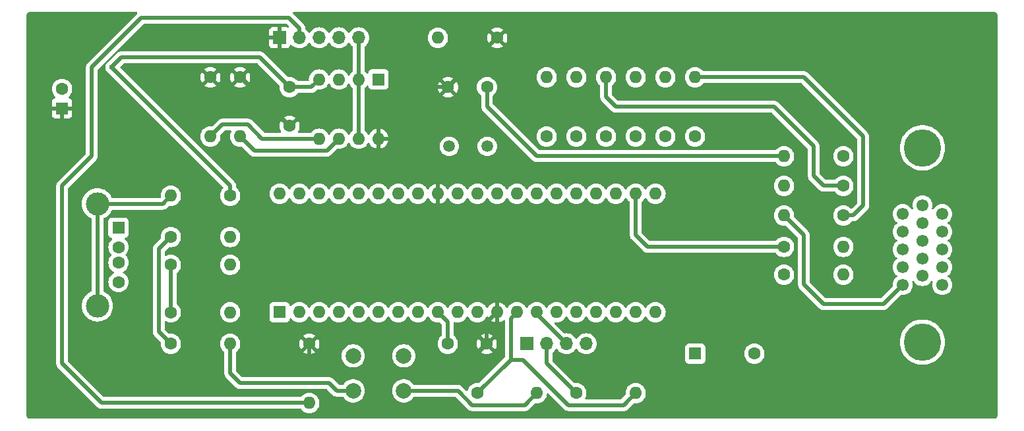
<source format=gbr>
%TF.GenerationSoftware,KiCad,Pcbnew,8.0.2*%
%TF.CreationDate,2025-02-08T14:09:10+01:00*%
%TF.ProjectId,propeller-vga,70726f70-656c-46c6-9572-2d7667612e6b,0*%
%TF.SameCoordinates,Original*%
%TF.FileFunction,Copper,L2,Bot*%
%TF.FilePolarity,Positive*%
%FSLAX46Y46*%
G04 Gerber Fmt 4.6, Leading zero omitted, Abs format (unit mm)*
G04 Created by KiCad (PCBNEW 8.0.2) date 2025-02-08 14:09:10*
%MOMM*%
%LPD*%
G01*
G04 APERTURE LIST*
%TA.AperFunction,ComponentPad*%
%ADD10C,1.600000*%
%TD*%
%TA.AperFunction,ComponentPad*%
%ADD11O,1.600000X1.600000*%
%TD*%
%TA.AperFunction,ComponentPad*%
%ADD12R,1.600000X1.600000*%
%TD*%
%TA.AperFunction,ComponentPad*%
%ADD13C,1.500000*%
%TD*%
%TA.AperFunction,ComponentPad*%
%ADD14R,1.700000X1.700000*%
%TD*%
%TA.AperFunction,ComponentPad*%
%ADD15O,1.700000X1.700000*%
%TD*%
%TA.AperFunction,ComponentPad*%
%ADD16C,3.000000*%
%TD*%
%TA.AperFunction,ComponentPad*%
%ADD17C,2.000000*%
%TD*%
%TA.AperFunction,ComponentPad*%
%ADD18C,1.550000*%
%TD*%
%TA.AperFunction,ComponentPad*%
%ADD19C,4.800000*%
%TD*%
%TA.AperFunction,ViaPad*%
%ADD20C,0.600000*%
%TD*%
%TA.AperFunction,Conductor*%
%ADD21C,0.500000*%
%TD*%
G04 APERTURE END LIST*
D10*
%TO.P,R10,1*%
%TO.N,Net-(U1-P19)*%
X187960000Y-57150000D03*
D11*
%TO.P,R10,2*%
%TO.N,B*%
X187960000Y-49530000D03*
%TD*%
D10*
%TO.P,C1,1*%
%TO.N,+3V3*%
X165020000Y-83820000D03*
%TO.P,C1,2*%
%TO.N,GND*%
X160020000Y-83820000D03*
%TD*%
D12*
%TO.P,LS1,1,1*%
%TO.N,Net-(U1-P14)*%
X191790000Y-85090000D03*
D10*
%TO.P,LS1,2,2*%
%TO.N,Net-(U1-P15)*%
X199390000Y-85090000D03*
%TD*%
%TO.P,R1,1*%
%TO.N,Net-(J1-D+)*%
X124460000Y-73660000D03*
D11*
%TO.P,R1,2*%
%TO.N,Net-(U1-P0)*%
X132080000Y-73660000D03*
%TD*%
D10*
%TO.P,R9,1*%
%TO.N,Net-(U1-P18)*%
X191770000Y-57150000D03*
D11*
%TO.P,R9,2*%
%TO.N,B*%
X191770000Y-49530000D03*
%TD*%
D13*
%TO.P,Y1,1,1*%
%TO.N,Net-(U1-XI)*%
X165100000Y-58420000D03*
%TO.P,Y1,2,2*%
%TO.N,Net-(U1-XO)*%
X160220000Y-58420000D03*
%TD*%
D10*
%TO.P,R22,1*%
%TO.N,Net-(J1-D-)*%
X124460000Y-83820000D03*
D11*
%TO.P,R22,2*%
%TO.N,GND*%
X132080000Y-83820000D03*
%TD*%
D10*
%TO.P,R17,1*%
%TO.N,R*%
X210820000Y-59690000D03*
D11*
%TO.P,R17,2*%
%TO.N,GND*%
X203200000Y-59690000D03*
%TD*%
D10*
%TO.P,R12,1*%
%TO.N,Net-(U1-P21)*%
X180340000Y-57150000D03*
D11*
%TO.P,R12,2*%
%TO.N,G*%
X180340000Y-49530000D03*
%TD*%
D10*
%TO.P,R13,1*%
%TO.N,Net-(U1-P22)*%
X176530000Y-57150000D03*
D11*
%TO.P,R13,2*%
%TO.N,R*%
X176530000Y-49530000D03*
%TD*%
D10*
%TO.P,R21,1*%
%TO.N,Net-(J1-D+)*%
X124460000Y-79770000D03*
D11*
%TO.P,R21,2*%
%TO.N,GND*%
X132080000Y-79770000D03*
%TD*%
D10*
%TO.P,R2,1*%
%TO.N,Net-(J1-D-)*%
X124460000Y-70090000D03*
D11*
%TO.P,R2,2*%
%TO.N,Net-(U1-P1)*%
X132080000Y-70090000D03*
%TD*%
D10*
%TO.P,R5,1*%
%TO.N,+3V3*%
X129540000Y-49530000D03*
D11*
%TO.P,R5,2*%
%TO.N,SDA*%
X129540000Y-57150000D03*
%TD*%
D10*
%TO.P,C4,1*%
%TO.N,+3V3*%
X139700000Y-55800000D03*
%TO.P,C4,2*%
%TO.N,GND*%
X139700000Y-50800000D03*
%TD*%
D14*
%TO.P,J3,1,Pin_1*%
%TO.N,+5V*%
X170180000Y-83820000D03*
D15*
%TO.P,J3,2,Pin_2*%
%TO.N,Net-(J3-Pin_2)*%
X172720000Y-83820000D03*
%TO.P,J3,3,Pin_3*%
%TO.N,RXIN*%
X175260000Y-83820000D03*
%TO.P,J3,4,Pin_4*%
%TO.N,GND*%
X177800000Y-83820000D03*
%TD*%
D10*
%TO.P,R4,1*%
%TO.N,+3V3*%
X166370000Y-44450000D03*
D11*
%TO.P,R4,2*%
%TO.N,RX*%
X158750000Y-44450000D03*
%TD*%
D10*
%TO.P,R11,1*%
%TO.N,Net-(U1-P20)*%
X184150000Y-57150000D03*
D11*
%TO.P,R11,2*%
%TO.N,G*%
X184150000Y-49530000D03*
%TD*%
D12*
%TO.P,U2,1,A0*%
%TO.N,GND*%
X151120000Y-49818000D03*
D11*
%TO.P,U2,2,A1*%
X148580000Y-49818000D03*
%TO.P,U2,3,A2*%
X146040000Y-49818000D03*
%TO.P,U2,4,GND*%
X143500000Y-49818000D03*
%TO.P,U2,5,SDA*%
%TO.N,SDA*%
X143500000Y-57438000D03*
%TO.P,U2,6,SCL*%
%TO.N,SCL*%
X146040000Y-57438000D03*
%TO.P,U2,7,WP*%
%TO.N,GND*%
X148580000Y-57438000D03*
%TO.P,U2,8,VCC*%
%TO.N,+3V3*%
X151120000Y-57438000D03*
%TD*%
D10*
%TO.P,R6,1*%
%TO.N,+3V3*%
X133350000Y-49530000D03*
D11*
%TO.P,R6,2*%
%TO.N,SCL*%
X133350000Y-57150000D03*
%TD*%
D10*
%TO.P,R16,1*%
%TO.N,G*%
X210820000Y-63500000D03*
D11*
%TO.P,R16,2*%
%TO.N,GND*%
X203200000Y-63500000D03*
%TD*%
D10*
%TO.P,R19,1*%
%TO.N,TXIN*%
X163830000Y-90170000D03*
D11*
%TO.P,R19,2*%
%TO.N,GND*%
X171450000Y-90170000D03*
%TD*%
D10*
%TO.P,R15,1*%
%TO.N,B*%
X210820000Y-67310000D03*
D11*
%TO.P,R15,2*%
%TO.N,GND*%
X203200000Y-67310000D03*
%TD*%
D10*
%TO.P,R18,1*%
%TO.N,Net-(J3-Pin_2)*%
X176530000Y-90170000D03*
D11*
%TO.P,R18,2*%
%TO.N,TXIN*%
X184150000Y-90170000D03*
%TD*%
D12*
%TO.P,C3,1*%
%TO.N,+3V3*%
X110490000Y-53540000D03*
D10*
%TO.P,C3,2*%
%TO.N,GND*%
X110490000Y-51040000D03*
%TD*%
D12*
%TO.P,J1,1,VBUS*%
%TO.N,+5V*%
X117750000Y-68890000D03*
D10*
%TO.P,J1,2,D-*%
%TO.N,Net-(J1-D-)*%
X117750000Y-71390000D03*
%TO.P,J1,3,D+*%
%TO.N,Net-(J1-D+)*%
X117750000Y-73390000D03*
%TO.P,J1,4,GND*%
%TO.N,GND*%
X117750000Y-75890000D03*
D16*
%TO.P,J1,5,Shield*%
%TO.N,Net-(J1-Shield)*%
X115040000Y-65820000D03*
X115040000Y-78960000D03*
%TD*%
D14*
%TO.P,J2,1,Pin_1*%
%TO.N,+3V3*%
X138430000Y-44450000D03*
D15*
%TO.P,J2,2,Pin_2*%
%TO.N,~{RES}*%
X140970000Y-44450000D03*
%TO.P,J2,3,Pin_3*%
%TO.N,RX*%
X143510000Y-44450000D03*
%TO.P,J2,4,Pin_4*%
%TO.N,TX*%
X146050000Y-44450000D03*
%TO.P,J2,5,Pin_5*%
%TO.N,GND*%
X148590000Y-44450000D03*
%TD*%
D17*
%TO.P,SW1,1,1*%
%TO.N,GND*%
X154380000Y-89880000D03*
X147880000Y-89880000D03*
%TO.P,SW1,2,2*%
%TO.N,~{RES}*%
X154380000Y-85380000D03*
X147880000Y-85380000D03*
%TD*%
D10*
%TO.P,C2,1*%
%TO.N,+3V3*%
X160060000Y-50800000D03*
%TO.P,C2,2*%
%TO.N,GND*%
X165060000Y-50800000D03*
%TD*%
D18*
%TO.P,J4,1*%
%TO.N,R*%
X218440000Y-67130000D03*
%TO.P,J4,2*%
%TO.N,G*%
X218440000Y-69410000D03*
%TO.P,J4,3*%
%TO.N,B*%
X218440000Y-71690000D03*
%TO.P,J4,4*%
%TO.N,unconnected-(J4-Pad4)*%
X218440000Y-73970000D03*
%TO.P,J4,5*%
%TO.N,GND*%
X218440000Y-76250000D03*
%TO.P,J4,6*%
X220980000Y-65990000D03*
%TO.P,J4,7*%
X220980000Y-68270000D03*
%TO.P,J4,8*%
X220980000Y-70550000D03*
%TO.P,J4,9*%
%TO.N,unconnected-(J4-Pad9)*%
X220980000Y-72830000D03*
%TO.P,J4,10*%
%TO.N,GND*%
X220980000Y-75110000D03*
%TO.P,J4,11*%
%TO.N,unconnected-(J4-Pad11)*%
X223520000Y-67130000D03*
%TO.P,J4,12*%
%TO.N,unconnected-(J4-Pad12)*%
X223520000Y-69410000D03*
%TO.P,J4,13*%
%TO.N,HSYNC*%
X223520000Y-71690000D03*
%TO.P,J4,14*%
%TO.N,VSYNC*%
X223520000Y-73970000D03*
%TO.P,J4,15*%
%TO.N,unconnected-(J4-Pad15)*%
X223520000Y-76250000D03*
D19*
%TO.P,J4,16*%
%TO.N,N/C*%
X220980000Y-83620000D03*
%TO.P,J4,17*%
X220980000Y-58620000D03*
%TD*%
D12*
%TO.P,U1,1,P0*%
%TO.N,Net-(U1-P0)*%
X138435000Y-79756000D03*
D11*
%TO.P,U1,2,P1*%
%TO.N,Net-(U1-P1)*%
X140975000Y-79756000D03*
%TO.P,U1,3,P2*%
%TO.N,unconnected-(U1-P2-Pad3)*%
X143515000Y-79756000D03*
%TO.P,U1,4,P3*%
%TO.N,unconnected-(U1-P3-Pad4)*%
X146055000Y-79756000D03*
%TO.P,U1,5,P4*%
%TO.N,unconnected-(U1-P4-Pad5)*%
X148595000Y-79756000D03*
%TO.P,U1,6,P5*%
%TO.N,unconnected-(U1-P5-Pad6)*%
X151135000Y-79756000D03*
%TO.P,U1,7,P6*%
%TO.N,unconnected-(U1-P6-Pad7)*%
X153675000Y-79756000D03*
%TO.P,U1,8,P7*%
%TO.N,unconnected-(U1-P7-Pad8)*%
X156215000Y-79756000D03*
%TO.P,U1,9,VSS*%
%TO.N,GND*%
X158755000Y-79756000D03*
%TO.P,U1,10,~{BOE}*%
X161295000Y-79756000D03*
%TO.P,U1,11,~{RES}*%
%TO.N,~{RES}*%
X163835000Y-79756000D03*
%TO.P,U1,12,VDD*%
%TO.N,+3V3*%
X166375000Y-79756000D03*
%TO.P,U1,13,P8*%
%TO.N,TXIN*%
X168915000Y-79756000D03*
%TO.P,U1,14,P9*%
%TO.N,RXIN*%
X171455000Y-79756000D03*
%TO.P,U1,15,P10*%
%TO.N,unconnected-(U1-P10-Pad15)*%
X173995000Y-79756000D03*
%TO.P,U1,16,P11*%
%TO.N,unconnected-(U1-P11-Pad16)*%
X176535000Y-79756000D03*
%TO.P,U1,17,P12*%
%TO.N,unconnected-(U1-P12-Pad17)*%
X179075000Y-79756000D03*
%TO.P,U1,18,P13*%
%TO.N,unconnected-(U1-P13-Pad18)*%
X181615000Y-79756000D03*
%TO.P,U1,19,P14*%
%TO.N,Net-(U1-P14)*%
X184155000Y-79756000D03*
%TO.P,U1,20,P15*%
%TO.N,Net-(U1-P15)*%
X186695000Y-79756000D03*
%TO.P,U1,21,P16*%
%TO.N,Net-(U1-P16)*%
X186695000Y-64516000D03*
%TO.P,U1,22,P17*%
%TO.N,Net-(U1-P17)*%
X184155000Y-64516000D03*
%TO.P,U1,23,P18*%
%TO.N,Net-(U1-P18)*%
X181615000Y-64516000D03*
%TO.P,U1,24,P19*%
%TO.N,Net-(U1-P19)*%
X179075000Y-64516000D03*
%TO.P,U1,25,P20*%
%TO.N,Net-(U1-P20)*%
X176535000Y-64516000D03*
%TO.P,U1,26,P21*%
%TO.N,Net-(U1-P21)*%
X173995000Y-64516000D03*
%TO.P,U1,27,P22*%
%TO.N,Net-(U1-P22)*%
X171455000Y-64516000D03*
%TO.P,U1,28,P23*%
%TO.N,Net-(U1-P23)*%
X168915000Y-64516000D03*
%TO.P,U1,29,VSS*%
%TO.N,GND*%
X166375000Y-64516000D03*
%TO.P,U1,30,XI*%
%TO.N,Net-(U1-XI)*%
X163835000Y-64516000D03*
%TO.P,U1,31,XO*%
%TO.N,Net-(U1-XO)*%
X161295000Y-64516000D03*
%TO.P,U1,32,VDD*%
%TO.N,+3V3*%
X158755000Y-64516000D03*
%TO.P,U1,33,P24*%
%TO.N,unconnected-(U1-P24-Pad33)*%
X156215000Y-64516000D03*
%TO.P,U1,34,P25*%
%TO.N,unconnected-(U1-P25-Pad34)*%
X153675000Y-64516000D03*
%TO.P,U1,35,P26*%
%TO.N,unconnected-(U1-P26-Pad35)*%
X151135000Y-64516000D03*
%TO.P,U1,36,P27*%
%TO.N,unconnected-(U1-P27-Pad36)*%
X148595000Y-64516000D03*
%TO.P,U1,37,P28*%
%TO.N,SCL*%
X146055000Y-64516000D03*
%TO.P,U1,38,P29*%
%TO.N,SDA*%
X143515000Y-64516000D03*
%TO.P,U1,39,P30*%
%TO.N,TX*%
X140975000Y-64516000D03*
%TO.P,U1,40,P31*%
%TO.N,RX*%
X138435000Y-64516000D03*
%TD*%
D10*
%TO.P,R7,1*%
%TO.N,Net-(U1-P16)*%
X203200000Y-74930000D03*
D11*
%TO.P,R7,2*%
%TO.N,VSYNC*%
X210820000Y-74930000D03*
%TD*%
D10*
%TO.P,R20,1*%
%TO.N,+3V3*%
X142240000Y-83820000D03*
D11*
%TO.P,R20,2*%
%TO.N,~{RES}*%
X142240000Y-91440000D03*
%TD*%
D10*
%TO.P,R3,1*%
%TO.N,GND*%
X132080000Y-64770000D03*
D11*
%TO.P,R3,2*%
%TO.N,Net-(J1-Shield)*%
X124460000Y-64770000D03*
%TD*%
D10*
%TO.P,R14,1*%
%TO.N,Net-(U1-P23)*%
X172720000Y-57150000D03*
D11*
%TO.P,R14,2*%
%TO.N,R*%
X172720000Y-49530000D03*
%TD*%
D10*
%TO.P,R8,1*%
%TO.N,Net-(U1-P17)*%
X203200000Y-71360000D03*
D11*
%TO.P,R8,2*%
%TO.N,HSYNC*%
X210820000Y-71360000D03*
%TD*%
D20*
%TO.N,GND*%
X116840000Y-48260000D03*
%TD*%
D21*
%TO.N,+3V3*%
X165020000Y-83820000D02*
X165020000Y-81111000D01*
X142240000Y-86360000D02*
X142240000Y-83820000D01*
X153958000Y-57438000D02*
X151120000Y-57438000D01*
X166370000Y-44450000D02*
X160060000Y-50760000D01*
X165020000Y-81111000D02*
X166375000Y-79756000D01*
X139700000Y-55800000D02*
X133430000Y-49530000D01*
X158755000Y-64516000D02*
X158755000Y-60965000D01*
X157480000Y-50800000D02*
X160060000Y-50800000D01*
X160060000Y-50760000D02*
X160060000Y-50800000D01*
X158755000Y-69845000D02*
X158755000Y-64516000D01*
X161710000Y-87130000D02*
X143010000Y-87130000D01*
X165020000Y-83820000D02*
X161710000Y-87130000D01*
X156210000Y-58420000D02*
X154940000Y-58420000D01*
X156210000Y-52070000D02*
X157480000Y-50800000D01*
X158755000Y-60965000D02*
X156210000Y-58420000D01*
X154940000Y-58420000D02*
X153958000Y-57438000D01*
X143010000Y-87130000D02*
X142240000Y-86360000D01*
X158750000Y-69850000D02*
X158755000Y-69845000D01*
X166375000Y-77475000D02*
X158750000Y-69850000D01*
X156210000Y-58420000D02*
X156210000Y-52070000D01*
X166375000Y-79756000D02*
X166375000Y-77475000D01*
X133430000Y-49530000D02*
X133350000Y-49530000D01*
%TO.N,GND*%
X203200000Y-59690000D02*
X171450000Y-59690000D01*
X142518000Y-50800000D02*
X143500000Y-49818000D01*
X171450000Y-90170000D02*
X169900000Y-91720000D01*
X163187968Y-91720000D02*
X161463984Y-89996016D01*
X132080000Y-87630000D02*
X132080000Y-83820000D01*
X144780000Y-88900000D02*
X133350000Y-88900000D01*
X205740000Y-76200000D02*
X205740000Y-69850000D01*
X218440000Y-76250000D02*
X215950000Y-78740000D01*
X135890000Y-46990000D02*
X118110000Y-46990000D01*
X205740000Y-69850000D02*
X203200000Y-67310000D01*
X148590000Y-44450000D02*
X148590000Y-49808000D01*
X145760000Y-89880000D02*
X144780000Y-88900000D01*
X154380000Y-89880000D02*
X161347968Y-89880000D01*
X118110000Y-46990000D02*
X116840000Y-48260000D01*
X160020000Y-83820000D02*
X160020000Y-81021000D01*
X171450000Y-59690000D02*
X165060000Y-53300000D01*
X165060000Y-53300000D02*
X165060000Y-50800000D01*
X133350000Y-88900000D02*
X132080000Y-87630000D01*
X208280000Y-78740000D02*
X205740000Y-76200000D01*
X132080000Y-63500000D02*
X116840000Y-48260000D01*
X148580000Y-49818000D02*
X148580000Y-57438000D01*
X147880000Y-89880000D02*
X145760000Y-89880000D01*
X161347968Y-89880000D02*
X161463984Y-89996016D01*
X215950000Y-78740000D02*
X208280000Y-78740000D01*
X148590000Y-49808000D02*
X148580000Y-49818000D01*
X139700000Y-50800000D02*
X135890000Y-46990000D01*
X160020000Y-81021000D02*
X158755000Y-79756000D01*
X169900000Y-91720000D02*
X163187968Y-91720000D01*
X139700000Y-50800000D02*
X142518000Y-50800000D01*
X132080000Y-64770000D02*
X132080000Y-63500000D01*
%TO.N,Net-(J1-D-)*%
X122910000Y-82270000D02*
X122910000Y-71640000D01*
X124460000Y-83820000D02*
X122910000Y-82270000D01*
X122910000Y-71640000D02*
X124460000Y-70090000D01*
%TO.N,Net-(J1-D+)*%
X124460000Y-79770000D02*
X124460000Y-73660000D01*
%TO.N,Net-(J1-Shield)*%
X115040000Y-65820000D02*
X123410000Y-65820000D01*
X115040000Y-78960000D02*
X115040000Y-65820000D01*
X123410000Y-65820000D02*
X124460000Y-64770000D01*
%TO.N,~{RES}*%
X115570000Y-91440000D02*
X142240000Y-91440000D01*
X110490000Y-86360000D02*
X115570000Y-91440000D01*
X110490000Y-63500000D02*
X110490000Y-86360000D01*
X114300000Y-59690000D02*
X110490000Y-63500000D01*
X140970000Y-43247919D02*
X139632081Y-41910000D01*
X139632081Y-41910000D02*
X120650000Y-41910000D01*
X114300000Y-48260000D02*
X114300000Y-59690000D01*
X120650000Y-41910000D02*
X114300000Y-48260000D01*
X140970000Y-44450000D02*
X140970000Y-43247919D01*
%TO.N,Net-(J3-Pin_2)*%
X172720000Y-83820000D02*
X172720000Y-86360000D01*
X172720000Y-86360000D02*
X176530000Y-90170000D01*
%TO.N,RXIN*%
X175260000Y-83820000D02*
X171455000Y-80015000D01*
X171455000Y-80015000D02*
X171455000Y-79756000D01*
%TO.N,G*%
X201930000Y-53340000D02*
X207010000Y-58420000D01*
X181610000Y-53340000D02*
X201930000Y-53340000D01*
X207010000Y-58420000D02*
X207010000Y-62230000D01*
X180340000Y-49530000D02*
X180340000Y-52070000D01*
X180340000Y-52070000D02*
X181610000Y-53340000D01*
X208280000Y-63500000D02*
X210820000Y-63500000D01*
X207010000Y-62230000D02*
X208280000Y-63500000D01*
%TO.N,B*%
X212090000Y-67310000D02*
X210820000Y-67310000D01*
X213360000Y-66040000D02*
X212090000Y-67310000D01*
X213360000Y-57150000D02*
X213360000Y-66040000D01*
X191770000Y-49530000D02*
X205740000Y-49530000D01*
X205740000Y-49530000D02*
X213360000Y-57150000D01*
%TO.N,SDA*%
X134340000Y-55600000D02*
X136178000Y-57438000D01*
X131090000Y-55600000D02*
X134340000Y-55600000D01*
X129540000Y-57150000D02*
X131090000Y-55600000D01*
X136178000Y-57438000D02*
X143500000Y-57438000D01*
%TO.N,SCL*%
X146040000Y-57438000D02*
X144490000Y-58988000D01*
X135188000Y-58988000D02*
X133350000Y-57150000D01*
X144490000Y-58988000D02*
X135188000Y-58988000D01*
%TO.N,Net-(U1-P17)*%
X185660000Y-71360000D02*
X184150000Y-69850000D01*
X184155000Y-69845000D02*
X184155000Y-64516000D01*
X203200000Y-71360000D02*
X185660000Y-71360000D01*
X184150000Y-69850000D02*
X184155000Y-69845000D01*
%TO.N,TXIN*%
X175540000Y-91720000D02*
X169704999Y-85884999D01*
X182600000Y-91720000D02*
X175540000Y-91720000D01*
X184150000Y-90170000D02*
X182600000Y-91720000D01*
X168115001Y-85884999D02*
X163830000Y-90170000D01*
X168115001Y-80555999D02*
X168115001Y-85884999D01*
X168915000Y-79756000D02*
X168115001Y-80555999D01*
X169704999Y-85884999D02*
X168115001Y-85884999D01*
%TD*%
%TA.AperFunction,Conductor*%
%TO.N,+3V3*%
G36*
X120125809Y-41160185D02*
G01*
X120171564Y-41212989D01*
X120181508Y-41282147D01*
X120152483Y-41345703D01*
X120146451Y-41352181D01*
X113717052Y-47781578D01*
X113717049Y-47781581D01*
X113687724Y-47825469D01*
X113687725Y-47825470D01*
X113634914Y-47904508D01*
X113578343Y-48041082D01*
X113578340Y-48041092D01*
X113549500Y-48186079D01*
X113549500Y-59327769D01*
X113529815Y-59394808D01*
X113513181Y-59415450D01*
X109907052Y-63021578D01*
X109907049Y-63021581D01*
X109872390Y-63073452D01*
X109872391Y-63073453D01*
X109824914Y-63144508D01*
X109768343Y-63281082D01*
X109768340Y-63281092D01*
X109739500Y-63426079D01*
X109739500Y-63426080D01*
X109739500Y-63426082D01*
X109739500Y-86433918D01*
X109739500Y-86433920D01*
X109739499Y-86433920D01*
X109768340Y-86578907D01*
X109768343Y-86578917D01*
X109824914Y-86715492D01*
X109853869Y-86758826D01*
X109853870Y-86758829D01*
X109907046Y-86838414D01*
X109907052Y-86838421D01*
X115091584Y-92022952D01*
X115091586Y-92022954D01*
X115121058Y-92042645D01*
X115165270Y-92072186D01*
X115214505Y-92105084D01*
X115214506Y-92105084D01*
X115214507Y-92105085D01*
X115214509Y-92105086D01*
X115351082Y-92161656D01*
X115351087Y-92161658D01*
X115351091Y-92161658D01*
X115351092Y-92161659D01*
X115496079Y-92190500D01*
X115496082Y-92190500D01*
X115496083Y-92190500D01*
X115643917Y-92190500D01*
X141113337Y-92190500D01*
X141180376Y-92210185D01*
X141214912Y-92243377D01*
X141239954Y-92279141D01*
X141400858Y-92440045D01*
X141400861Y-92440047D01*
X141587266Y-92570568D01*
X141793504Y-92666739D01*
X142013308Y-92725635D01*
X142175230Y-92739801D01*
X142239998Y-92745468D01*
X142240000Y-92745468D01*
X142240002Y-92745468D01*
X142296673Y-92740509D01*
X142466692Y-92725635D01*
X142686496Y-92666739D01*
X142892734Y-92570568D01*
X143079139Y-92440047D01*
X143240047Y-92279139D01*
X143370568Y-92092734D01*
X143466739Y-91886496D01*
X143525635Y-91666692D01*
X143545468Y-91440000D01*
X143525635Y-91213308D01*
X143466739Y-90993504D01*
X143370568Y-90787266D01*
X143240047Y-90600861D01*
X143240045Y-90600858D01*
X143079141Y-90439954D01*
X142892734Y-90309432D01*
X142892732Y-90309431D01*
X142686497Y-90213261D01*
X142686488Y-90213258D01*
X142466697Y-90154366D01*
X142466693Y-90154365D01*
X142466692Y-90154365D01*
X142466691Y-90154364D01*
X142466686Y-90154364D01*
X142240002Y-90134532D01*
X142239998Y-90134532D01*
X142013313Y-90154364D01*
X142013302Y-90154366D01*
X141793511Y-90213258D01*
X141793502Y-90213261D01*
X141587267Y-90309431D01*
X141587265Y-90309432D01*
X141400858Y-90439954D01*
X141239954Y-90600858D01*
X141214912Y-90636623D01*
X141160335Y-90680248D01*
X141113337Y-90689500D01*
X115932230Y-90689500D01*
X115865191Y-90669815D01*
X115844549Y-90653181D01*
X111276819Y-86085451D01*
X111243334Y-86024128D01*
X111240500Y-85997770D01*
X111240500Y-82343920D01*
X122159499Y-82343920D01*
X122188340Y-82488907D01*
X122188342Y-82488913D01*
X122231760Y-82593735D01*
X122244916Y-82625495D01*
X122245415Y-82626242D01*
X122245433Y-82626298D01*
X122245447Y-82626289D01*
X122313182Y-82727664D01*
X122327051Y-82748420D01*
X122327052Y-82748421D01*
X123133282Y-83554650D01*
X123166767Y-83615973D01*
X123169129Y-83653137D01*
X123154532Y-83819996D01*
X123154532Y-83820001D01*
X123174364Y-84046686D01*
X123174366Y-84046697D01*
X123233258Y-84266488D01*
X123233261Y-84266497D01*
X123329431Y-84472732D01*
X123329432Y-84472734D01*
X123459954Y-84659141D01*
X123620858Y-84820045D01*
X123620861Y-84820047D01*
X123807266Y-84950568D01*
X124013504Y-85046739D01*
X124233308Y-85105635D01*
X124395230Y-85119801D01*
X124459998Y-85125468D01*
X124460000Y-85125468D01*
X124460002Y-85125468D01*
X124516673Y-85120509D01*
X124686692Y-85105635D01*
X124906496Y-85046739D01*
X125112734Y-84950568D01*
X125299139Y-84820047D01*
X125460047Y-84659139D01*
X125590568Y-84472734D01*
X125686739Y-84266496D01*
X125745635Y-84046692D01*
X125765468Y-83820000D01*
X125765468Y-83819998D01*
X130774532Y-83819998D01*
X130774532Y-83820001D01*
X130794364Y-84046686D01*
X130794366Y-84046697D01*
X130853258Y-84266488D01*
X130853261Y-84266497D01*
X130949431Y-84472732D01*
X130949432Y-84472734D01*
X131079954Y-84659141D01*
X131240859Y-84820046D01*
X131276621Y-84845086D01*
X131320247Y-84899662D01*
X131329500Y-84946662D01*
X131329500Y-87703918D01*
X131329500Y-87703920D01*
X131329499Y-87703920D01*
X131358340Y-87848907D01*
X131358343Y-87848917D01*
X131414914Y-87985492D01*
X131447812Y-88034727D01*
X131447813Y-88034730D01*
X131497046Y-88108414D01*
X131497052Y-88108421D01*
X132871580Y-89482948D01*
X132871584Y-89482951D01*
X132994498Y-89565080D01*
X132994511Y-89565087D01*
X133131082Y-89621656D01*
X133131087Y-89621658D01*
X133131091Y-89621658D01*
X133131092Y-89621659D01*
X133276079Y-89650500D01*
X133276082Y-89650500D01*
X133423917Y-89650500D01*
X144417770Y-89650500D01*
X144484809Y-89670185D01*
X144505451Y-89686819D01*
X144882959Y-90064326D01*
X145177049Y-90358416D01*
X145253981Y-90435348D01*
X145281585Y-90462952D01*
X145404498Y-90545080D01*
X145404511Y-90545087D01*
X145539163Y-90600861D01*
X145541087Y-90601658D01*
X145541091Y-90601658D01*
X145541092Y-90601659D01*
X145686079Y-90630500D01*
X145686082Y-90630500D01*
X146510864Y-90630500D01*
X146577903Y-90650185D01*
X146614672Y-90686677D01*
X146691836Y-90804785D01*
X146860256Y-90987738D01*
X147056491Y-91140474D01*
X147275190Y-91258828D01*
X147510386Y-91339571D01*
X147755665Y-91380500D01*
X148004335Y-91380500D01*
X148249614Y-91339571D01*
X148484810Y-91258828D01*
X148703509Y-91140474D01*
X148899744Y-90987738D01*
X149068164Y-90804785D01*
X149204173Y-90596607D01*
X149304063Y-90368881D01*
X149365108Y-90127821D01*
X149365109Y-90127812D01*
X149385643Y-89880005D01*
X149385643Y-89879994D01*
X149365109Y-89632187D01*
X149365107Y-89632175D01*
X149304063Y-89391118D01*
X149204173Y-89163393D01*
X149068166Y-88955217D01*
X149002941Y-88884364D01*
X148899744Y-88772262D01*
X148703509Y-88619526D01*
X148703507Y-88619525D01*
X148703506Y-88619524D01*
X148484811Y-88501172D01*
X148484802Y-88501169D01*
X148249616Y-88420429D01*
X148004335Y-88379500D01*
X147755665Y-88379500D01*
X147510383Y-88420429D01*
X147275197Y-88501169D01*
X147275188Y-88501172D01*
X147056493Y-88619524D01*
X146922403Y-88723891D01*
X146860256Y-88772262D01*
X146766805Y-88873777D01*
X146691836Y-88955215D01*
X146614673Y-89073322D01*
X146561526Y-89118678D01*
X146510864Y-89129500D01*
X146122229Y-89129500D01*
X146055190Y-89109815D01*
X146034548Y-89093181D01*
X145258421Y-88317052D01*
X145258414Y-88317046D01*
X145184729Y-88267812D01*
X145184729Y-88267813D01*
X145135491Y-88234913D01*
X144998917Y-88178343D01*
X144998907Y-88178340D01*
X144853920Y-88149500D01*
X144853918Y-88149500D01*
X133712229Y-88149500D01*
X133645190Y-88129815D01*
X133624548Y-88113181D01*
X132866819Y-87355451D01*
X132833334Y-87294128D01*
X132830500Y-87267770D01*
X132830500Y-85379994D01*
X146374357Y-85379994D01*
X146374357Y-85380005D01*
X146394890Y-85627812D01*
X146394892Y-85627824D01*
X146455936Y-85868881D01*
X146555826Y-86096606D01*
X146691833Y-86304782D01*
X146702840Y-86316739D01*
X146860256Y-86487738D01*
X147056491Y-86640474D01*
X147275190Y-86758828D01*
X147510386Y-86839571D01*
X147755665Y-86880500D01*
X148004335Y-86880500D01*
X148249614Y-86839571D01*
X148484810Y-86758828D01*
X148703509Y-86640474D01*
X148899744Y-86487738D01*
X149068164Y-86304785D01*
X149204173Y-86096607D01*
X149304063Y-85868881D01*
X149365108Y-85627821D01*
X149365109Y-85627812D01*
X149385643Y-85380005D01*
X149385643Y-85379994D01*
X152874357Y-85379994D01*
X152874357Y-85380005D01*
X152894890Y-85627812D01*
X152894892Y-85627824D01*
X152955936Y-85868881D01*
X153055826Y-86096606D01*
X153191833Y-86304782D01*
X153202840Y-86316739D01*
X153360256Y-86487738D01*
X153556491Y-86640474D01*
X153775190Y-86758828D01*
X154010386Y-86839571D01*
X154255665Y-86880500D01*
X154504335Y-86880500D01*
X154749614Y-86839571D01*
X154984810Y-86758828D01*
X155203509Y-86640474D01*
X155399744Y-86487738D01*
X155568164Y-86304785D01*
X155704173Y-86096607D01*
X155804063Y-85868881D01*
X155865108Y-85627821D01*
X155865109Y-85627812D01*
X155885643Y-85380005D01*
X155885643Y-85379994D01*
X155865109Y-85132187D01*
X155865107Y-85132175D01*
X155804063Y-84891118D01*
X155704173Y-84663393D01*
X155568166Y-84455217D01*
X155546557Y-84431744D01*
X155399744Y-84272262D01*
X155203509Y-84119526D01*
X155203507Y-84119525D01*
X155203506Y-84119524D01*
X154984811Y-84001172D01*
X154984802Y-84001169D01*
X154749616Y-83920429D01*
X154504335Y-83879500D01*
X154255665Y-83879500D01*
X154010383Y-83920429D01*
X153775197Y-84001169D01*
X153775188Y-84001172D01*
X153556493Y-84119524D01*
X153360257Y-84272261D01*
X153191833Y-84455217D01*
X153055826Y-84663393D01*
X152955936Y-84891118D01*
X152894892Y-85132175D01*
X152894890Y-85132187D01*
X152874357Y-85379994D01*
X149385643Y-85379994D01*
X149365109Y-85132187D01*
X149365107Y-85132175D01*
X149304063Y-84891118D01*
X149204173Y-84663393D01*
X149068166Y-84455217D01*
X149046557Y-84431744D01*
X148899744Y-84272262D01*
X148703509Y-84119526D01*
X148703507Y-84119525D01*
X148703506Y-84119524D01*
X148484811Y-84001172D01*
X148484802Y-84001169D01*
X148249616Y-83920429D01*
X148004335Y-83879500D01*
X147755665Y-83879500D01*
X147510383Y-83920429D01*
X147275197Y-84001169D01*
X147275188Y-84001172D01*
X147056493Y-84119524D01*
X146860257Y-84272261D01*
X146691833Y-84455217D01*
X146555826Y-84663393D01*
X146455936Y-84891118D01*
X146394892Y-85132175D01*
X146394890Y-85132187D01*
X146374357Y-85379994D01*
X132830500Y-85379994D01*
X132830500Y-84946662D01*
X132850185Y-84879623D01*
X132883379Y-84845086D01*
X132919140Y-84820046D01*
X133080045Y-84659141D01*
X133080047Y-84659139D01*
X133210568Y-84472734D01*
X133306739Y-84266496D01*
X133365635Y-84046692D01*
X133385468Y-83820000D01*
X133385468Y-83819997D01*
X140935034Y-83819997D01*
X140935034Y-83820002D01*
X140954858Y-84046599D01*
X140954860Y-84046610D01*
X141013730Y-84266317D01*
X141013735Y-84266331D01*
X141109863Y-84472478D01*
X141160974Y-84545472D01*
X141840000Y-83866446D01*
X141840000Y-83872661D01*
X141867259Y-83974394D01*
X141919920Y-84065606D01*
X141994394Y-84140080D01*
X142085606Y-84192741D01*
X142187339Y-84220000D01*
X142193553Y-84220000D01*
X141514526Y-84899025D01*
X141587513Y-84950132D01*
X141587521Y-84950136D01*
X141793668Y-85046264D01*
X141793682Y-85046269D01*
X142013389Y-85105139D01*
X142013400Y-85105141D01*
X142239998Y-85124966D01*
X142240002Y-85124966D01*
X142466599Y-85105141D01*
X142466610Y-85105139D01*
X142686317Y-85046269D01*
X142686331Y-85046264D01*
X142892478Y-84950136D01*
X142965471Y-84899024D01*
X142286447Y-84220000D01*
X142292661Y-84220000D01*
X142394394Y-84192741D01*
X142485606Y-84140080D01*
X142560080Y-84065606D01*
X142612741Y-83974394D01*
X142640000Y-83872661D01*
X142640000Y-83866447D01*
X143319024Y-84545471D01*
X143370136Y-84472478D01*
X143466264Y-84266331D01*
X143466269Y-84266317D01*
X143525139Y-84046610D01*
X143525141Y-84046599D01*
X143544966Y-83820002D01*
X143544966Y-83819997D01*
X143525141Y-83593400D01*
X143525139Y-83593389D01*
X143466269Y-83373682D01*
X143466264Y-83373668D01*
X143370136Y-83167521D01*
X143370132Y-83167513D01*
X143319025Y-83094526D01*
X142640000Y-83773551D01*
X142640000Y-83767339D01*
X142612741Y-83665606D01*
X142560080Y-83574394D01*
X142485606Y-83499920D01*
X142394394Y-83447259D01*
X142292661Y-83420000D01*
X142286448Y-83420000D01*
X142965472Y-82740974D01*
X142892478Y-82689863D01*
X142686331Y-82593735D01*
X142686317Y-82593730D01*
X142466610Y-82534860D01*
X142466599Y-82534858D01*
X142240002Y-82515034D01*
X142239998Y-82515034D01*
X142013400Y-82534858D01*
X142013389Y-82534860D01*
X141793682Y-82593730D01*
X141793673Y-82593734D01*
X141587516Y-82689866D01*
X141587512Y-82689868D01*
X141514526Y-82740973D01*
X141514526Y-82740974D01*
X142193553Y-83420000D01*
X142187339Y-83420000D01*
X142085606Y-83447259D01*
X141994394Y-83499920D01*
X141919920Y-83574394D01*
X141867259Y-83665606D01*
X141840000Y-83767339D01*
X141840000Y-83773552D01*
X141160974Y-83094526D01*
X141160973Y-83094526D01*
X141109868Y-83167512D01*
X141109866Y-83167516D01*
X141013734Y-83373673D01*
X141013730Y-83373682D01*
X140954860Y-83593389D01*
X140954858Y-83593400D01*
X140935034Y-83819997D01*
X133385468Y-83819997D01*
X133365635Y-83593308D01*
X133306739Y-83373504D01*
X133210568Y-83167266D01*
X133080047Y-82980861D01*
X133080045Y-82980858D01*
X132919141Y-82819954D01*
X132732734Y-82689432D01*
X132732732Y-82689431D01*
X132526497Y-82593261D01*
X132526488Y-82593258D01*
X132306697Y-82534366D01*
X132306693Y-82534365D01*
X132306692Y-82534365D01*
X132306691Y-82534364D01*
X132306686Y-82534364D01*
X132080002Y-82514532D01*
X132079998Y-82514532D01*
X131853313Y-82534364D01*
X131853302Y-82534366D01*
X131633511Y-82593258D01*
X131633502Y-82593261D01*
X131427267Y-82689431D01*
X131427265Y-82689432D01*
X131240858Y-82819954D01*
X131079954Y-82980858D01*
X130949432Y-83167265D01*
X130949431Y-83167267D01*
X130853261Y-83373502D01*
X130853258Y-83373511D01*
X130794366Y-83593302D01*
X130794364Y-83593313D01*
X130774532Y-83819998D01*
X125765468Y-83819998D01*
X125745635Y-83593308D01*
X125686739Y-83373504D01*
X125590568Y-83167266D01*
X125460047Y-82980861D01*
X125460045Y-82980858D01*
X125299141Y-82819954D01*
X125112734Y-82689432D01*
X125112732Y-82689431D01*
X124906497Y-82593261D01*
X124906488Y-82593258D01*
X124686697Y-82534366D01*
X124686693Y-82534365D01*
X124686692Y-82534365D01*
X124686691Y-82534364D01*
X124686686Y-82534364D01*
X124460002Y-82514532D01*
X124459997Y-82514532D01*
X124293137Y-82529129D01*
X124224637Y-82515362D01*
X124194650Y-82493282D01*
X123696819Y-81995451D01*
X123663334Y-81934128D01*
X123660500Y-81907770D01*
X123660500Y-81026771D01*
X123680185Y-80959732D01*
X123732989Y-80913977D01*
X123802147Y-80904033D01*
X123836905Y-80914389D01*
X124013504Y-80996739D01*
X124013510Y-80996740D01*
X124013511Y-80996741D01*
X124028283Y-81000699D01*
X124233308Y-81055635D01*
X124395230Y-81069801D01*
X124459998Y-81075468D01*
X124460000Y-81075468D01*
X124460002Y-81075468D01*
X124516673Y-81070509D01*
X124686692Y-81055635D01*
X124906496Y-80996739D01*
X125112734Y-80900568D01*
X125299139Y-80770047D01*
X125460047Y-80609139D01*
X125590568Y-80422734D01*
X125686739Y-80216496D01*
X125745635Y-79996692D01*
X125765468Y-79770000D01*
X125765468Y-79769998D01*
X130774532Y-79769998D01*
X130774532Y-79770001D01*
X130794364Y-79996686D01*
X130794366Y-79996697D01*
X130853258Y-80216488D01*
X130853261Y-80216497D01*
X130949431Y-80422732D01*
X130949432Y-80422734D01*
X131079954Y-80609141D01*
X131240858Y-80770045D01*
X131280500Y-80797802D01*
X131427266Y-80900568D01*
X131633504Y-80996739D01*
X131633509Y-80996740D01*
X131633511Y-80996741D01*
X131648283Y-81000699D01*
X131853308Y-81055635D01*
X132015230Y-81069801D01*
X132079998Y-81075468D01*
X132080000Y-81075468D01*
X132080002Y-81075468D01*
X132136673Y-81070509D01*
X132306692Y-81055635D01*
X132526496Y-80996739D01*
X132732734Y-80900568D01*
X132919139Y-80770047D01*
X133080047Y-80609139D01*
X133210568Y-80422734D01*
X133306739Y-80216496D01*
X133365635Y-79996692D01*
X133385468Y-79770000D01*
X133365635Y-79543308D01*
X133306739Y-79323504D01*
X133210568Y-79117266D01*
X133080047Y-78930861D01*
X133080045Y-78930858D01*
X133057322Y-78908135D01*
X137134500Y-78908135D01*
X137134500Y-80603870D01*
X137134501Y-80603876D01*
X137140908Y-80663483D01*
X137191202Y-80798328D01*
X137191206Y-80798335D01*
X137277452Y-80913544D01*
X137277455Y-80913547D01*
X137392664Y-80999793D01*
X137392671Y-80999797D01*
X137527517Y-81050091D01*
X137527516Y-81050091D01*
X137534444Y-81050835D01*
X137587127Y-81056500D01*
X139282872Y-81056499D01*
X139342483Y-81050091D01*
X139477331Y-80999796D01*
X139592546Y-80913546D01*
X139678796Y-80798331D01*
X139729091Y-80663483D01*
X139732862Y-80628401D01*
X139759599Y-80563855D01*
X139816990Y-80524006D01*
X139886816Y-80521511D01*
X139946905Y-80557163D01*
X139957726Y-80570536D01*
X139974956Y-80595143D01*
X140135858Y-80756045D01*
X140179750Y-80786778D01*
X140322266Y-80886568D01*
X140528504Y-80982739D01*
X140748308Y-81041635D01*
X140908306Y-81055633D01*
X140974998Y-81061468D01*
X140975000Y-81061468D01*
X140975002Y-81061468D01*
X141036299Y-81056105D01*
X141201692Y-81041635D01*
X141421496Y-80982739D01*
X141627734Y-80886568D01*
X141814139Y-80756047D01*
X141975047Y-80595139D01*
X142105568Y-80408734D01*
X142132618Y-80350724D01*
X142178790Y-80298285D01*
X142245983Y-80279133D01*
X142312865Y-80299348D01*
X142357382Y-80350725D01*
X142384429Y-80408728D01*
X142384432Y-80408734D01*
X142514954Y-80595141D01*
X142675858Y-80756045D01*
X142719750Y-80786778D01*
X142862266Y-80886568D01*
X143068504Y-80982739D01*
X143288308Y-81041635D01*
X143448306Y-81055633D01*
X143514998Y-81061468D01*
X143515000Y-81061468D01*
X143515002Y-81061468D01*
X143576299Y-81056105D01*
X143741692Y-81041635D01*
X143961496Y-80982739D01*
X144167734Y-80886568D01*
X144354139Y-80756047D01*
X144515047Y-80595139D01*
X144645568Y-80408734D01*
X144672618Y-80350724D01*
X144718790Y-80298285D01*
X144785983Y-80279133D01*
X144852865Y-80299348D01*
X144897382Y-80350725D01*
X144924429Y-80408728D01*
X144924432Y-80408734D01*
X145054954Y-80595141D01*
X145215858Y-80756045D01*
X145259750Y-80786778D01*
X145402266Y-80886568D01*
X145608504Y-80982739D01*
X145828308Y-81041635D01*
X145988306Y-81055633D01*
X146054998Y-81061468D01*
X146055000Y-81061468D01*
X146055002Y-81061468D01*
X146116299Y-81056105D01*
X146281692Y-81041635D01*
X146501496Y-80982739D01*
X146707734Y-80886568D01*
X146894139Y-80756047D01*
X147055047Y-80595139D01*
X147185568Y-80408734D01*
X147212618Y-80350724D01*
X147258790Y-80298285D01*
X147325983Y-80279133D01*
X147392865Y-80299348D01*
X147437382Y-80350725D01*
X147464429Y-80408728D01*
X147464432Y-80408734D01*
X147594954Y-80595141D01*
X147755858Y-80756045D01*
X147799750Y-80786778D01*
X147942266Y-80886568D01*
X148148504Y-80982739D01*
X148368308Y-81041635D01*
X148528306Y-81055633D01*
X148594998Y-81061468D01*
X148595000Y-81061468D01*
X148595002Y-81061468D01*
X148656299Y-81056105D01*
X148821692Y-81041635D01*
X149041496Y-80982739D01*
X149247734Y-80886568D01*
X149434139Y-80756047D01*
X149595047Y-80595139D01*
X149725568Y-80408734D01*
X149752618Y-80350724D01*
X149798790Y-80298285D01*
X149865983Y-80279133D01*
X149932865Y-80299348D01*
X149977382Y-80350725D01*
X150004429Y-80408728D01*
X150004432Y-80408734D01*
X150134954Y-80595141D01*
X150295858Y-80756045D01*
X150339750Y-80786778D01*
X150482266Y-80886568D01*
X150688504Y-80982739D01*
X150908308Y-81041635D01*
X151068306Y-81055633D01*
X151134998Y-81061468D01*
X151135000Y-81061468D01*
X151135002Y-81061468D01*
X151196299Y-81056105D01*
X151361692Y-81041635D01*
X151581496Y-80982739D01*
X151787734Y-80886568D01*
X151974139Y-80756047D01*
X152135047Y-80595139D01*
X152265568Y-80408734D01*
X152292618Y-80350724D01*
X152338790Y-80298285D01*
X152405983Y-80279133D01*
X152472865Y-80299348D01*
X152517382Y-80350725D01*
X152544429Y-80408728D01*
X152544432Y-80408734D01*
X152674954Y-80595141D01*
X152835858Y-80756045D01*
X152879750Y-80786778D01*
X153022266Y-80886568D01*
X153228504Y-80982739D01*
X153448308Y-81041635D01*
X153608306Y-81055633D01*
X153674998Y-81061468D01*
X153675000Y-81061468D01*
X153675002Y-81061468D01*
X153736299Y-81056105D01*
X153901692Y-81041635D01*
X154121496Y-80982739D01*
X154327734Y-80886568D01*
X154514139Y-80756047D01*
X154675047Y-80595139D01*
X154805568Y-80408734D01*
X154832618Y-80350724D01*
X154878790Y-80298285D01*
X154945983Y-80279133D01*
X155012865Y-80299348D01*
X155057382Y-80350725D01*
X155084429Y-80408728D01*
X155084432Y-80408734D01*
X155214954Y-80595141D01*
X155375858Y-80756045D01*
X155419750Y-80786778D01*
X155562266Y-80886568D01*
X155768504Y-80982739D01*
X155988308Y-81041635D01*
X156148306Y-81055633D01*
X156214998Y-81061468D01*
X156215000Y-81061468D01*
X156215002Y-81061468D01*
X156276299Y-81056105D01*
X156441692Y-81041635D01*
X156661496Y-80982739D01*
X156867734Y-80886568D01*
X157054139Y-80756047D01*
X157215047Y-80595139D01*
X157345568Y-80408734D01*
X157372618Y-80350724D01*
X157418790Y-80298285D01*
X157485983Y-80279133D01*
X157552865Y-80299348D01*
X157597382Y-80350725D01*
X157624429Y-80408728D01*
X157624432Y-80408734D01*
X157754954Y-80595141D01*
X157915858Y-80756045D01*
X157959750Y-80786778D01*
X158102266Y-80886568D01*
X158308504Y-80982739D01*
X158528308Y-81041635D01*
X158688306Y-81055633D01*
X158754998Y-81061468D01*
X158755000Y-81061468D01*
X158755001Y-81061468D01*
X158775062Y-81059712D01*
X158921861Y-81046869D01*
X158990359Y-81060635D01*
X159020348Y-81082716D01*
X159233181Y-81295548D01*
X159266666Y-81356871D01*
X159269500Y-81383229D01*
X159269500Y-82693336D01*
X159249815Y-82760375D01*
X159216625Y-82794910D01*
X159180863Y-82819951D01*
X159019951Y-82980862D01*
X158889432Y-83167265D01*
X158889431Y-83167267D01*
X158793261Y-83373502D01*
X158793258Y-83373511D01*
X158734366Y-83593302D01*
X158734364Y-83593313D01*
X158714532Y-83819998D01*
X158714532Y-83820001D01*
X158734364Y-84046686D01*
X158734366Y-84046697D01*
X158793258Y-84266488D01*
X158793261Y-84266497D01*
X158889431Y-84472732D01*
X158889432Y-84472734D01*
X159019954Y-84659141D01*
X159180858Y-84820045D01*
X159180861Y-84820047D01*
X159367266Y-84950568D01*
X159573504Y-85046739D01*
X159793308Y-85105635D01*
X159955230Y-85119801D01*
X160019998Y-85125468D01*
X160020000Y-85125468D01*
X160020002Y-85125468D01*
X160076673Y-85120509D01*
X160246692Y-85105635D01*
X160466496Y-85046739D01*
X160672734Y-84950568D01*
X160859139Y-84820047D01*
X161020047Y-84659139D01*
X161150568Y-84472734D01*
X161246739Y-84266496D01*
X161305635Y-84046692D01*
X161325468Y-83820000D01*
X161325468Y-83819997D01*
X163715034Y-83819997D01*
X163715034Y-83820002D01*
X163734858Y-84046599D01*
X163734860Y-84046610D01*
X163793730Y-84266317D01*
X163793735Y-84266331D01*
X163889863Y-84472478D01*
X163940974Y-84545472D01*
X164620000Y-83866446D01*
X164620000Y-83872661D01*
X164647259Y-83974394D01*
X164699920Y-84065606D01*
X164774394Y-84140080D01*
X164865606Y-84192741D01*
X164967339Y-84220000D01*
X164973553Y-84220000D01*
X164294526Y-84899025D01*
X164367513Y-84950132D01*
X164367521Y-84950136D01*
X164573668Y-85046264D01*
X164573682Y-85046269D01*
X164793389Y-85105139D01*
X164793400Y-85105141D01*
X165019998Y-85124966D01*
X165020002Y-85124966D01*
X165246599Y-85105141D01*
X165246610Y-85105139D01*
X165466317Y-85046269D01*
X165466331Y-85046264D01*
X165672478Y-84950136D01*
X165745471Y-84899024D01*
X165066447Y-84220000D01*
X165072661Y-84220000D01*
X165174394Y-84192741D01*
X165265606Y-84140080D01*
X165340080Y-84065606D01*
X165392741Y-83974394D01*
X165420000Y-83872661D01*
X165420000Y-83866447D01*
X166099024Y-84545471D01*
X166150136Y-84472478D01*
X166246264Y-84266331D01*
X166246269Y-84266317D01*
X166305139Y-84046610D01*
X166305141Y-84046599D01*
X166324966Y-83820002D01*
X166324966Y-83819997D01*
X166305141Y-83593400D01*
X166305139Y-83593389D01*
X166246269Y-83373682D01*
X166246264Y-83373668D01*
X166150136Y-83167521D01*
X166150132Y-83167513D01*
X166099025Y-83094526D01*
X165420000Y-83773551D01*
X165420000Y-83767339D01*
X165392741Y-83665606D01*
X165340080Y-83574394D01*
X165265606Y-83499920D01*
X165174394Y-83447259D01*
X165072661Y-83420000D01*
X165066448Y-83420000D01*
X165745472Y-82740974D01*
X165672478Y-82689863D01*
X165466331Y-82593735D01*
X165466317Y-82593730D01*
X165246610Y-82534860D01*
X165246599Y-82534858D01*
X165020002Y-82515034D01*
X165019998Y-82515034D01*
X164793400Y-82534858D01*
X164793389Y-82534860D01*
X164573682Y-82593730D01*
X164573673Y-82593734D01*
X164367516Y-82689866D01*
X164367512Y-82689868D01*
X164294526Y-82740973D01*
X164294526Y-82740974D01*
X164973553Y-83420000D01*
X164967339Y-83420000D01*
X164865606Y-83447259D01*
X164774394Y-83499920D01*
X164699920Y-83574394D01*
X164647259Y-83665606D01*
X164620000Y-83767339D01*
X164620000Y-83773552D01*
X163940974Y-83094526D01*
X163940973Y-83094526D01*
X163889868Y-83167512D01*
X163889866Y-83167516D01*
X163793734Y-83373673D01*
X163793730Y-83373682D01*
X163734860Y-83593389D01*
X163734858Y-83593400D01*
X163715034Y-83819997D01*
X161325468Y-83819997D01*
X161305635Y-83593308D01*
X161246739Y-83373504D01*
X161150568Y-83167266D01*
X161020047Y-82980861D01*
X160859139Y-82819953D01*
X160854373Y-82816615D01*
X160823375Y-82794910D01*
X160779751Y-82740332D01*
X160770500Y-82693336D01*
X160770500Y-81123437D01*
X160790185Y-81056398D01*
X160842989Y-81010643D01*
X160912147Y-81000699D01*
X160926577Y-81003658D01*
X161068308Y-81041635D01*
X161228306Y-81055633D01*
X161294998Y-81061468D01*
X161295000Y-81061468D01*
X161295002Y-81061468D01*
X161356299Y-81056105D01*
X161521692Y-81041635D01*
X161741496Y-80982739D01*
X161947734Y-80886568D01*
X162134139Y-80756047D01*
X162295047Y-80595139D01*
X162425568Y-80408734D01*
X162452618Y-80350724D01*
X162498790Y-80298285D01*
X162565983Y-80279133D01*
X162632865Y-80299348D01*
X162677382Y-80350725D01*
X162704429Y-80408728D01*
X162704432Y-80408734D01*
X162834954Y-80595141D01*
X162995858Y-80756045D01*
X163039750Y-80786778D01*
X163182266Y-80886568D01*
X163388504Y-80982739D01*
X163608308Y-81041635D01*
X163768306Y-81055633D01*
X163834998Y-81061468D01*
X163835000Y-81061468D01*
X163835002Y-81061468D01*
X163896299Y-81056105D01*
X164061692Y-81041635D01*
X164281496Y-80982739D01*
X164487734Y-80886568D01*
X164674139Y-80756047D01*
X164835047Y-80595139D01*
X164965568Y-80408734D01*
X164992895Y-80350129D01*
X165039064Y-80297695D01*
X165106257Y-80278542D01*
X165173139Y-80298757D01*
X165217657Y-80350133D01*
X165244865Y-80408482D01*
X165375342Y-80594820D01*
X165536179Y-80755657D01*
X165722517Y-80886134D01*
X165928673Y-80982265D01*
X165928682Y-80982269D01*
X166124999Y-81034872D01*
X166125000Y-81034871D01*
X166125000Y-80071686D01*
X166129394Y-80076080D01*
X166220606Y-80128741D01*
X166322339Y-80156000D01*
X166427661Y-80156000D01*
X166529394Y-80128741D01*
X166620606Y-80076080D01*
X166625000Y-80071686D01*
X166625000Y-81034872D01*
X166821317Y-80982269D01*
X166821326Y-80982265D01*
X167027483Y-80886133D01*
X167027489Y-80886129D01*
X167169377Y-80786778D01*
X167235583Y-80764450D01*
X167303350Y-80781460D01*
X167351164Y-80832407D01*
X167364501Y-80888352D01*
X167364501Y-85522768D01*
X167344816Y-85589807D01*
X167328182Y-85610449D01*
X164095348Y-88843282D01*
X164034025Y-88876767D01*
X163996861Y-88879129D01*
X163830003Y-88864532D01*
X163829998Y-88864532D01*
X163603313Y-88884364D01*
X163603302Y-88884366D01*
X163383511Y-88943258D01*
X163383502Y-88943261D01*
X163177267Y-89039431D01*
X163177265Y-89039432D01*
X162990858Y-89169954D01*
X162829954Y-89330858D01*
X162699432Y-89517265D01*
X162699431Y-89517267D01*
X162603261Y-89723502D01*
X162603256Y-89723517D01*
X162584794Y-89792417D01*
X162548429Y-89852077D01*
X162485581Y-89882605D01*
X162416206Y-89874310D01*
X162377339Y-89848003D01*
X161826385Y-89297049D01*
X161749259Y-89245516D01*
X161749258Y-89245515D01*
X161703468Y-89214919D01*
X161703456Y-89214912D01*
X161566885Y-89158343D01*
X161566875Y-89158340D01*
X161421888Y-89129500D01*
X161421886Y-89129500D01*
X155749136Y-89129500D01*
X155682097Y-89109815D01*
X155645327Y-89073322D01*
X155568164Y-88955215D01*
X155399744Y-88772262D01*
X155203509Y-88619526D01*
X155203507Y-88619525D01*
X155203506Y-88619524D01*
X154984811Y-88501172D01*
X154984802Y-88501169D01*
X154749616Y-88420429D01*
X154504335Y-88379500D01*
X154255665Y-88379500D01*
X154010383Y-88420429D01*
X153775197Y-88501169D01*
X153775188Y-88501172D01*
X153556493Y-88619524D01*
X153360257Y-88772261D01*
X153191833Y-88955217D01*
X153055826Y-89163393D01*
X152955936Y-89391118D01*
X152894892Y-89632175D01*
X152894890Y-89632187D01*
X152874357Y-89879994D01*
X152874357Y-89880005D01*
X152894890Y-90127812D01*
X152894892Y-90127824D01*
X152955936Y-90368881D01*
X153055826Y-90596606D01*
X153191833Y-90804782D01*
X153224245Y-90839991D01*
X153360256Y-90987738D01*
X153556491Y-91140474D01*
X153775190Y-91258828D01*
X154010386Y-91339571D01*
X154255665Y-91380500D01*
X154504335Y-91380500D01*
X154749614Y-91339571D01*
X154984810Y-91258828D01*
X155203509Y-91140474D01*
X155399744Y-90987738D01*
X155568164Y-90804785D01*
X155645327Y-90686677D01*
X155698474Y-90641322D01*
X155749136Y-90630500D01*
X160985738Y-90630500D01*
X161052777Y-90650185D01*
X161073419Y-90666819D01*
X161903317Y-91496716D01*
X162709553Y-92302952D01*
X162736807Y-92321162D01*
X162750342Y-92330206D01*
X162832466Y-92385080D01*
X162832479Y-92385087D01*
X162889047Y-92408518D01*
X162889048Y-92408518D01*
X162969056Y-92441659D01*
X163085209Y-92464763D01*
X163104436Y-92468587D01*
X163114049Y-92470500D01*
X163114050Y-92470500D01*
X169973920Y-92470500D01*
X170071462Y-92451096D01*
X170118913Y-92441658D01*
X170255495Y-92385084D01*
X170322220Y-92340500D01*
X170378416Y-92302952D01*
X171184652Y-91496714D01*
X171245973Y-91463231D01*
X171283135Y-91460869D01*
X171426366Y-91473400D01*
X171449999Y-91475468D01*
X171450000Y-91475468D01*
X171450002Y-91475468D01*
X171506673Y-91470509D01*
X171676692Y-91455635D01*
X171896496Y-91396739D01*
X172102734Y-91300568D01*
X172289139Y-91170047D01*
X172450047Y-91009139D01*
X172580568Y-90822734D01*
X172676739Y-90616496D01*
X172735635Y-90396692D01*
X172746223Y-90275669D01*
X172771674Y-90210604D01*
X172828265Y-90169625D01*
X172898026Y-90165746D01*
X172957431Y-90198798D01*
X175061585Y-92302952D01*
X175088839Y-92321162D01*
X175102374Y-92330206D01*
X175184498Y-92385080D01*
X175184511Y-92385087D01*
X175241079Y-92408518D01*
X175241080Y-92408518D01*
X175321088Y-92441659D01*
X175437241Y-92464763D01*
X175456468Y-92468587D01*
X175466081Y-92470500D01*
X175466082Y-92470500D01*
X182673920Y-92470500D01*
X182771462Y-92451096D01*
X182818913Y-92441658D01*
X182955495Y-92385084D01*
X183022220Y-92340500D01*
X183078416Y-92302952D01*
X183884652Y-91496714D01*
X183945973Y-91463231D01*
X183983135Y-91460869D01*
X184126366Y-91473400D01*
X184149999Y-91475468D01*
X184150000Y-91475468D01*
X184150002Y-91475468D01*
X184206673Y-91470509D01*
X184376692Y-91455635D01*
X184596496Y-91396739D01*
X184802734Y-91300568D01*
X184989139Y-91170047D01*
X185150047Y-91009139D01*
X185280568Y-90822734D01*
X185376739Y-90616496D01*
X185435635Y-90396692D01*
X185452634Y-90202384D01*
X185455468Y-90170001D01*
X185455468Y-90169998D01*
X185441405Y-90009259D01*
X185435635Y-89943308D01*
X185390916Y-89776415D01*
X185376741Y-89723511D01*
X185376738Y-89723502D01*
X185334151Y-89632175D01*
X185280568Y-89517266D01*
X185150047Y-89330861D01*
X185150045Y-89330858D01*
X184989141Y-89169954D01*
X184802734Y-89039432D01*
X184802732Y-89039431D01*
X184596497Y-88943261D01*
X184596488Y-88943258D01*
X184376697Y-88884366D01*
X184376693Y-88884365D01*
X184376692Y-88884365D01*
X184376691Y-88884364D01*
X184376686Y-88884364D01*
X184150002Y-88864532D01*
X184149998Y-88864532D01*
X183923313Y-88884364D01*
X183923302Y-88884366D01*
X183703511Y-88943258D01*
X183703502Y-88943261D01*
X183497267Y-89039431D01*
X183497265Y-89039432D01*
X183310858Y-89169954D01*
X183149954Y-89330858D01*
X183019432Y-89517265D01*
X183019431Y-89517267D01*
X182923261Y-89723502D01*
X182923258Y-89723511D01*
X182864366Y-89943302D01*
X182864364Y-89943313D01*
X182844532Y-90169998D01*
X182844532Y-90170003D01*
X182859129Y-90336861D01*
X182845362Y-90405360D01*
X182823282Y-90435348D01*
X182325451Y-90933181D01*
X182264128Y-90966666D01*
X182237770Y-90969500D01*
X177786771Y-90969500D01*
X177719732Y-90949815D01*
X177673977Y-90897011D01*
X177664033Y-90827853D01*
X177674389Y-90793095D01*
X177722696Y-90689500D01*
X177756739Y-90616496D01*
X177815635Y-90396692D01*
X177832634Y-90202384D01*
X177835468Y-90170001D01*
X177835468Y-90169998D01*
X177821405Y-90009259D01*
X177815635Y-89943308D01*
X177770916Y-89776415D01*
X177756741Y-89723511D01*
X177756738Y-89723502D01*
X177714151Y-89632175D01*
X177660568Y-89517266D01*
X177530047Y-89330861D01*
X177530045Y-89330858D01*
X177369141Y-89169954D01*
X177182734Y-89039432D01*
X177182732Y-89039431D01*
X176976497Y-88943261D01*
X176976488Y-88943258D01*
X176756697Y-88884366D01*
X176756693Y-88884365D01*
X176756692Y-88884365D01*
X176756691Y-88884364D01*
X176756686Y-88884364D01*
X176530002Y-88864532D01*
X176529997Y-88864532D01*
X176363137Y-88879129D01*
X176294637Y-88865362D01*
X176264650Y-88843282D01*
X173506819Y-86085451D01*
X173473334Y-86024128D01*
X173470500Y-85997770D01*
X173470500Y-85007700D01*
X173490185Y-84940661D01*
X173523375Y-84906126D01*
X173591401Y-84858495D01*
X173758495Y-84691401D01*
X173888425Y-84505842D01*
X173943002Y-84462217D01*
X174012500Y-84455023D01*
X174074855Y-84486546D01*
X174091575Y-84505842D01*
X174221500Y-84691395D01*
X174221505Y-84691401D01*
X174388599Y-84858495D01*
X174482081Y-84923952D01*
X174582165Y-84994032D01*
X174582167Y-84994033D01*
X174582170Y-84994035D01*
X174796337Y-85093903D01*
X175024592Y-85155063D01*
X175204634Y-85170815D01*
X175259999Y-85175659D01*
X175260000Y-85175659D01*
X175260001Y-85175659D01*
X175315366Y-85170815D01*
X175495408Y-85155063D01*
X175723663Y-85093903D01*
X175937830Y-84994035D01*
X176131401Y-84858495D01*
X176298495Y-84691401D01*
X176428425Y-84505842D01*
X176483002Y-84462217D01*
X176552500Y-84455023D01*
X176614855Y-84486546D01*
X176631575Y-84505842D01*
X176761500Y-84691395D01*
X176761505Y-84691401D01*
X176928599Y-84858495D01*
X177022081Y-84923952D01*
X177122165Y-84994032D01*
X177122167Y-84994033D01*
X177122170Y-84994035D01*
X177336337Y-85093903D01*
X177564592Y-85155063D01*
X177744634Y-85170815D01*
X177799999Y-85175659D01*
X177800000Y-85175659D01*
X177800001Y-85175659D01*
X177855366Y-85170815D01*
X178035408Y-85155063D01*
X178263663Y-85093903D01*
X178477830Y-84994035D01*
X178671401Y-84858495D01*
X178838495Y-84691401D01*
X178974035Y-84497830D01*
X179073903Y-84283663D01*
X179085030Y-84242135D01*
X190489500Y-84242135D01*
X190489500Y-85937870D01*
X190489501Y-85937876D01*
X190495908Y-85997483D01*
X190546202Y-86132328D01*
X190546206Y-86132335D01*
X190632452Y-86247544D01*
X190632455Y-86247547D01*
X190747664Y-86333793D01*
X190747671Y-86333797D01*
X190882517Y-86384091D01*
X190882516Y-86384091D01*
X190889444Y-86384835D01*
X190942127Y-86390500D01*
X192637872Y-86390499D01*
X192697483Y-86384091D01*
X192832331Y-86333796D01*
X192947546Y-86247546D01*
X193033796Y-86132331D01*
X193084091Y-85997483D01*
X193090500Y-85937873D01*
X193090499Y-85089998D01*
X198084532Y-85089998D01*
X198084532Y-85090001D01*
X198104364Y-85316686D01*
X198104366Y-85316697D01*
X198163258Y-85536488D01*
X198163261Y-85536497D01*
X198259431Y-85742732D01*
X198259432Y-85742734D01*
X198389954Y-85929141D01*
X198550858Y-86090045D01*
X198550861Y-86090047D01*
X198737266Y-86220568D01*
X198943504Y-86316739D01*
X199163308Y-86375635D01*
X199325230Y-86389801D01*
X199389998Y-86395468D01*
X199390000Y-86395468D01*
X199390002Y-86395468D01*
X199446807Y-86390498D01*
X199616692Y-86375635D01*
X199836496Y-86316739D01*
X200042734Y-86220568D01*
X200229139Y-86090047D01*
X200390047Y-85929139D01*
X200520568Y-85742734D01*
X200616739Y-85536496D01*
X200675635Y-85316692D01*
X200695468Y-85090000D01*
X200675635Y-84863308D01*
X200616739Y-84643504D01*
X200520568Y-84437266D01*
X200390047Y-84250861D01*
X200390045Y-84250858D01*
X200229141Y-84089954D01*
X200042734Y-83959432D01*
X200042732Y-83959431D01*
X199836497Y-83863261D01*
X199836488Y-83863258D01*
X199616697Y-83804366D01*
X199616693Y-83804365D01*
X199616692Y-83804365D01*
X199616691Y-83804364D01*
X199616686Y-83804364D01*
X199390002Y-83784532D01*
X199389998Y-83784532D01*
X199163313Y-83804364D01*
X199163302Y-83804366D01*
X198943511Y-83863258D01*
X198943502Y-83863261D01*
X198737267Y-83959431D01*
X198737265Y-83959432D01*
X198550858Y-84089954D01*
X198389954Y-84250858D01*
X198259432Y-84437265D01*
X198259431Y-84437267D01*
X198163261Y-84643502D01*
X198163258Y-84643511D01*
X198104366Y-84863302D01*
X198104364Y-84863313D01*
X198084532Y-85089998D01*
X193090499Y-85089998D01*
X193090499Y-84242128D01*
X193084091Y-84182517D01*
X193049567Y-84089954D01*
X193033797Y-84047671D01*
X193033793Y-84047664D01*
X192947547Y-83932455D01*
X192947544Y-83932452D01*
X192832335Y-83846206D01*
X192832328Y-83846202D01*
X192697482Y-83795908D01*
X192697483Y-83795908D01*
X192637883Y-83789501D01*
X192637881Y-83789500D01*
X192637873Y-83789500D01*
X192637864Y-83789500D01*
X190942129Y-83789500D01*
X190942123Y-83789501D01*
X190882516Y-83795908D01*
X190747671Y-83846202D01*
X190747664Y-83846206D01*
X190632455Y-83932452D01*
X190632452Y-83932455D01*
X190546206Y-84047664D01*
X190546202Y-84047671D01*
X190495908Y-84182517D01*
X190491879Y-84220000D01*
X190489501Y-84242123D01*
X190489500Y-84242135D01*
X179085030Y-84242135D01*
X179135063Y-84055408D01*
X179155659Y-83820000D01*
X179138161Y-83619996D01*
X218074584Y-83619996D01*
X218074584Y-83620003D01*
X218094229Y-83957298D01*
X218094230Y-83957309D01*
X218152896Y-84290017D01*
X218152899Y-84290031D01*
X218249801Y-84613710D01*
X218383621Y-84923939D01*
X218383627Y-84923952D01*
X218552560Y-85216553D01*
X218754318Y-85487561D01*
X218754323Y-85487567D01*
X218835993Y-85574131D01*
X218986183Y-85733323D01*
X218986189Y-85733328D01*
X218986191Y-85733330D01*
X219245001Y-85950499D01*
X219245006Y-85950502D01*
X219527292Y-86136164D01*
X219829224Y-86287800D01*
X220146717Y-86403358D01*
X220475480Y-86481276D01*
X220811065Y-86520500D01*
X220811072Y-86520500D01*
X221148928Y-86520500D01*
X221148935Y-86520500D01*
X221484520Y-86481276D01*
X221813283Y-86403358D01*
X222130776Y-86287800D01*
X222432708Y-86136164D01*
X222714994Y-85950502D01*
X222730049Y-85937870D01*
X222962601Y-85742734D01*
X222973817Y-85733323D01*
X223205678Y-85487565D01*
X223407440Y-85216552D01*
X223576375Y-84923948D01*
X223710198Y-84613711D01*
X223807100Y-84290035D01*
X223865771Y-83957298D01*
X223885416Y-83620000D01*
X223885181Y-83615973D01*
X223878422Y-83499920D01*
X223865771Y-83282702D01*
X223846839Y-83175337D01*
X223807103Y-82949982D01*
X223807102Y-82949981D01*
X223807100Y-82949965D01*
X223710198Y-82626289D01*
X223576375Y-82316052D01*
X223407440Y-82023448D01*
X223386597Y-81995451D01*
X223205681Y-81752438D01*
X223205676Y-81752432D01*
X223093564Y-81633601D01*
X222973817Y-81506677D01*
X222973810Y-81506671D01*
X222973808Y-81506669D01*
X222714998Y-81289500D01*
X222547633Y-81179423D01*
X222432708Y-81103836D01*
X222358623Y-81066629D01*
X222130783Y-80952203D01*
X222130777Y-80952200D01*
X221813284Y-80836642D01*
X221813281Y-80836641D01*
X221580451Y-80781460D01*
X221484520Y-80758724D01*
X221148935Y-80719500D01*
X220811065Y-80719500D01*
X220475480Y-80758724D01*
X220146718Y-80836641D01*
X220146715Y-80836642D01*
X219829222Y-80952200D01*
X219829216Y-80952203D01*
X219527295Y-81103834D01*
X219245001Y-81289500D01*
X218986191Y-81506669D01*
X218986181Y-81506679D01*
X218754323Y-81752432D01*
X218754318Y-81752438D01*
X218552560Y-82023446D01*
X218383627Y-82316047D01*
X218383621Y-82316060D01*
X218249801Y-82626289D01*
X218152899Y-82949968D01*
X218152896Y-82949982D01*
X218094230Y-83282690D01*
X218094229Y-83282701D01*
X218074584Y-83619996D01*
X179138161Y-83619996D01*
X179135063Y-83584592D01*
X179073903Y-83356337D01*
X178974035Y-83142171D01*
X178968425Y-83134158D01*
X178838494Y-82948597D01*
X178671402Y-82781506D01*
X178671395Y-82781501D01*
X178477834Y-82645967D01*
X178477830Y-82645965D01*
X178435635Y-82626289D01*
X178263663Y-82546097D01*
X178263659Y-82546096D01*
X178263655Y-82546094D01*
X178035413Y-82484938D01*
X178035403Y-82484936D01*
X177800001Y-82464341D01*
X177799999Y-82464341D01*
X177564596Y-82484936D01*
X177564586Y-82484938D01*
X177336344Y-82546094D01*
X177336335Y-82546098D01*
X177122171Y-82645964D01*
X177122169Y-82645965D01*
X176928597Y-82781505D01*
X176761505Y-82948597D01*
X176631575Y-83134158D01*
X176576998Y-83177783D01*
X176507500Y-83184977D01*
X176445145Y-83153454D01*
X176428425Y-83134158D01*
X176298494Y-82948597D01*
X176131402Y-82781506D01*
X176131395Y-82781501D01*
X175937834Y-82645967D01*
X175937830Y-82645965D01*
X175895635Y-82626289D01*
X175723663Y-82546097D01*
X175723659Y-82546096D01*
X175723655Y-82546094D01*
X175495413Y-82484938D01*
X175495403Y-82484936D01*
X175260001Y-82464341D01*
X175259998Y-82464341D01*
X175046985Y-82482977D01*
X174978485Y-82469210D01*
X174948497Y-82447130D01*
X173762303Y-81260935D01*
X173728818Y-81199612D01*
X173733802Y-81129920D01*
X173775674Y-81073987D01*
X173841138Y-81049570D01*
X173860788Y-81049725D01*
X173965435Y-81058881D01*
X173994999Y-81061468D01*
X173995000Y-81061468D01*
X173995002Y-81061468D01*
X174056299Y-81056105D01*
X174221692Y-81041635D01*
X174441496Y-80982739D01*
X174647734Y-80886568D01*
X174834139Y-80756047D01*
X174995047Y-80595139D01*
X175125568Y-80408734D01*
X175152618Y-80350724D01*
X175198790Y-80298285D01*
X175265983Y-80279133D01*
X175332865Y-80299348D01*
X175377382Y-80350725D01*
X175404429Y-80408728D01*
X175404432Y-80408734D01*
X175534954Y-80595141D01*
X175695858Y-80756045D01*
X175739750Y-80786778D01*
X175882266Y-80886568D01*
X176088504Y-80982739D01*
X176308308Y-81041635D01*
X176468306Y-81055633D01*
X176534998Y-81061468D01*
X176535000Y-81061468D01*
X176535002Y-81061468D01*
X176596299Y-81056105D01*
X176761692Y-81041635D01*
X176981496Y-80982739D01*
X177187734Y-80886568D01*
X177374139Y-80756047D01*
X177535047Y-80595139D01*
X177665568Y-80408734D01*
X177692618Y-80350724D01*
X177738790Y-80298285D01*
X177805983Y-80279133D01*
X177872865Y-80299348D01*
X177917382Y-80350725D01*
X177944429Y-80408728D01*
X177944432Y-80408734D01*
X178074954Y-80595141D01*
X178235858Y-80756045D01*
X178279750Y-80786778D01*
X178422266Y-80886568D01*
X178628504Y-80982739D01*
X178848308Y-81041635D01*
X179008306Y-81055633D01*
X179074998Y-81061468D01*
X179075000Y-81061468D01*
X179075002Y-81061468D01*
X179136299Y-81056105D01*
X179301692Y-81041635D01*
X179521496Y-80982739D01*
X179727734Y-80886568D01*
X179914139Y-80756047D01*
X180075047Y-80595139D01*
X180205568Y-80408734D01*
X180232618Y-80350724D01*
X180278790Y-80298285D01*
X180345983Y-80279133D01*
X180412865Y-80299348D01*
X180457382Y-80350725D01*
X180484429Y-80408728D01*
X180484432Y-80408734D01*
X180614954Y-80595141D01*
X180775858Y-80756045D01*
X180819750Y-80786778D01*
X180962266Y-80886568D01*
X181168504Y-80982739D01*
X181388308Y-81041635D01*
X181548306Y-81055633D01*
X181614998Y-81061468D01*
X181615000Y-81061468D01*
X181615002Y-81061468D01*
X181676299Y-81056105D01*
X181841692Y-81041635D01*
X182061496Y-80982739D01*
X182267734Y-80886568D01*
X182454139Y-80756047D01*
X182615047Y-80595139D01*
X182745568Y-80408734D01*
X182772618Y-80350724D01*
X182818790Y-80298285D01*
X182885983Y-80279133D01*
X182952865Y-80299348D01*
X182997382Y-80350725D01*
X183024429Y-80408728D01*
X183024432Y-80408734D01*
X183154954Y-80595141D01*
X183315858Y-80756045D01*
X183359750Y-80786778D01*
X183502266Y-80886568D01*
X183708504Y-80982739D01*
X183928308Y-81041635D01*
X184088306Y-81055633D01*
X184154998Y-81061468D01*
X184155000Y-81061468D01*
X184155002Y-81061468D01*
X184216299Y-81056105D01*
X184381692Y-81041635D01*
X184601496Y-80982739D01*
X184807734Y-80886568D01*
X184994139Y-80756047D01*
X185155047Y-80595139D01*
X185285568Y-80408734D01*
X185312618Y-80350724D01*
X185358790Y-80298285D01*
X185425983Y-80279133D01*
X185492865Y-80299348D01*
X185537382Y-80350725D01*
X185564429Y-80408728D01*
X185564432Y-80408734D01*
X185694954Y-80595141D01*
X185855858Y-80756045D01*
X185899750Y-80786778D01*
X186042266Y-80886568D01*
X186248504Y-80982739D01*
X186468308Y-81041635D01*
X186628306Y-81055633D01*
X186694998Y-81061468D01*
X186695000Y-81061468D01*
X186695002Y-81061468D01*
X186756299Y-81056105D01*
X186921692Y-81041635D01*
X187141496Y-80982739D01*
X187347734Y-80886568D01*
X187534139Y-80756047D01*
X187695047Y-80595139D01*
X187825568Y-80408734D01*
X187921739Y-80202496D01*
X187980635Y-79982692D01*
X188000468Y-79756000D01*
X187980635Y-79529308D01*
X187921739Y-79309504D01*
X187825568Y-79103266D01*
X187695047Y-78916861D01*
X187695045Y-78916858D01*
X187534141Y-78755954D01*
X187347734Y-78625432D01*
X187347732Y-78625431D01*
X187141497Y-78529261D01*
X187141488Y-78529258D01*
X186921697Y-78470366D01*
X186921693Y-78470365D01*
X186921692Y-78470365D01*
X186921691Y-78470364D01*
X186921686Y-78470364D01*
X186695002Y-78450532D01*
X186694998Y-78450532D01*
X186468313Y-78470364D01*
X186468302Y-78470366D01*
X186248511Y-78529258D01*
X186248502Y-78529261D01*
X186042267Y-78625431D01*
X186042265Y-78625432D01*
X185855858Y-78755954D01*
X185694954Y-78916858D01*
X185564432Y-79103265D01*
X185564431Y-79103267D01*
X185537382Y-79161275D01*
X185491209Y-79213714D01*
X185424016Y-79232866D01*
X185357135Y-79212650D01*
X185312618Y-79161275D01*
X185285568Y-79103266D01*
X185155047Y-78916861D01*
X185155045Y-78916858D01*
X184994141Y-78755954D01*
X184807734Y-78625432D01*
X184807732Y-78625431D01*
X184601497Y-78529261D01*
X184601488Y-78529258D01*
X184381697Y-78470366D01*
X184381693Y-78470365D01*
X184381692Y-78470365D01*
X184381691Y-78470364D01*
X184381686Y-78470364D01*
X184155002Y-78450532D01*
X184154998Y-78450532D01*
X183928313Y-78470364D01*
X183928302Y-78470366D01*
X183708511Y-78529258D01*
X183708502Y-78529261D01*
X183502267Y-78625431D01*
X183502265Y-78625432D01*
X183315858Y-78755954D01*
X183154954Y-78916858D01*
X183024432Y-79103265D01*
X183024431Y-79103267D01*
X182997382Y-79161275D01*
X182951209Y-79213714D01*
X182884016Y-79232866D01*
X182817135Y-79212650D01*
X182772618Y-79161275D01*
X182745568Y-79103266D01*
X182615047Y-78916861D01*
X182615045Y-78916858D01*
X182454141Y-78755954D01*
X182267734Y-78625432D01*
X182267732Y-78625431D01*
X182061497Y-78529261D01*
X182061488Y-78529258D01*
X181841697Y-78470366D01*
X181841693Y-78470365D01*
X181841692Y-78470365D01*
X181841691Y-78470364D01*
X181841686Y-78470364D01*
X181615002Y-78450532D01*
X181614998Y-78450532D01*
X181388313Y-78470364D01*
X181388302Y-78470366D01*
X181168511Y-78529258D01*
X181168502Y-78529261D01*
X180962267Y-78625431D01*
X180962265Y-78625432D01*
X180775858Y-78755954D01*
X180614954Y-78916858D01*
X180484432Y-79103265D01*
X180484431Y-79103267D01*
X180457382Y-79161275D01*
X180411209Y-79213714D01*
X180344016Y-79232866D01*
X180277135Y-79212650D01*
X180232618Y-79161275D01*
X180205568Y-79103266D01*
X180075047Y-78916861D01*
X180075045Y-78916858D01*
X179914141Y-78755954D01*
X179727734Y-78625432D01*
X179727732Y-78625431D01*
X179521497Y-78529261D01*
X179521488Y-78529258D01*
X179301697Y-78470366D01*
X179301693Y-78470365D01*
X179301692Y-78470365D01*
X179301691Y-78470364D01*
X179301686Y-78470364D01*
X179075002Y-78450532D01*
X179074998Y-78450532D01*
X178848313Y-78470364D01*
X178848302Y-78470366D01*
X178628511Y-78529258D01*
X178628502Y-78529261D01*
X178422267Y-78625431D01*
X178422265Y-78625432D01*
X178235858Y-78755954D01*
X178074954Y-78916858D01*
X177944432Y-79103265D01*
X177944431Y-79103267D01*
X177917382Y-79161275D01*
X177871209Y-79213714D01*
X177804016Y-79232866D01*
X177737135Y-79212650D01*
X177692618Y-79161275D01*
X177665568Y-79103266D01*
X177535047Y-78916861D01*
X177535045Y-78916858D01*
X177374141Y-78755954D01*
X177187734Y-78625432D01*
X177187732Y-78625431D01*
X176981497Y-78529261D01*
X176981488Y-78529258D01*
X176761697Y-78470366D01*
X176761693Y-78470365D01*
X176761692Y-78470365D01*
X176761691Y-78470364D01*
X176761686Y-78470364D01*
X176535002Y-78450532D01*
X176534998Y-78450532D01*
X176308313Y-78470364D01*
X176308302Y-78470366D01*
X176088511Y-78529258D01*
X176088502Y-78529261D01*
X175882267Y-78625431D01*
X175882265Y-78625432D01*
X175695858Y-78755954D01*
X175534954Y-78916858D01*
X175404432Y-79103265D01*
X175404431Y-79103267D01*
X175377382Y-79161275D01*
X175331209Y-79213714D01*
X175264016Y-79232866D01*
X175197135Y-79212650D01*
X175152618Y-79161275D01*
X175125568Y-79103266D01*
X174995047Y-78916861D01*
X174995045Y-78916858D01*
X174834141Y-78755954D01*
X174647734Y-78625432D01*
X174647732Y-78625431D01*
X174441497Y-78529261D01*
X174441488Y-78529258D01*
X174221697Y-78470366D01*
X174221693Y-78470365D01*
X174221692Y-78470365D01*
X174221691Y-78470364D01*
X174221686Y-78470364D01*
X173995002Y-78450532D01*
X173994998Y-78450532D01*
X173768313Y-78470364D01*
X173768302Y-78470366D01*
X173548511Y-78529258D01*
X173548502Y-78529261D01*
X173342267Y-78625431D01*
X173342265Y-78625432D01*
X173155858Y-78755954D01*
X172994954Y-78916858D01*
X172864432Y-79103265D01*
X172864431Y-79103267D01*
X172837382Y-79161275D01*
X172791209Y-79213714D01*
X172724016Y-79232866D01*
X172657135Y-79212650D01*
X172612618Y-79161275D01*
X172585568Y-79103266D01*
X172455047Y-78916861D01*
X172455045Y-78916858D01*
X172294141Y-78755954D01*
X172107734Y-78625432D01*
X172107732Y-78625431D01*
X171901497Y-78529261D01*
X171901488Y-78529258D01*
X171681697Y-78470366D01*
X171681693Y-78470365D01*
X171681692Y-78470365D01*
X171681691Y-78470364D01*
X171681686Y-78470364D01*
X171455002Y-78450532D01*
X171454998Y-78450532D01*
X171228313Y-78470364D01*
X171228302Y-78470366D01*
X171008511Y-78529258D01*
X171008502Y-78529261D01*
X170802267Y-78625431D01*
X170802265Y-78625432D01*
X170615858Y-78755954D01*
X170454954Y-78916858D01*
X170324432Y-79103265D01*
X170324431Y-79103267D01*
X170297382Y-79161275D01*
X170251209Y-79213714D01*
X170184016Y-79232866D01*
X170117135Y-79212650D01*
X170072618Y-79161275D01*
X170045568Y-79103266D01*
X169915047Y-78916861D01*
X169915045Y-78916858D01*
X169754141Y-78755954D01*
X169567734Y-78625432D01*
X169567732Y-78625431D01*
X169361497Y-78529261D01*
X169361488Y-78529258D01*
X169141697Y-78470366D01*
X169141693Y-78470365D01*
X169141692Y-78470365D01*
X169141691Y-78470364D01*
X169141686Y-78470364D01*
X168915002Y-78450532D01*
X168914998Y-78450532D01*
X168688313Y-78470364D01*
X168688302Y-78470366D01*
X168468511Y-78529258D01*
X168468502Y-78529261D01*
X168262267Y-78625431D01*
X168262265Y-78625432D01*
X168075858Y-78755954D01*
X167914954Y-78916858D01*
X167784433Y-79103264D01*
X167784432Y-79103266D01*
X167784315Y-79103518D01*
X167757106Y-79161867D01*
X167710933Y-79214306D01*
X167643739Y-79233457D01*
X167576858Y-79213241D01*
X167532342Y-79161865D01*
X167505135Y-79103520D01*
X167505134Y-79103518D01*
X167374657Y-78917179D01*
X167213820Y-78756342D01*
X167027482Y-78625865D01*
X166821328Y-78529734D01*
X166625000Y-78477127D01*
X166625000Y-79440314D01*
X166620606Y-79435920D01*
X166529394Y-79383259D01*
X166427661Y-79356000D01*
X166322339Y-79356000D01*
X166220606Y-79383259D01*
X166129394Y-79435920D01*
X166125000Y-79440314D01*
X166125000Y-78477127D01*
X165928671Y-78529734D01*
X165722517Y-78625865D01*
X165536179Y-78756342D01*
X165375342Y-78917179D01*
X165244867Y-79103515D01*
X165217657Y-79161867D01*
X165171484Y-79214306D01*
X165104290Y-79233457D01*
X165037409Y-79213241D01*
X164992893Y-79161865D01*
X164972096Y-79117267D01*
X164965568Y-79103266D01*
X164835047Y-78916861D01*
X164835045Y-78916858D01*
X164674141Y-78755954D01*
X164487734Y-78625432D01*
X164487732Y-78625431D01*
X164281497Y-78529261D01*
X164281488Y-78529258D01*
X164061697Y-78470366D01*
X164061693Y-78470365D01*
X164061692Y-78470365D01*
X164061691Y-78470364D01*
X164061686Y-78470364D01*
X163835002Y-78450532D01*
X163834998Y-78450532D01*
X163608313Y-78470364D01*
X163608302Y-78470366D01*
X163388511Y-78529258D01*
X163388502Y-78529261D01*
X163182267Y-78625431D01*
X163182265Y-78625432D01*
X162995858Y-78755954D01*
X162834954Y-78916858D01*
X162704432Y-79103265D01*
X162704431Y-79103267D01*
X162677382Y-79161275D01*
X162631209Y-79213714D01*
X162564016Y-79232866D01*
X162497135Y-79212650D01*
X162452618Y-79161275D01*
X162425568Y-79103266D01*
X162295047Y-78916861D01*
X162295045Y-78916858D01*
X162134141Y-78755954D01*
X161947734Y-78625432D01*
X161947732Y-78625431D01*
X161741497Y-78529261D01*
X161741488Y-78529258D01*
X161521697Y-78470366D01*
X161521693Y-78470365D01*
X161521692Y-78470365D01*
X161521691Y-78470364D01*
X161521686Y-78470364D01*
X161295002Y-78450532D01*
X161294998Y-78450532D01*
X161068313Y-78470364D01*
X161068302Y-78470366D01*
X160848511Y-78529258D01*
X160848502Y-78529261D01*
X160642267Y-78625431D01*
X160642265Y-78625432D01*
X160455858Y-78755954D01*
X160294954Y-78916858D01*
X160164432Y-79103265D01*
X160164431Y-79103267D01*
X160137382Y-79161275D01*
X160091209Y-79213714D01*
X160024016Y-79232866D01*
X159957135Y-79212650D01*
X159912618Y-79161275D01*
X159885568Y-79103266D01*
X159755047Y-78916861D01*
X159755045Y-78916858D01*
X159594141Y-78755954D01*
X159407734Y-78625432D01*
X159407732Y-78625431D01*
X159201497Y-78529261D01*
X159201488Y-78529258D01*
X158981697Y-78470366D01*
X158981693Y-78470365D01*
X158981692Y-78470365D01*
X158981691Y-78470364D01*
X158981686Y-78470364D01*
X158755002Y-78450532D01*
X158754998Y-78450532D01*
X158528313Y-78470364D01*
X158528302Y-78470366D01*
X158308511Y-78529258D01*
X158308502Y-78529261D01*
X158102267Y-78625431D01*
X158102265Y-78625432D01*
X157915858Y-78755954D01*
X157754954Y-78916858D01*
X157624432Y-79103265D01*
X157624431Y-79103267D01*
X157597382Y-79161275D01*
X157551209Y-79213714D01*
X157484016Y-79232866D01*
X157417135Y-79212650D01*
X157372618Y-79161275D01*
X157345568Y-79103266D01*
X157215047Y-78916861D01*
X157215045Y-78916858D01*
X157054141Y-78755954D01*
X156867734Y-78625432D01*
X156867732Y-78625431D01*
X156661497Y-78529261D01*
X156661488Y-78529258D01*
X156441697Y-78470366D01*
X156441693Y-78470365D01*
X156441692Y-78470365D01*
X156441691Y-78470364D01*
X156441686Y-78470364D01*
X156215002Y-78450532D01*
X156214998Y-78450532D01*
X155988313Y-78470364D01*
X155988302Y-78470366D01*
X155768511Y-78529258D01*
X155768502Y-78529261D01*
X155562267Y-78625431D01*
X155562265Y-78625432D01*
X155375858Y-78755954D01*
X155214954Y-78916858D01*
X155084432Y-79103265D01*
X155084431Y-79103267D01*
X155057382Y-79161275D01*
X155011209Y-79213714D01*
X154944016Y-79232866D01*
X154877135Y-79212650D01*
X154832618Y-79161275D01*
X154805568Y-79103266D01*
X154675047Y-78916861D01*
X154675045Y-78916858D01*
X154514141Y-78755954D01*
X154327734Y-78625432D01*
X154327732Y-78625431D01*
X154121497Y-78529261D01*
X154121488Y-78529258D01*
X153901697Y-78470366D01*
X153901693Y-78470365D01*
X153901692Y-78470365D01*
X153901691Y-78470364D01*
X153901686Y-78470364D01*
X153675002Y-78450532D01*
X153674998Y-78450532D01*
X153448313Y-78470364D01*
X153448302Y-78470366D01*
X153228511Y-78529258D01*
X153228502Y-78529261D01*
X153022267Y-78625431D01*
X153022265Y-78625432D01*
X152835858Y-78755954D01*
X152674954Y-78916858D01*
X152544432Y-79103265D01*
X152544431Y-79103267D01*
X152517382Y-79161275D01*
X152471209Y-79213714D01*
X152404016Y-79232866D01*
X152337135Y-79212650D01*
X152292618Y-79161275D01*
X152265568Y-79103266D01*
X152135047Y-78916861D01*
X152135045Y-78916858D01*
X151974141Y-78755954D01*
X151787734Y-78625432D01*
X151787732Y-78625431D01*
X151581497Y-78529261D01*
X151581488Y-78529258D01*
X151361697Y-78470366D01*
X151361693Y-78470365D01*
X151361692Y-78470365D01*
X151361691Y-78470364D01*
X151361686Y-78470364D01*
X151135002Y-78450532D01*
X151134998Y-78450532D01*
X150908313Y-78470364D01*
X150908302Y-78470366D01*
X150688511Y-78529258D01*
X150688502Y-78529261D01*
X150482267Y-78625431D01*
X150482265Y-78625432D01*
X150295858Y-78755954D01*
X150134954Y-78916858D01*
X150004432Y-79103265D01*
X150004431Y-79103267D01*
X149977382Y-79161275D01*
X149931209Y-79213714D01*
X149864016Y-79232866D01*
X149797135Y-79212650D01*
X149752618Y-79161275D01*
X149725568Y-79103266D01*
X149595047Y-78916861D01*
X149595045Y-78916858D01*
X149434141Y-78755954D01*
X149247734Y-78625432D01*
X149247732Y-78625431D01*
X149041497Y-78529261D01*
X149041488Y-78529258D01*
X148821697Y-78470366D01*
X148821693Y-78470365D01*
X148821692Y-78470365D01*
X148821691Y-78470364D01*
X148821686Y-78470364D01*
X148595002Y-78450532D01*
X148594998Y-78450532D01*
X148368313Y-78470364D01*
X148368302Y-78470366D01*
X148148511Y-78529258D01*
X148148502Y-78529261D01*
X147942267Y-78625431D01*
X147942265Y-78625432D01*
X147755858Y-78755954D01*
X147594954Y-78916858D01*
X147464432Y-79103265D01*
X147464431Y-79103267D01*
X147437382Y-79161275D01*
X147391209Y-79213714D01*
X147324016Y-79232866D01*
X147257135Y-79212650D01*
X147212618Y-79161275D01*
X147185568Y-79103266D01*
X147055047Y-78916861D01*
X147055045Y-78916858D01*
X146894141Y-78755954D01*
X146707734Y-78625432D01*
X146707732Y-78625431D01*
X146501497Y-78529261D01*
X146501488Y-78529258D01*
X146281697Y-78470366D01*
X146281693Y-78470365D01*
X146281692Y-78470365D01*
X146281691Y-78470364D01*
X146281686Y-78470364D01*
X146055002Y-78450532D01*
X146054998Y-78450532D01*
X145828313Y-78470364D01*
X145828302Y-78470366D01*
X145608511Y-78529258D01*
X145608502Y-78529261D01*
X145402267Y-78625431D01*
X145402265Y-78625432D01*
X145215858Y-78755954D01*
X145054954Y-78916858D01*
X144924432Y-79103265D01*
X144924431Y-79103267D01*
X144897382Y-79161275D01*
X144851209Y-79213714D01*
X144784016Y-79232866D01*
X144717135Y-79212650D01*
X144672618Y-79161275D01*
X144645568Y-79103266D01*
X144515047Y-78916861D01*
X144515045Y-78916858D01*
X144354141Y-78755954D01*
X144167734Y-78625432D01*
X144167732Y-78625431D01*
X143961497Y-78529261D01*
X143961488Y-78529258D01*
X143741697Y-78470366D01*
X143741693Y-78470365D01*
X143741692Y-78470365D01*
X143741691Y-78470364D01*
X143741686Y-78470364D01*
X143515002Y-78450532D01*
X143514998Y-78450532D01*
X143288313Y-78470364D01*
X143288302Y-78470366D01*
X143068511Y-78529258D01*
X143068502Y-78529261D01*
X142862267Y-78625431D01*
X142862265Y-78625432D01*
X142675858Y-78755954D01*
X142514954Y-78916858D01*
X142384432Y-79103265D01*
X142384431Y-79103267D01*
X142357382Y-79161275D01*
X142311209Y-79213714D01*
X142244016Y-79232866D01*
X142177135Y-79212650D01*
X142132618Y-79161275D01*
X142105568Y-79103266D01*
X141975047Y-78916861D01*
X141975045Y-78916858D01*
X141814141Y-78755954D01*
X141627734Y-78625432D01*
X141627732Y-78625431D01*
X141421497Y-78529261D01*
X141421488Y-78529258D01*
X141201697Y-78470366D01*
X141201693Y-78470365D01*
X141201692Y-78470365D01*
X141201691Y-78470364D01*
X141201686Y-78470364D01*
X140975002Y-78450532D01*
X140974998Y-78450532D01*
X140748313Y-78470364D01*
X140748302Y-78470366D01*
X140528511Y-78529258D01*
X140528502Y-78529261D01*
X140322267Y-78625431D01*
X140322265Y-78625432D01*
X140135858Y-78755954D01*
X139974954Y-78916858D01*
X139957725Y-78941464D01*
X139903147Y-78985088D01*
X139833648Y-78992280D01*
X139771294Y-78960757D01*
X139735882Y-78900526D01*
X139732861Y-78883591D01*
X139729091Y-78848516D01*
X139678797Y-78713671D01*
X139678793Y-78713664D01*
X139592547Y-78598455D01*
X139592544Y-78598452D01*
X139477335Y-78512206D01*
X139477328Y-78512202D01*
X139342482Y-78461908D01*
X139342483Y-78461908D01*
X139282883Y-78455501D01*
X139282881Y-78455500D01*
X139282873Y-78455500D01*
X139282864Y-78455500D01*
X137587129Y-78455500D01*
X137587123Y-78455501D01*
X137527516Y-78461908D01*
X137392671Y-78512202D01*
X137392664Y-78512206D01*
X137277455Y-78598452D01*
X137277452Y-78598455D01*
X137191206Y-78713664D01*
X137191202Y-78713671D01*
X137140908Y-78848517D01*
X137134501Y-78908116D01*
X137134500Y-78908135D01*
X133057322Y-78908135D01*
X132919141Y-78769954D01*
X132732734Y-78639432D01*
X132732732Y-78639431D01*
X132526497Y-78543261D01*
X132526488Y-78543258D01*
X132306697Y-78484366D01*
X132306693Y-78484365D01*
X132306692Y-78484365D01*
X132306691Y-78484364D01*
X132306686Y-78484364D01*
X132080002Y-78464532D01*
X132079998Y-78464532D01*
X131853313Y-78484364D01*
X131853302Y-78484366D01*
X131633511Y-78543258D01*
X131633502Y-78543261D01*
X131427267Y-78639431D01*
X131427265Y-78639432D01*
X131240858Y-78769954D01*
X131079954Y-78930858D01*
X130949432Y-79117265D01*
X130949431Y-79117267D01*
X130853261Y-79323502D01*
X130853258Y-79323511D01*
X130794366Y-79543302D01*
X130794364Y-79543313D01*
X130774532Y-79769998D01*
X125765468Y-79769998D01*
X125745635Y-79543308D01*
X125686739Y-79323504D01*
X125590568Y-79117266D01*
X125460047Y-78930861D01*
X125299139Y-78769953D01*
X125279701Y-78756342D01*
X125263375Y-78744910D01*
X125219751Y-78690332D01*
X125210500Y-78643336D01*
X125210500Y-74786662D01*
X125230185Y-74719623D01*
X125263379Y-74685086D01*
X125281944Y-74672087D01*
X125299139Y-74660047D01*
X125460047Y-74499139D01*
X125590568Y-74312734D01*
X125686739Y-74106496D01*
X125745635Y-73886692D01*
X125765468Y-73660000D01*
X125765468Y-73659998D01*
X130774532Y-73659998D01*
X130774532Y-73660001D01*
X130794364Y-73886686D01*
X130794366Y-73886697D01*
X130853258Y-74106488D01*
X130853261Y-74106497D01*
X130949431Y-74312732D01*
X130949432Y-74312734D01*
X131079954Y-74499141D01*
X131240858Y-74660045D01*
X131245451Y-74663261D01*
X131427266Y-74790568D01*
X131633504Y-74886739D01*
X131633509Y-74886740D01*
X131633511Y-74886741D01*
X131686415Y-74900916D01*
X131853308Y-74945635D01*
X132015230Y-74959801D01*
X132079998Y-74965468D01*
X132080000Y-74965468D01*
X132080002Y-74965468D01*
X132136673Y-74960509D01*
X132306692Y-74945635D01*
X132365050Y-74929998D01*
X201894532Y-74929998D01*
X201894532Y-74930001D01*
X201914364Y-75156686D01*
X201914366Y-75156697D01*
X201973258Y-75376488D01*
X201973261Y-75376497D01*
X202069431Y-75582732D01*
X202069432Y-75582734D01*
X202199954Y-75769141D01*
X202360858Y-75930045D01*
X202360861Y-75930047D01*
X202547266Y-76060568D01*
X202753504Y-76156739D01*
X202973308Y-76215635D01*
X203135230Y-76229801D01*
X203199998Y-76235468D01*
X203200000Y-76235468D01*
X203200002Y-76235468D01*
X203256673Y-76230509D01*
X203426692Y-76215635D01*
X203646496Y-76156739D01*
X203852734Y-76060568D01*
X204039139Y-75930047D01*
X204200047Y-75769139D01*
X204330568Y-75582734D01*
X204426739Y-75376496D01*
X204485635Y-75156692D01*
X204505468Y-74930000D01*
X204485635Y-74703308D01*
X204432025Y-74503233D01*
X204426741Y-74483511D01*
X204426738Y-74483502D01*
X204415596Y-74459608D01*
X204330568Y-74277266D01*
X204200047Y-74090861D01*
X204200045Y-74090858D01*
X204039141Y-73929954D01*
X203852734Y-73799432D01*
X203852732Y-73799431D01*
X203646497Y-73703261D01*
X203646488Y-73703258D01*
X203426697Y-73644366D01*
X203426693Y-73644365D01*
X203426692Y-73644365D01*
X203426691Y-73644364D01*
X203426686Y-73644364D01*
X203200002Y-73624532D01*
X203199998Y-73624532D01*
X202973313Y-73644364D01*
X202973302Y-73644366D01*
X202753511Y-73703258D01*
X202753502Y-73703261D01*
X202547267Y-73799431D01*
X202547265Y-73799432D01*
X202360858Y-73929954D01*
X202199954Y-74090858D01*
X202069432Y-74277265D01*
X202069431Y-74277267D01*
X201973261Y-74483502D01*
X201973258Y-74483511D01*
X201914366Y-74703302D01*
X201914364Y-74703313D01*
X201894532Y-74929998D01*
X132365050Y-74929998D01*
X132526496Y-74886739D01*
X132732734Y-74790568D01*
X132919139Y-74660047D01*
X133080047Y-74499139D01*
X133210568Y-74312734D01*
X133306739Y-74106496D01*
X133365635Y-73886692D01*
X133385468Y-73660000D01*
X133381679Y-73616697D01*
X133378785Y-73583608D01*
X133365635Y-73433308D01*
X133306739Y-73213504D01*
X133210568Y-73007266D01*
X133086446Y-72830000D01*
X133080045Y-72820858D01*
X132919141Y-72659954D01*
X132732734Y-72529432D01*
X132732732Y-72529431D01*
X132526497Y-72433261D01*
X132526488Y-72433258D01*
X132306697Y-72374366D01*
X132306693Y-72374365D01*
X132306692Y-72374365D01*
X132306691Y-72374364D01*
X132306686Y-72374364D01*
X132080002Y-72354532D01*
X132079998Y-72354532D01*
X131853313Y-72374364D01*
X131853302Y-72374366D01*
X131633511Y-72433258D01*
X131633502Y-72433261D01*
X131427267Y-72529431D01*
X131427265Y-72529432D01*
X131240858Y-72659954D01*
X131079954Y-72820858D01*
X130949432Y-73007265D01*
X130949431Y-73007267D01*
X130853261Y-73213502D01*
X130853258Y-73213511D01*
X130794366Y-73433302D01*
X130794364Y-73433313D01*
X130774532Y-73659998D01*
X125765468Y-73659998D01*
X125761679Y-73616697D01*
X125758785Y-73583608D01*
X125745635Y-73433308D01*
X125686739Y-73213504D01*
X125590568Y-73007266D01*
X125466446Y-72830000D01*
X125460045Y-72820858D01*
X125299141Y-72659954D01*
X125112734Y-72529432D01*
X125112732Y-72529431D01*
X124906497Y-72433261D01*
X124906488Y-72433258D01*
X124686697Y-72374366D01*
X124686693Y-72374365D01*
X124686692Y-72374365D01*
X124686691Y-72374364D01*
X124686686Y-72374364D01*
X124460002Y-72354532D01*
X124459998Y-72354532D01*
X124233313Y-72374364D01*
X124233302Y-72374366D01*
X124013511Y-72433258D01*
X124013504Y-72433260D01*
X124013504Y-72433261D01*
X123890612Y-72490567D01*
X123836905Y-72515611D01*
X123767827Y-72526103D01*
X123704043Y-72497583D01*
X123665804Y-72439107D01*
X123660500Y-72403229D01*
X123660500Y-72002229D01*
X123680185Y-71935190D01*
X123696815Y-71914552D01*
X124194652Y-71416714D01*
X124255973Y-71383231D01*
X124293135Y-71380869D01*
X124436366Y-71393400D01*
X124459999Y-71395468D01*
X124460000Y-71395468D01*
X124460002Y-71395468D01*
X124522522Y-71389998D01*
X124686692Y-71375635D01*
X124906496Y-71316739D01*
X125112734Y-71220568D01*
X125299139Y-71090047D01*
X125460047Y-70929139D01*
X125590568Y-70742734D01*
X125686739Y-70536496D01*
X125745635Y-70316692D01*
X125765468Y-70090000D01*
X125765468Y-70089998D01*
X130774532Y-70089998D01*
X130774532Y-70090001D01*
X130794364Y-70316686D01*
X130794366Y-70316697D01*
X130853258Y-70536488D01*
X130853261Y-70536497D01*
X130949431Y-70742732D01*
X130949432Y-70742734D01*
X131079954Y-70929141D01*
X131240858Y-71090045D01*
X131240861Y-71090047D01*
X131427266Y-71220568D01*
X131633504Y-71316739D01*
X131853308Y-71375635D01*
X132015230Y-71389801D01*
X132079998Y-71395468D01*
X132080000Y-71395468D01*
X132080002Y-71395468D01*
X132142522Y-71389998D01*
X132306692Y-71375635D01*
X132526496Y-71316739D01*
X132732734Y-71220568D01*
X132919139Y-71090047D01*
X133080047Y-70929139D01*
X133210568Y-70742734D01*
X133306739Y-70536496D01*
X133365635Y-70316692D01*
X133385468Y-70090000D01*
X133365635Y-69863308D01*
X133306739Y-69643504D01*
X133210568Y-69437266D01*
X133080047Y-69250861D01*
X133080045Y-69250858D01*
X132919141Y-69089954D01*
X132732734Y-68959432D01*
X132732732Y-68959431D01*
X132526497Y-68863261D01*
X132526488Y-68863258D01*
X132306697Y-68804366D01*
X132306693Y-68804365D01*
X132306692Y-68804365D01*
X132306691Y-68804364D01*
X132306686Y-68804364D01*
X132080002Y-68784532D01*
X132079998Y-68784532D01*
X131853313Y-68804364D01*
X131853302Y-68804366D01*
X131633511Y-68863258D01*
X131633502Y-68863261D01*
X131427267Y-68959431D01*
X131427265Y-68959432D01*
X131240858Y-69089954D01*
X131079954Y-69250858D01*
X130949432Y-69437265D01*
X130949431Y-69437267D01*
X130853261Y-69643502D01*
X130853258Y-69643511D01*
X130794366Y-69863302D01*
X130794364Y-69863313D01*
X130774532Y-70089998D01*
X125765468Y-70089998D01*
X125745635Y-69863308D01*
X125686739Y-69643504D01*
X125590568Y-69437266D01*
X125460047Y-69250861D01*
X125460045Y-69250858D01*
X125299141Y-69089954D01*
X125112734Y-68959432D01*
X125112732Y-68959431D01*
X124906497Y-68863261D01*
X124906488Y-68863258D01*
X124686697Y-68804366D01*
X124686693Y-68804365D01*
X124686692Y-68804365D01*
X124686691Y-68804364D01*
X124686686Y-68804364D01*
X124460002Y-68784532D01*
X124459998Y-68784532D01*
X124233313Y-68804364D01*
X124233302Y-68804366D01*
X124013511Y-68863258D01*
X124013502Y-68863261D01*
X123807267Y-68959431D01*
X123807265Y-68959432D01*
X123620858Y-69089954D01*
X123459954Y-69250858D01*
X123329432Y-69437265D01*
X123329431Y-69437267D01*
X123233261Y-69643502D01*
X123233258Y-69643511D01*
X123174366Y-69863302D01*
X123174364Y-69863313D01*
X123154532Y-70089998D01*
X123154532Y-70090003D01*
X123169129Y-70256861D01*
X123155362Y-70325360D01*
X123133282Y-70355348D01*
X122327048Y-71161583D01*
X122317485Y-71175896D01*
X122290632Y-71216086D01*
X122244919Y-71284499D01*
X122244912Y-71284511D01*
X122188343Y-71421082D01*
X122188340Y-71421092D01*
X122159500Y-71566079D01*
X122159500Y-71566082D01*
X122159500Y-82343918D01*
X122159500Y-82343920D01*
X122159499Y-82343920D01*
X111240500Y-82343920D01*
X111240500Y-65819998D01*
X113034390Y-65819998D01*
X113034390Y-65820001D01*
X113054804Y-66105433D01*
X113115628Y-66385037D01*
X113115630Y-66385043D01*
X113115631Y-66385046D01*
X113215633Y-66653161D01*
X113215635Y-66653166D01*
X113352770Y-66904309D01*
X113352775Y-66904317D01*
X113524254Y-67133387D01*
X113524270Y-67133405D01*
X113726594Y-67335729D01*
X113726612Y-67335745D01*
X113955682Y-67507224D01*
X113955690Y-67507229D01*
X114206833Y-67644364D01*
X114206834Y-67644364D01*
X114206839Y-67644367D01*
X114208824Y-67645107D01*
X114209394Y-67645533D01*
X114210862Y-67646204D01*
X114210716Y-67646523D01*
X114264761Y-67686973D01*
X114289183Y-67752435D01*
X114289500Y-67761292D01*
X114289500Y-77018706D01*
X114269815Y-77085745D01*
X114217011Y-77131500D01*
X114208851Y-77134881D01*
X114206848Y-77135628D01*
X113955690Y-77272770D01*
X113955682Y-77272775D01*
X113726612Y-77444254D01*
X113726594Y-77444270D01*
X113524270Y-77646594D01*
X113524254Y-77646612D01*
X113352775Y-77875682D01*
X113352770Y-77875690D01*
X113215635Y-78126833D01*
X113115628Y-78394962D01*
X113054804Y-78674566D01*
X113034390Y-78959998D01*
X113034390Y-78960001D01*
X113054804Y-79245433D01*
X113115628Y-79525037D01*
X113115630Y-79525043D01*
X113115631Y-79525046D01*
X113206995Y-79770001D01*
X113215635Y-79793166D01*
X113352770Y-80044309D01*
X113352775Y-80044317D01*
X113524254Y-80273387D01*
X113524270Y-80273405D01*
X113726594Y-80475729D01*
X113726612Y-80475745D01*
X113955682Y-80647224D01*
X113955690Y-80647229D01*
X114206833Y-80784364D01*
X114206832Y-80784364D01*
X114206836Y-80784365D01*
X114206839Y-80784367D01*
X114474954Y-80884369D01*
X114474960Y-80884370D01*
X114474962Y-80884371D01*
X114754566Y-80945195D01*
X114754568Y-80945195D01*
X114754572Y-80945196D01*
X115008220Y-80963337D01*
X115039999Y-80965610D01*
X115040000Y-80965610D01*
X115040001Y-80965610D01*
X115068595Y-80963564D01*
X115325428Y-80945196D01*
X115470931Y-80913544D01*
X115605037Y-80884371D01*
X115605037Y-80884370D01*
X115605046Y-80884369D01*
X115873161Y-80784367D01*
X116124315Y-80647226D01*
X116353395Y-80475739D01*
X116555739Y-80273395D01*
X116727226Y-80044315D01*
X116864367Y-79793161D01*
X116964369Y-79525046D01*
X117025196Y-79245428D01*
X117045610Y-78960000D01*
X117025196Y-78674572D01*
X117014600Y-78625865D01*
X116964371Y-78394962D01*
X116964370Y-78394960D01*
X116964369Y-78394954D01*
X116864367Y-78126839D01*
X116787826Y-77986666D01*
X116727229Y-77875690D01*
X116727224Y-77875682D01*
X116555745Y-77646612D01*
X116555729Y-77646594D01*
X116353405Y-77444270D01*
X116353387Y-77444254D01*
X116124317Y-77272775D01*
X116124309Y-77272770D01*
X115946415Y-77175633D01*
X115873161Y-77135633D01*
X115873158Y-77135632D01*
X115873151Y-77135628D01*
X115871149Y-77134881D01*
X115870575Y-77134451D01*
X115869123Y-77133788D01*
X115869267Y-77133471D01*
X115815222Y-77093002D01*
X115790815Y-77027534D01*
X115790500Y-77018706D01*
X115790500Y-71389998D01*
X116444532Y-71389998D01*
X116444532Y-71390001D01*
X116464364Y-71616686D01*
X116464366Y-71616697D01*
X116523258Y-71836488D01*
X116523261Y-71836497D01*
X116619431Y-72042732D01*
X116619432Y-72042734D01*
X116749954Y-72229141D01*
X116823132Y-72302319D01*
X116856617Y-72363642D01*
X116851633Y-72433334D01*
X116823132Y-72477681D01*
X116749954Y-72550858D01*
X116619432Y-72737265D01*
X116619431Y-72737267D01*
X116523261Y-72943502D01*
X116523258Y-72943511D01*
X116464366Y-73163302D01*
X116464364Y-73163313D01*
X116444532Y-73389998D01*
X116444532Y-73390001D01*
X116464364Y-73616686D01*
X116464366Y-73616697D01*
X116523258Y-73836488D01*
X116523261Y-73836497D01*
X116619431Y-74042732D01*
X116619432Y-74042734D01*
X116749954Y-74229141D01*
X116910858Y-74390045D01*
X116910861Y-74390047D01*
X117097266Y-74520568D01*
X117112387Y-74527619D01*
X117164825Y-74573791D01*
X117183976Y-74640985D01*
X117163760Y-74707866D01*
X117112387Y-74752380D01*
X117097266Y-74759432D01*
X117097264Y-74759433D01*
X116910858Y-74889954D01*
X116749954Y-75050858D01*
X116619432Y-75237265D01*
X116619431Y-75237267D01*
X116523261Y-75443502D01*
X116523258Y-75443511D01*
X116464366Y-75663302D01*
X116464364Y-75663313D01*
X116444532Y-75889998D01*
X116444532Y-75890001D01*
X116464364Y-76116686D01*
X116464366Y-76116697D01*
X116523258Y-76336488D01*
X116523261Y-76336497D01*
X116619431Y-76542732D01*
X116619432Y-76542734D01*
X116749954Y-76729141D01*
X116910858Y-76890045D01*
X116957693Y-76922839D01*
X117097266Y-77020568D01*
X117303504Y-77116739D01*
X117523308Y-77175635D01*
X117685230Y-77189801D01*
X117749998Y-77195468D01*
X117750000Y-77195468D01*
X117750002Y-77195468D01*
X117806673Y-77190509D01*
X117976692Y-77175635D01*
X118196496Y-77116739D01*
X118402734Y-77020568D01*
X118589139Y-76890047D01*
X118750047Y-76729139D01*
X118880568Y-76542734D01*
X118976739Y-76336496D01*
X119035635Y-76116692D01*
X119055468Y-75890000D01*
X119053204Y-75864128D01*
X119044894Y-75769139D01*
X119035635Y-75663308D01*
X118976739Y-75443504D01*
X118880568Y-75237266D01*
X118750047Y-75050861D01*
X118750045Y-75050858D01*
X118589141Y-74889954D01*
X118402734Y-74759432D01*
X118387614Y-74752381D01*
X118335176Y-74706211D01*
X118316023Y-74639018D01*
X118336238Y-74572136D01*
X118387614Y-74527618D01*
X118402734Y-74520568D01*
X118589139Y-74390047D01*
X118750047Y-74229139D01*
X118880568Y-74042734D01*
X118976739Y-73836496D01*
X119035635Y-73616692D01*
X119055468Y-73390000D01*
X119053755Y-73370425D01*
X119040027Y-73213511D01*
X119035635Y-73163308D01*
X118976739Y-72943504D01*
X118880568Y-72737266D01*
X118750047Y-72550861D01*
X118676865Y-72477679D01*
X118643382Y-72416359D01*
X118648366Y-72346667D01*
X118676865Y-72302320D01*
X118750047Y-72229139D01*
X118880568Y-72042734D01*
X118976739Y-71836496D01*
X119035635Y-71616692D01*
X119055468Y-71390000D01*
X119052843Y-71360001D01*
X119043402Y-71252085D01*
X119035635Y-71163308D01*
X118976739Y-70943504D01*
X118880568Y-70737266D01*
X118771266Y-70581165D01*
X118750045Y-70550858D01*
X118592913Y-70393726D01*
X118559428Y-70332403D01*
X118564412Y-70262711D01*
X118606284Y-70206778D01*
X118652078Y-70185368D01*
X118657480Y-70184091D01*
X118657483Y-70184091D01*
X118792331Y-70133796D01*
X118907546Y-70047546D01*
X118993796Y-69932331D01*
X119044091Y-69797483D01*
X119050500Y-69737873D01*
X119050499Y-68042128D01*
X119044091Y-67982517D01*
X119041319Y-67975086D01*
X118993797Y-67847671D01*
X118993793Y-67847664D01*
X118907547Y-67732455D01*
X118907544Y-67732452D01*
X118792335Y-67646206D01*
X118792328Y-67646202D01*
X118657482Y-67595908D01*
X118657483Y-67595908D01*
X118597883Y-67589501D01*
X118597881Y-67589500D01*
X118597873Y-67589500D01*
X118597864Y-67589500D01*
X116902129Y-67589500D01*
X116902123Y-67589501D01*
X116842516Y-67595908D01*
X116707671Y-67646202D01*
X116707664Y-67646206D01*
X116592455Y-67732452D01*
X116592452Y-67732455D01*
X116506206Y-67847664D01*
X116506202Y-67847671D01*
X116455908Y-67982517D01*
X116450625Y-68031659D01*
X116449501Y-68042123D01*
X116449500Y-68042135D01*
X116449500Y-69737870D01*
X116449501Y-69737876D01*
X116455908Y-69797483D01*
X116506202Y-69932328D01*
X116506206Y-69932335D01*
X116592452Y-70047544D01*
X116592455Y-70047547D01*
X116707664Y-70133793D01*
X116707671Y-70133797D01*
X116760927Y-70153660D01*
X116842517Y-70184091D01*
X116842527Y-70184092D01*
X116847913Y-70185365D01*
X116908631Y-70219935D01*
X116941021Y-70281843D01*
X116934799Y-70351435D01*
X116907088Y-70393725D01*
X116749951Y-70550862D01*
X116619432Y-70737265D01*
X116619431Y-70737267D01*
X116523261Y-70943502D01*
X116523258Y-70943511D01*
X116464366Y-71163302D01*
X116464364Y-71163313D01*
X116444532Y-71389998D01*
X115790500Y-71389998D01*
X115790500Y-67761292D01*
X115810185Y-67694253D01*
X115862989Y-67648498D01*
X115871167Y-67645110D01*
X115873161Y-67644367D01*
X116124315Y-67507226D01*
X116353395Y-67335739D01*
X116555739Y-67133395D01*
X116727226Y-66904315D01*
X116864367Y-66653161D01*
X116864725Y-66652198D01*
X116865114Y-66651160D01*
X116865541Y-66650589D01*
X116866204Y-66649138D01*
X116866519Y-66649282D01*
X116906988Y-66595229D01*
X116972454Y-66570815D01*
X116981293Y-66570500D01*
X123483920Y-66570500D01*
X123581462Y-66551096D01*
X123628913Y-66541658D01*
X123765495Y-66485084D01*
X123851058Y-66427913D01*
X123888416Y-66402952D01*
X124194653Y-66096713D01*
X124255972Y-66063231D01*
X124293135Y-66060869D01*
X124436366Y-66073400D01*
X124459999Y-66075468D01*
X124460000Y-66075468D01*
X124460002Y-66075468D01*
X124516673Y-66070509D01*
X124686692Y-66055635D01*
X124906496Y-65996739D01*
X125112734Y-65900568D01*
X125299139Y-65770047D01*
X125460047Y-65609139D01*
X125590568Y-65422734D01*
X125686739Y-65216496D01*
X125745635Y-64996692D01*
X125765468Y-64770000D01*
X125745635Y-64543308D01*
X125686739Y-64323504D01*
X125590568Y-64117266D01*
X125460047Y-63930861D01*
X125460045Y-63930858D01*
X125299141Y-63769954D01*
X125112734Y-63639432D01*
X125112732Y-63639431D01*
X124906497Y-63543261D01*
X124906488Y-63543258D01*
X124686697Y-63484366D01*
X124686693Y-63484365D01*
X124686692Y-63484365D01*
X124686691Y-63484364D01*
X124686686Y-63484364D01*
X124460002Y-63464532D01*
X124459998Y-63464532D01*
X124233313Y-63484364D01*
X124233302Y-63484366D01*
X124013511Y-63543258D01*
X124013502Y-63543261D01*
X123807267Y-63639431D01*
X123807265Y-63639432D01*
X123620858Y-63769954D01*
X123459954Y-63930858D01*
X123329432Y-64117265D01*
X123329431Y-64117267D01*
X123233261Y-64323502D01*
X123233258Y-64323511D01*
X123174366Y-64543302D01*
X123174364Y-64543313D01*
X123154532Y-64769998D01*
X123154532Y-64770002D01*
X123168940Y-64934693D01*
X123155173Y-65003193D01*
X123106558Y-65053376D01*
X123045412Y-65069500D01*
X116981293Y-65069500D01*
X116914254Y-65049815D01*
X116868499Y-64997011D01*
X116865114Y-64988840D01*
X116864369Y-64986845D01*
X116864364Y-64986833D01*
X116727229Y-64735690D01*
X116727224Y-64735682D01*
X116555745Y-64506612D01*
X116555729Y-64506594D01*
X116353405Y-64304270D01*
X116353387Y-64304254D01*
X116124317Y-64132775D01*
X116124309Y-64132770D01*
X115873166Y-63995635D01*
X115873167Y-63995635D01*
X115741420Y-63946496D01*
X115605046Y-63895631D01*
X115605043Y-63895630D01*
X115605037Y-63895628D01*
X115325433Y-63834804D01*
X115040001Y-63814390D01*
X115039999Y-63814390D01*
X114754566Y-63834804D01*
X114474962Y-63895628D01*
X114206833Y-63995635D01*
X113955690Y-64132770D01*
X113955682Y-64132775D01*
X113726612Y-64304254D01*
X113726594Y-64304270D01*
X113524270Y-64506594D01*
X113524254Y-64506612D01*
X113352775Y-64735682D01*
X113352770Y-64735690D01*
X113215635Y-64986833D01*
X113115628Y-65254962D01*
X113054804Y-65534566D01*
X113034390Y-65819998D01*
X111240500Y-65819998D01*
X111240500Y-63862229D01*
X111260185Y-63795190D01*
X111276819Y-63774548D01*
X114882949Y-60168418D01*
X114882951Y-60168416D01*
X114882952Y-60168415D01*
X114917609Y-60116547D01*
X114965084Y-60045495D01*
X115003535Y-59952666D01*
X115021659Y-59908912D01*
X115050500Y-59763917D01*
X115050500Y-59616082D01*
X115050500Y-48622229D01*
X115070185Y-48555190D01*
X115086819Y-48534548D01*
X115540622Y-48080745D01*
X116017895Y-47603471D01*
X116079216Y-47569988D01*
X116148907Y-47574972D01*
X116171173Y-47591640D01*
X116157840Y-47575932D01*
X116148603Y-47506676D01*
X116178274Y-47443419D01*
X116183457Y-47437909D01*
X120924548Y-42696819D01*
X120985871Y-42663334D01*
X121012229Y-42660500D01*
X139269851Y-42660500D01*
X139336890Y-42680185D01*
X139357532Y-42696819D01*
X139589937Y-42929224D01*
X139623422Y-42990547D01*
X139618438Y-43060239D01*
X139576566Y-43116172D01*
X139511102Y-43140589D01*
X139458923Y-43133087D01*
X139387379Y-43106403D01*
X139387372Y-43106401D01*
X139327844Y-43100000D01*
X138680000Y-43100000D01*
X138680000Y-44016988D01*
X138622993Y-43984075D01*
X138495826Y-43950000D01*
X138364174Y-43950000D01*
X138237007Y-43984075D01*
X138180000Y-44016988D01*
X138180000Y-43100000D01*
X137532155Y-43100000D01*
X137472627Y-43106401D01*
X137472620Y-43106403D01*
X137337913Y-43156645D01*
X137337906Y-43156649D01*
X137222812Y-43242809D01*
X137222809Y-43242812D01*
X137136649Y-43357906D01*
X137136645Y-43357913D01*
X137086403Y-43492620D01*
X137086401Y-43492627D01*
X137080000Y-43552155D01*
X137080000Y-44200000D01*
X137996988Y-44200000D01*
X137964075Y-44257007D01*
X137930000Y-44384174D01*
X137930000Y-44515826D01*
X137964075Y-44642993D01*
X137996988Y-44700000D01*
X137080000Y-44700000D01*
X137080000Y-45347844D01*
X137086401Y-45407372D01*
X137086403Y-45407379D01*
X137136645Y-45542086D01*
X137136649Y-45542093D01*
X137222809Y-45657187D01*
X137222812Y-45657190D01*
X137337906Y-45743350D01*
X137337913Y-45743354D01*
X137472620Y-45793596D01*
X137472627Y-45793598D01*
X137532155Y-45799999D01*
X137532172Y-45800000D01*
X138180000Y-45800000D01*
X138180000Y-44883012D01*
X138237007Y-44915925D01*
X138364174Y-44950000D01*
X138495826Y-44950000D01*
X138622993Y-44915925D01*
X138680000Y-44883012D01*
X138680000Y-45800000D01*
X139327828Y-45800000D01*
X139327844Y-45799999D01*
X139387372Y-45793598D01*
X139387379Y-45793596D01*
X139522086Y-45743354D01*
X139522093Y-45743350D01*
X139637187Y-45657190D01*
X139637190Y-45657187D01*
X139723350Y-45542093D01*
X139723354Y-45542086D01*
X139772422Y-45410529D01*
X139814293Y-45354595D01*
X139879757Y-45330178D01*
X139948030Y-45345030D01*
X139976285Y-45366181D01*
X140098599Y-45488495D01*
X140156482Y-45529025D01*
X140292165Y-45624032D01*
X140292167Y-45624033D01*
X140292170Y-45624035D01*
X140506337Y-45723903D01*
X140734592Y-45785063D01*
X140905319Y-45800000D01*
X140969999Y-45805659D01*
X140970000Y-45805659D01*
X140970001Y-45805659D01*
X141034681Y-45800000D01*
X141205408Y-45785063D01*
X141433663Y-45723903D01*
X141647830Y-45624035D01*
X141841401Y-45488495D01*
X142008495Y-45321401D01*
X142138425Y-45135842D01*
X142193002Y-45092217D01*
X142262500Y-45085023D01*
X142324855Y-45116546D01*
X142341575Y-45135842D01*
X142471500Y-45321395D01*
X142471505Y-45321401D01*
X142638599Y-45488495D01*
X142696482Y-45529025D01*
X142832165Y-45624032D01*
X142832167Y-45624033D01*
X142832170Y-45624035D01*
X143046337Y-45723903D01*
X143274592Y-45785063D01*
X143445319Y-45800000D01*
X143509999Y-45805659D01*
X143510000Y-45805659D01*
X143510001Y-45805659D01*
X143574681Y-45800000D01*
X143745408Y-45785063D01*
X143973663Y-45723903D01*
X144187830Y-45624035D01*
X144381401Y-45488495D01*
X144548495Y-45321401D01*
X144678425Y-45135842D01*
X144733002Y-45092217D01*
X144802500Y-45085023D01*
X144864855Y-45116546D01*
X144881575Y-45135842D01*
X145011500Y-45321395D01*
X145011505Y-45321401D01*
X145178599Y-45488495D01*
X145236482Y-45529025D01*
X145372165Y-45624032D01*
X145372167Y-45624033D01*
X145372170Y-45624035D01*
X145586337Y-45723903D01*
X145814592Y-45785063D01*
X145985319Y-45800000D01*
X146049999Y-45805659D01*
X146050000Y-45805659D01*
X146050001Y-45805659D01*
X146114681Y-45800000D01*
X146285408Y-45785063D01*
X146513663Y-45723903D01*
X146727830Y-45624035D01*
X146921401Y-45488495D01*
X147088495Y-45321401D01*
X147218425Y-45135842D01*
X147273002Y-45092217D01*
X147342500Y-45085023D01*
X147404855Y-45116546D01*
X147421575Y-45135842D01*
X147551501Y-45321396D01*
X147551506Y-45321402D01*
X147718595Y-45488492D01*
X147718598Y-45488494D01*
X147718599Y-45488495D01*
X147786623Y-45536125D01*
X147830248Y-45590701D01*
X147839500Y-45637700D01*
X147839500Y-48684334D01*
X147819815Y-48751373D01*
X147786626Y-48785907D01*
X147740862Y-48817952D01*
X147579951Y-48978862D01*
X147449432Y-49165265D01*
X147449431Y-49165267D01*
X147422382Y-49223275D01*
X147376209Y-49275714D01*
X147309016Y-49294866D01*
X147242135Y-49274650D01*
X147197618Y-49223275D01*
X147170568Y-49165266D01*
X147040047Y-48978861D01*
X147040045Y-48978858D01*
X146879141Y-48817954D01*
X146692734Y-48687432D01*
X146692732Y-48687431D01*
X146486497Y-48591261D01*
X146486488Y-48591258D01*
X146266697Y-48532366D01*
X146266693Y-48532365D01*
X146266692Y-48532365D01*
X146266691Y-48532364D01*
X146266686Y-48532364D01*
X146040002Y-48512532D01*
X146039998Y-48512532D01*
X145813313Y-48532364D01*
X145813302Y-48532366D01*
X145593511Y-48591258D01*
X145593502Y-48591261D01*
X145387267Y-48687431D01*
X145387265Y-48687432D01*
X145200858Y-48817954D01*
X145039954Y-48978858D01*
X144909432Y-49165265D01*
X144909431Y-49165267D01*
X144882382Y-49223275D01*
X144836209Y-49275714D01*
X144769016Y-49294866D01*
X144702135Y-49274650D01*
X144657618Y-49223275D01*
X144630568Y-49165266D01*
X144500047Y-48978861D01*
X144500045Y-48978858D01*
X144339141Y-48817954D01*
X144152734Y-48687432D01*
X144152732Y-48687431D01*
X143946497Y-48591261D01*
X143946488Y-48591258D01*
X143726697Y-48532366D01*
X143726693Y-48532365D01*
X143726692Y-48532365D01*
X143726691Y-48532364D01*
X143726686Y-48532364D01*
X143500002Y-48512532D01*
X143499998Y-48512532D01*
X143273313Y-48532364D01*
X143273302Y-48532366D01*
X143053511Y-48591258D01*
X143053502Y-48591261D01*
X142847267Y-48687431D01*
X142847265Y-48687432D01*
X142660858Y-48817954D01*
X142499954Y-48978858D01*
X142369432Y-49165265D01*
X142369431Y-49165267D01*
X142273261Y-49371502D01*
X142273258Y-49371511D01*
X142214366Y-49591302D01*
X142214364Y-49591313D01*
X142194532Y-49817998D01*
X142194532Y-49818002D01*
X142202991Y-49914693D01*
X142189224Y-49983193D01*
X142140609Y-50033376D01*
X142079463Y-50049500D01*
X140826663Y-50049500D01*
X140759624Y-50029815D01*
X140725088Y-49996623D01*
X140700045Y-49960858D01*
X140539141Y-49799954D01*
X140352734Y-49669432D01*
X140352732Y-49669431D01*
X140146497Y-49573261D01*
X140146488Y-49573258D01*
X139926697Y-49514366D01*
X139926693Y-49514365D01*
X139926692Y-49514365D01*
X139926691Y-49514364D01*
X139926686Y-49514364D01*
X139700002Y-49494532D01*
X139699997Y-49494532D01*
X139533137Y-49509129D01*
X139464637Y-49495362D01*
X139434650Y-49473282D01*
X136368421Y-46407052D01*
X136368414Y-46407046D01*
X136294729Y-46357812D01*
X136294729Y-46357813D01*
X136245491Y-46324913D01*
X136108917Y-46268343D01*
X136108907Y-46268340D01*
X135963920Y-46239500D01*
X135963918Y-46239500D01*
X118183917Y-46239500D01*
X118036082Y-46239500D01*
X118036080Y-46239500D01*
X117891092Y-46268340D01*
X117891082Y-46268343D01*
X117754511Y-46324912D01*
X117754498Y-46324919D01*
X117631584Y-46407048D01*
X117631580Y-46407051D01*
X116531937Y-47506693D01*
X116495873Y-47529370D01*
X116496750Y-47531191D01*
X116490474Y-47534213D01*
X116337126Y-47630568D01*
X116269889Y-47649568D01*
X116210269Y-47631399D01*
X116229258Y-47682308D01*
X116214406Y-47750581D01*
X116210568Y-47757126D01*
X116114211Y-47910476D01*
X116054631Y-48080745D01*
X116054630Y-48080750D01*
X116034435Y-48259996D01*
X116034435Y-48260003D01*
X116054630Y-48439249D01*
X116054631Y-48439254D01*
X116114211Y-48609523D01*
X116199547Y-48745333D01*
X116210184Y-48762262D01*
X116337738Y-48889816D01*
X116490478Y-48985789D01*
X116490480Y-48985789D01*
X116490484Y-48985792D01*
X116496756Y-48988813D01*
X116495869Y-48990653D01*
X116531939Y-49013307D01*
X131177041Y-63658409D01*
X131210526Y-63719732D01*
X131205542Y-63789424D01*
X131177042Y-63833771D01*
X131079951Y-63930862D01*
X130949432Y-64117265D01*
X130949431Y-64117267D01*
X130853261Y-64323502D01*
X130853258Y-64323511D01*
X130794366Y-64543302D01*
X130794364Y-64543313D01*
X130774532Y-64769998D01*
X130774532Y-64770001D01*
X130794364Y-64996686D01*
X130794366Y-64996697D01*
X130853258Y-65216488D01*
X130853261Y-65216497D01*
X130949431Y-65422732D01*
X130949432Y-65422734D01*
X131079954Y-65609141D01*
X131240858Y-65770045D01*
X131240861Y-65770047D01*
X131427266Y-65900568D01*
X131633504Y-65996739D01*
X131853308Y-66055635D01*
X132015230Y-66069801D01*
X132079998Y-66075468D01*
X132080000Y-66075468D01*
X132080002Y-66075468D01*
X132136673Y-66070509D01*
X132306692Y-66055635D01*
X132526496Y-65996739D01*
X132732734Y-65900568D01*
X132919139Y-65770047D01*
X133080047Y-65609139D01*
X133210568Y-65422734D01*
X133306739Y-65216496D01*
X133365635Y-64996692D01*
X133385468Y-64770000D01*
X133365635Y-64543308D01*
X133358317Y-64515998D01*
X137129532Y-64515998D01*
X137129532Y-64516001D01*
X137149364Y-64742686D01*
X137149366Y-64742697D01*
X137208258Y-64962488D01*
X137208261Y-64962497D01*
X137304431Y-65168732D01*
X137304432Y-65168734D01*
X137434954Y-65355141D01*
X137595858Y-65516045D01*
X137595861Y-65516047D01*
X137782266Y-65646568D01*
X137988504Y-65742739D01*
X137988509Y-65742740D01*
X137988511Y-65742741D01*
X138041415Y-65756916D01*
X138208308Y-65801635D01*
X138370230Y-65815801D01*
X138434998Y-65821468D01*
X138435000Y-65821468D01*
X138435002Y-65821468D01*
X138491673Y-65816509D01*
X138661692Y-65801635D01*
X138881496Y-65742739D01*
X139087734Y-65646568D01*
X139274139Y-65516047D01*
X139435047Y-65355139D01*
X139565568Y-65168734D01*
X139592618Y-65110724D01*
X139638790Y-65058285D01*
X139705983Y-65039133D01*
X139772865Y-65059348D01*
X139817382Y-65110725D01*
X139844429Y-65168728D01*
X139844432Y-65168734D01*
X139974954Y-65355141D01*
X140135858Y-65516045D01*
X140135861Y-65516047D01*
X140322266Y-65646568D01*
X140528504Y-65742739D01*
X140528509Y-65742740D01*
X140528511Y-65742741D01*
X140581415Y-65756916D01*
X140748308Y-65801635D01*
X140910230Y-65815801D01*
X140974998Y-65821468D01*
X140975000Y-65821468D01*
X140975002Y-65821468D01*
X141031673Y-65816509D01*
X141201692Y-65801635D01*
X141421496Y-65742739D01*
X141627734Y-65646568D01*
X141814139Y-65516047D01*
X141975047Y-65355139D01*
X142105568Y-65168734D01*
X142132618Y-65110724D01*
X142178790Y-65058285D01*
X142245983Y-65039133D01*
X142312865Y-65059348D01*
X142357382Y-65110725D01*
X142384429Y-65168728D01*
X142384432Y-65168734D01*
X142514954Y-65355141D01*
X142675858Y-65516045D01*
X142675861Y-65516047D01*
X142862266Y-65646568D01*
X143068504Y-65742739D01*
X143068509Y-65742740D01*
X143068511Y-65742741D01*
X143121415Y-65756916D01*
X143288308Y-65801635D01*
X143450230Y-65815801D01*
X143514998Y-65821468D01*
X143515000Y-65821468D01*
X143515002Y-65821468D01*
X143571673Y-65816509D01*
X143741692Y-65801635D01*
X143961496Y-65742739D01*
X144167734Y-65646568D01*
X144354139Y-65516047D01*
X144515047Y-65355139D01*
X144645568Y-65168734D01*
X144672618Y-65110724D01*
X144718790Y-65058285D01*
X144785983Y-65039133D01*
X144852865Y-65059348D01*
X144897382Y-65110725D01*
X144924429Y-65168728D01*
X144924432Y-65168734D01*
X145054954Y-65355141D01*
X145215858Y-65516045D01*
X145215861Y-65516047D01*
X145402266Y-65646568D01*
X145608504Y-65742739D01*
X145608509Y-65742740D01*
X145608511Y-65742741D01*
X145661415Y-65756916D01*
X145828308Y-65801635D01*
X145990230Y-65815801D01*
X146054998Y-65821468D01*
X146055000Y-65821468D01*
X146055002Y-65821468D01*
X146111673Y-65816509D01*
X146281692Y-65801635D01*
X146501496Y-65742739D01*
X146707734Y-65646568D01*
X146894139Y-65516047D01*
X147055047Y-65355139D01*
X147185568Y-65168734D01*
X147212618Y-65110724D01*
X147258790Y-65058285D01*
X147325983Y-65039133D01*
X147392865Y-65059348D01*
X147437382Y-65110725D01*
X147464429Y-65168728D01*
X147464432Y-65168734D01*
X147594954Y-65355141D01*
X147755858Y-65516045D01*
X147755861Y-65516047D01*
X147942266Y-65646568D01*
X148148504Y-65742739D01*
X148148509Y-65742740D01*
X148148511Y-65742741D01*
X148201415Y-65756916D01*
X148368308Y-65801635D01*
X148530230Y-65815801D01*
X148594998Y-65821468D01*
X148595000Y-65821468D01*
X148595002Y-65821468D01*
X148651673Y-65816509D01*
X148821692Y-65801635D01*
X149041496Y-65742739D01*
X149247734Y-65646568D01*
X149434139Y-65516047D01*
X149595047Y-65355139D01*
X149725568Y-65168734D01*
X149752618Y-65110724D01*
X149798790Y-65058285D01*
X149865983Y-65039133D01*
X149932865Y-65059348D01*
X149977382Y-65110725D01*
X150004429Y-65168728D01*
X150004432Y-65168734D01*
X150134954Y-65355141D01*
X150295858Y-65516045D01*
X150295861Y-65516047D01*
X150482266Y-65646568D01*
X150688504Y-65742739D01*
X150688509Y-65742740D01*
X150688511Y-65742741D01*
X150741415Y-65756916D01*
X150908308Y-65801635D01*
X151070230Y-65815801D01*
X151134998Y-65821468D01*
X151135000Y-65821468D01*
X151135002Y-65821468D01*
X151191673Y-65816509D01*
X151361692Y-65801635D01*
X151581496Y-65742739D01*
X151787734Y-65646568D01*
X151974139Y-65516047D01*
X152135047Y-65355139D01*
X152265568Y-65168734D01*
X152292618Y-65110724D01*
X152338790Y-65058285D01*
X152405983Y-65039133D01*
X152472865Y-65059348D01*
X152517382Y-65110725D01*
X152544429Y-65168728D01*
X152544432Y-65168734D01*
X152674954Y-65355141D01*
X152835858Y-65516045D01*
X152835861Y-65516047D01*
X153022266Y-65646568D01*
X153228504Y-65742739D01*
X153228509Y-65742740D01*
X153228511Y-65742741D01*
X153281415Y-65756916D01*
X153448308Y-65801635D01*
X153610230Y-65815801D01*
X153674998Y-65821468D01*
X153675000Y-65821468D01*
X153675002Y-65821468D01*
X153731673Y-65816509D01*
X153901692Y-65801635D01*
X154121496Y-65742739D01*
X154327734Y-65646568D01*
X154514139Y-65516047D01*
X154675047Y-65355139D01*
X154805568Y-65168734D01*
X154832618Y-65110724D01*
X154878790Y-65058285D01*
X154945983Y-65039133D01*
X155012865Y-65059348D01*
X155057382Y-65110725D01*
X155084429Y-65168728D01*
X155084432Y-65168734D01*
X155214954Y-65355141D01*
X155375858Y-65516045D01*
X155375861Y-65516047D01*
X155562266Y-65646568D01*
X155768504Y-65742739D01*
X155768509Y-65742740D01*
X155768511Y-65742741D01*
X155821415Y-65756916D01*
X155988308Y-65801635D01*
X156150230Y-65815801D01*
X156214998Y-65821468D01*
X156215000Y-65821468D01*
X156215002Y-65821468D01*
X156271673Y-65816509D01*
X156441692Y-65801635D01*
X156661496Y-65742739D01*
X156867734Y-65646568D01*
X157054139Y-65516047D01*
X157215047Y-65355139D01*
X157345568Y-65168734D01*
X157372895Y-65110129D01*
X157419064Y-65057695D01*
X157486257Y-65038542D01*
X157553139Y-65058757D01*
X157597657Y-65110133D01*
X157624865Y-65168482D01*
X157755342Y-65354820D01*
X157916179Y-65515657D01*
X158102517Y-65646134D01*
X158308673Y-65742265D01*
X158308682Y-65742269D01*
X158504999Y-65794872D01*
X158505000Y-65794871D01*
X158505000Y-64831686D01*
X158509394Y-64836080D01*
X158600606Y-64888741D01*
X158702339Y-64916000D01*
X158807661Y-64916000D01*
X158909394Y-64888741D01*
X159000606Y-64836080D01*
X159005000Y-64831686D01*
X159005000Y-65794872D01*
X159201317Y-65742269D01*
X159201326Y-65742265D01*
X159407482Y-65646134D01*
X159593820Y-65515657D01*
X159754657Y-65354820D01*
X159885132Y-65168484D01*
X159912341Y-65110134D01*
X159958513Y-65057695D01*
X160025707Y-65038542D01*
X160092588Y-65058757D01*
X160137106Y-65110133D01*
X160164431Y-65168732D01*
X160164432Y-65168734D01*
X160294954Y-65355141D01*
X160455858Y-65516045D01*
X160455861Y-65516047D01*
X160642266Y-65646568D01*
X160848504Y-65742739D01*
X160848509Y-65742740D01*
X160848511Y-65742741D01*
X160901415Y-65756916D01*
X161068308Y-65801635D01*
X161230230Y-65815801D01*
X161294998Y-65821468D01*
X161295000Y-65821468D01*
X161295002Y-65821468D01*
X161351673Y-65816509D01*
X161521692Y-65801635D01*
X161741496Y-65742739D01*
X161947734Y-65646568D01*
X162134139Y-65516047D01*
X162295047Y-65355139D01*
X162425568Y-65168734D01*
X162452618Y-65110724D01*
X162498790Y-65058285D01*
X162565983Y-65039133D01*
X162632865Y-65059348D01*
X162677382Y-65110725D01*
X162704429Y-65168728D01*
X162704432Y-65168734D01*
X162834954Y-65355141D01*
X162995858Y-65516045D01*
X162995861Y-65516047D01*
X163182266Y-65646568D01*
X163388504Y-65742739D01*
X163388509Y-65742740D01*
X163388511Y-65742741D01*
X163441415Y-65756916D01*
X163608308Y-65801635D01*
X163770230Y-65815801D01*
X163834998Y-65821468D01*
X163835000Y-65821468D01*
X163835002Y-65821468D01*
X163891673Y-65816509D01*
X164061692Y-65801635D01*
X164281496Y-65742739D01*
X164487734Y-65646568D01*
X164674139Y-65516047D01*
X164835047Y-65355139D01*
X164965568Y-65168734D01*
X164992618Y-65110724D01*
X165038790Y-65058285D01*
X165105983Y-65039133D01*
X165172865Y-65059348D01*
X165217382Y-65110725D01*
X165244429Y-65168728D01*
X165244432Y-65168734D01*
X165374954Y-65355141D01*
X165535858Y-65516045D01*
X165535861Y-65516047D01*
X165722266Y-65646568D01*
X165928504Y-65742739D01*
X165928509Y-65742740D01*
X165928511Y-65742741D01*
X165981415Y-65756916D01*
X166148308Y-65801635D01*
X166310230Y-65815801D01*
X166374998Y-65821468D01*
X166375000Y-65821468D01*
X166375002Y-65821468D01*
X166431673Y-65816509D01*
X166601692Y-65801635D01*
X166821496Y-65742739D01*
X167027734Y-65646568D01*
X167214139Y-65516047D01*
X167375047Y-65355139D01*
X167505568Y-65168734D01*
X167532618Y-65110724D01*
X167578790Y-65058285D01*
X167645983Y-65039133D01*
X167712865Y-65059348D01*
X167757382Y-65110725D01*
X167784429Y-65168728D01*
X167784432Y-65168734D01*
X167914954Y-65355141D01*
X168075858Y-65516045D01*
X168075861Y-65516047D01*
X168262266Y-65646568D01*
X168468504Y-65742739D01*
X168468509Y-65742740D01*
X168468511Y-65742741D01*
X168521415Y-65756916D01*
X168688308Y-65801635D01*
X168850230Y-65815801D01*
X168914998Y-65821468D01*
X168915000Y-65821468D01*
X168915002Y-65821468D01*
X168971673Y-65816509D01*
X169141692Y-65801635D01*
X169361496Y-65742739D01*
X169567734Y-65646568D01*
X169754139Y-65516047D01*
X169915047Y-65355139D01*
X170045568Y-65168734D01*
X170072618Y-65110724D01*
X170118790Y-65058285D01*
X170185983Y-65039133D01*
X170252865Y-65059348D01*
X170297382Y-65110725D01*
X170324429Y-65168728D01*
X170324432Y-65168734D01*
X170454954Y-65355141D01*
X170615858Y-65516045D01*
X170615861Y-65516047D01*
X170802266Y-65646568D01*
X171008504Y-65742739D01*
X171008509Y-65742740D01*
X171008511Y-65742741D01*
X171061415Y-65756916D01*
X171228308Y-65801635D01*
X171390230Y-65815801D01*
X171454998Y-65821468D01*
X171455000Y-65821468D01*
X171455002Y-65821468D01*
X171511673Y-65816509D01*
X171681692Y-65801635D01*
X171901496Y-65742739D01*
X172107734Y-65646568D01*
X172294139Y-65516047D01*
X172455047Y-65355139D01*
X172585568Y-65168734D01*
X172612618Y-65110724D01*
X172658790Y-65058285D01*
X172725983Y-65039133D01*
X172792865Y-65059348D01*
X172837382Y-65110725D01*
X172864429Y-65168728D01*
X172864432Y-65168734D01*
X172994954Y-65355141D01*
X173155858Y-65516045D01*
X173155861Y-65516047D01*
X173342266Y-65646568D01*
X173548504Y-65742739D01*
X173548509Y-65742740D01*
X173548511Y-65742741D01*
X173601415Y-65756916D01*
X173768308Y-65801635D01*
X173930230Y-65815801D01*
X173994998Y-65821468D01*
X173995000Y-65821468D01*
X173995002Y-65821468D01*
X174051673Y-65816509D01*
X174221692Y-65801635D01*
X174441496Y-65742739D01*
X174647734Y-65646568D01*
X174834139Y-65516047D01*
X174995047Y-65355139D01*
X175125568Y-65168734D01*
X175152618Y-65110724D01*
X175198790Y-65058285D01*
X175265983Y-65039133D01*
X175332865Y-65059348D01*
X175377382Y-65110725D01*
X175404429Y-65168728D01*
X175404432Y-65168734D01*
X175534954Y-65355141D01*
X175695858Y-65516045D01*
X175695861Y-65516047D01*
X175882266Y-65646568D01*
X176088504Y-65742739D01*
X176088509Y-65742740D01*
X176088511Y-65742741D01*
X176141415Y-65756916D01*
X176308308Y-65801635D01*
X176470230Y-65815801D01*
X176534998Y-65821468D01*
X176535000Y-65821468D01*
X176535002Y-65821468D01*
X176591673Y-65816509D01*
X176761692Y-65801635D01*
X176981496Y-65742739D01*
X177187734Y-65646568D01*
X177374139Y-65516047D01*
X177535047Y-65355139D01*
X177665568Y-65168734D01*
X177692618Y-65110724D01*
X177738790Y-65058285D01*
X177805983Y-65039133D01*
X177872865Y-65059348D01*
X177917382Y-65110725D01*
X177944429Y-65168728D01*
X177944432Y-65168734D01*
X178074954Y-65355141D01*
X178235858Y-65516045D01*
X178235861Y-65516047D01*
X178422266Y-65646568D01*
X178628504Y-65742739D01*
X178628509Y-65742740D01*
X178628511Y-65742741D01*
X178681415Y-65756916D01*
X178848308Y-65801635D01*
X179010230Y-65815801D01*
X179074998Y-65821468D01*
X179075000Y-65821468D01*
X179075002Y-65821468D01*
X179131673Y-65816509D01*
X179301692Y-65801635D01*
X179521496Y-65742739D01*
X179727734Y-65646568D01*
X179914139Y-65516047D01*
X180075047Y-65355139D01*
X180205568Y-65168734D01*
X180232618Y-65110724D01*
X180278790Y-65058285D01*
X180345983Y-65039133D01*
X180412865Y-65059348D01*
X180457382Y-65110725D01*
X180484429Y-65168728D01*
X180484432Y-65168734D01*
X180614954Y-65355141D01*
X180775858Y-65516045D01*
X180775861Y-65516047D01*
X180962266Y-65646568D01*
X181168504Y-65742739D01*
X181168509Y-65742740D01*
X181168511Y-65742741D01*
X181221415Y-65756916D01*
X181388308Y-65801635D01*
X181550230Y-65815801D01*
X181614998Y-65821468D01*
X181615000Y-65821468D01*
X181615002Y-65821468D01*
X181671673Y-65816509D01*
X181841692Y-65801635D01*
X182061496Y-65742739D01*
X182267734Y-65646568D01*
X182454139Y-65516047D01*
X182615047Y-65355139D01*
X182745568Y-65168734D01*
X182772618Y-65110724D01*
X182818790Y-65058285D01*
X182885983Y-65039133D01*
X182952865Y-65059348D01*
X182997382Y-65110725D01*
X183024429Y-65168728D01*
X183024432Y-65168734D01*
X183154954Y-65355141D01*
X183315859Y-65516046D01*
X183351621Y-65541086D01*
X183395247Y-65595662D01*
X183404500Y-65642662D01*
X183404500Y-69738734D01*
X183402117Y-69762926D01*
X183399501Y-69776079D01*
X183399500Y-69776083D01*
X183399500Y-69923917D01*
X183399500Y-69923919D01*
X183399499Y-69923919D01*
X183428340Y-70068906D01*
X183428342Y-70068912D01*
X183476579Y-70185368D01*
X183484916Y-70205494D01*
X183567048Y-70328416D01*
X183567051Y-70328419D01*
X183567052Y-70328420D01*
X183567052Y-70328421D01*
X184706293Y-71467660D01*
X185077048Y-71838415D01*
X185077049Y-71838416D01*
X185150962Y-71912329D01*
X185181585Y-71942952D01*
X185304498Y-72025080D01*
X185304511Y-72025087D01*
X185428369Y-72076390D01*
X185441087Y-72081658D01*
X185441091Y-72081658D01*
X185441092Y-72081659D01*
X185586079Y-72110500D01*
X185586082Y-72110500D01*
X202073337Y-72110500D01*
X202140376Y-72130185D01*
X202174912Y-72163377D01*
X202199954Y-72199141D01*
X202360858Y-72360045D01*
X202381308Y-72374364D01*
X202547266Y-72490568D01*
X202753504Y-72586739D01*
X202973308Y-72645635D01*
X203135230Y-72659801D01*
X203199998Y-72665468D01*
X203200000Y-72665468D01*
X203200002Y-72665468D01*
X203263025Y-72659954D01*
X203426692Y-72645635D01*
X203646496Y-72586739D01*
X203852734Y-72490568D01*
X204039139Y-72360047D01*
X204200047Y-72199139D01*
X204330568Y-72012734D01*
X204426739Y-71806496D01*
X204485635Y-71586692D01*
X204505468Y-71360000D01*
X204485635Y-71133308D01*
X204426739Y-70913504D01*
X204330568Y-70707266D01*
X204200047Y-70520861D01*
X204200045Y-70520858D01*
X204039141Y-70359954D01*
X203852734Y-70229432D01*
X203852732Y-70229431D01*
X203646497Y-70133261D01*
X203646488Y-70133258D01*
X203426697Y-70074366D01*
X203426693Y-70074365D01*
X203426692Y-70074365D01*
X203426691Y-70074364D01*
X203426686Y-70074364D01*
X203200002Y-70054532D01*
X203199998Y-70054532D01*
X202973313Y-70074364D01*
X202973302Y-70074366D01*
X202753511Y-70133258D01*
X202753502Y-70133261D01*
X202547267Y-70229431D01*
X202547265Y-70229432D01*
X202360858Y-70359954D01*
X202199954Y-70520858D01*
X202174912Y-70556623D01*
X202120335Y-70600248D01*
X202073337Y-70609500D01*
X186022229Y-70609500D01*
X185955190Y-70589815D01*
X185934548Y-70573181D01*
X184941819Y-69580451D01*
X184908334Y-69519128D01*
X184905500Y-69492770D01*
X184905500Y-67309998D01*
X201894532Y-67309998D01*
X201894532Y-67310001D01*
X201914364Y-67536686D01*
X201914366Y-67536697D01*
X201973258Y-67756488D01*
X201973261Y-67756497D01*
X202069431Y-67962732D01*
X202069432Y-67962734D01*
X202199954Y-68149141D01*
X202360858Y-68310045D01*
X202360861Y-68310047D01*
X202547266Y-68440568D01*
X202753504Y-68536739D01*
X202973308Y-68595635D01*
X203135230Y-68609801D01*
X203199998Y-68615468D01*
X203200000Y-68615468D01*
X203200001Y-68615468D01*
X203220062Y-68613712D01*
X203366861Y-68600869D01*
X203435359Y-68614635D01*
X203465348Y-68636716D01*
X204953181Y-70124548D01*
X204986666Y-70185871D01*
X204989500Y-70212229D01*
X204989500Y-76273918D01*
X204989500Y-76273920D01*
X204989499Y-76273920D01*
X205018340Y-76418907D01*
X205018343Y-76418917D01*
X205074914Y-76555492D01*
X205107812Y-76604727D01*
X205107813Y-76604730D01*
X205157046Y-76678414D01*
X205157052Y-76678421D01*
X207077085Y-78598452D01*
X207697048Y-79218415D01*
X207697049Y-79218416D01*
X207788135Y-79309502D01*
X207801585Y-79322952D01*
X207924498Y-79405080D01*
X207924511Y-79405087D01*
X208061082Y-79461656D01*
X208061087Y-79461658D01*
X208061091Y-79461658D01*
X208061092Y-79461659D01*
X208206079Y-79490500D01*
X208206082Y-79490500D01*
X216023920Y-79490500D01*
X216122165Y-79470957D01*
X216168913Y-79461658D01*
X216305495Y-79405084D01*
X216354729Y-79372186D01*
X216428416Y-79322952D01*
X218197730Y-77553636D01*
X218259051Y-77520153D01*
X218296211Y-77517791D01*
X218440000Y-77530372D01*
X218662334Y-77510920D01*
X218877913Y-77453156D01*
X219080186Y-77358835D01*
X219263007Y-77230822D01*
X219420822Y-77073007D01*
X219548835Y-76890186D01*
X219643156Y-76687913D01*
X219700920Y-76472334D01*
X219720372Y-76250000D01*
X219700920Y-76027666D01*
X219656961Y-75863608D01*
X219658624Y-75793758D01*
X219697787Y-75735896D01*
X219762015Y-75708392D01*
X219830917Y-75719979D01*
X219878310Y-75760390D01*
X219999178Y-75933007D01*
X220156993Y-76090822D01*
X220339814Y-76218835D01*
X220542087Y-76313156D01*
X220757666Y-76370920D01*
X220935533Y-76386481D01*
X220979999Y-76390372D01*
X220980000Y-76390372D01*
X220980001Y-76390372D01*
X221017055Y-76387130D01*
X221202334Y-76370920D01*
X221417913Y-76313156D01*
X221620186Y-76218835D01*
X221803007Y-76090822D01*
X221960822Y-75933007D01*
X222081691Y-75760388D01*
X222136265Y-75716767D01*
X222205764Y-75709574D01*
X222268118Y-75741096D01*
X222303532Y-75801326D01*
X222303038Y-75863608D01*
X222259081Y-76027660D01*
X222259079Y-76027670D01*
X222239628Y-76249999D01*
X222239628Y-76250000D01*
X222259079Y-76472329D01*
X222259081Y-76472339D01*
X222316841Y-76687905D01*
X222316843Y-76687909D01*
X222316844Y-76687913D01*
X222411165Y-76890186D01*
X222539178Y-77073007D01*
X222696993Y-77230822D01*
X222879814Y-77358835D01*
X223082087Y-77453156D01*
X223297666Y-77510920D01*
X223475533Y-77526481D01*
X223519999Y-77530372D01*
X223520000Y-77530372D01*
X223520001Y-77530372D01*
X223557055Y-77527130D01*
X223742334Y-77510920D01*
X223957913Y-77453156D01*
X224160186Y-77358835D01*
X224343007Y-77230822D01*
X224500822Y-77073007D01*
X224628835Y-76890186D01*
X224723156Y-76687913D01*
X224780920Y-76472334D01*
X224800372Y-76250000D01*
X224780920Y-76027666D01*
X224723156Y-75812087D01*
X224628835Y-75609814D01*
X224500822Y-75426993D01*
X224343007Y-75269178D01*
X224260737Y-75211572D01*
X224217115Y-75156998D01*
X224209923Y-75087499D01*
X224241445Y-75025145D01*
X224260733Y-75008430D01*
X224343007Y-74950822D01*
X224500822Y-74793007D01*
X224628835Y-74610186D01*
X224723156Y-74407913D01*
X224780920Y-74192334D01*
X224800372Y-73970000D01*
X224780920Y-73747666D01*
X224723156Y-73532087D01*
X224628835Y-73329814D01*
X224500822Y-73146993D01*
X224343007Y-72989178D01*
X224260737Y-72931572D01*
X224217115Y-72876998D01*
X224209923Y-72807499D01*
X224241445Y-72745145D01*
X224260733Y-72728430D01*
X224343007Y-72670822D01*
X224500822Y-72513007D01*
X224628835Y-72330186D01*
X224723156Y-72127913D01*
X224780920Y-71912334D01*
X224800372Y-71690000D01*
X224780920Y-71467666D01*
X224723156Y-71252087D01*
X224628835Y-71049814D01*
X224500822Y-70866993D01*
X224343007Y-70709178D01*
X224260737Y-70651572D01*
X224217115Y-70596998D01*
X224209923Y-70527499D01*
X224241445Y-70465145D01*
X224260733Y-70448430D01*
X224343007Y-70390822D01*
X224500822Y-70233007D01*
X224628835Y-70050186D01*
X224723156Y-69847913D01*
X224780920Y-69632334D01*
X224800372Y-69410000D01*
X224780920Y-69187666D01*
X224723156Y-68972087D01*
X224628835Y-68769814D01*
X224500822Y-68586993D01*
X224343007Y-68429178D01*
X224260737Y-68371572D01*
X224217115Y-68316998D01*
X224209923Y-68247499D01*
X224241445Y-68185145D01*
X224260733Y-68168430D01*
X224343007Y-68110822D01*
X224500822Y-67953007D01*
X224628835Y-67770186D01*
X224723156Y-67567913D01*
X224780920Y-67352334D01*
X224800372Y-67130000D01*
X224780920Y-66907666D01*
X224723156Y-66692087D01*
X224628835Y-66489814D01*
X224500822Y-66306993D01*
X224343007Y-66149178D01*
X224160186Y-66021165D01*
X223957913Y-65926844D01*
X223957909Y-65926843D01*
X223957905Y-65926841D01*
X223742339Y-65869081D01*
X223742329Y-65869079D01*
X223520001Y-65849628D01*
X223519999Y-65849628D01*
X223297670Y-65869079D01*
X223297660Y-65869081D01*
X223082094Y-65926841D01*
X223082087Y-65926843D01*
X223082087Y-65926844D01*
X222879814Y-66021165D01*
X222696993Y-66149178D01*
X222696991Y-66149179D01*
X222696988Y-66149182D01*
X222539178Y-66306992D01*
X222418310Y-66479608D01*
X222363733Y-66523233D01*
X222294235Y-66530425D01*
X222231880Y-66498902D01*
X222196467Y-66438672D01*
X222196961Y-66376390D01*
X222214763Y-66309954D01*
X222240920Y-66212334D01*
X222260372Y-65990000D01*
X222240920Y-65767666D01*
X222183156Y-65552087D01*
X222088835Y-65349814D01*
X221960822Y-65166993D01*
X221803007Y-65009178D01*
X221620186Y-64881165D01*
X221417913Y-64786844D01*
X221417909Y-64786843D01*
X221417905Y-64786841D01*
X221202339Y-64729081D01*
X221202329Y-64729079D01*
X220980001Y-64709628D01*
X220979999Y-64709628D01*
X220757670Y-64729079D01*
X220757660Y-64729081D01*
X220542094Y-64786841D01*
X220542087Y-64786843D01*
X220542087Y-64786844D01*
X220339814Y-64881165D01*
X220156993Y-65009178D01*
X220156991Y-65009179D01*
X220156988Y-65009182D01*
X219999182Y-65166988D01*
X219999179Y-65166991D01*
X219999178Y-65166993D01*
X219871165Y-65349814D01*
X219776845Y-65552085D01*
X219776841Y-65552094D01*
X219719081Y-65767660D01*
X219719079Y-65767670D01*
X219699628Y-65989999D01*
X219699628Y-65990000D01*
X219719079Y-66212329D01*
X219719081Y-66212339D01*
X219763038Y-66376391D01*
X219761375Y-66446241D01*
X219722212Y-66504103D01*
X219657983Y-66531607D01*
X219589081Y-66520020D01*
X219541689Y-66479609D01*
X219420822Y-66306993D01*
X219263007Y-66149178D01*
X219080186Y-66021165D01*
X218877913Y-65926844D01*
X218877909Y-65926843D01*
X218877905Y-65926841D01*
X218662339Y-65869081D01*
X218662329Y-65869079D01*
X218440001Y-65849628D01*
X218439999Y-65849628D01*
X218217670Y-65869079D01*
X218217660Y-65869081D01*
X218002094Y-65926841D01*
X218002087Y-65926843D01*
X218002087Y-65926844D01*
X217799814Y-66021165D01*
X217616993Y-66149178D01*
X217616991Y-66149179D01*
X217616988Y-66149182D01*
X217459182Y-66306988D01*
X217459179Y-66306991D01*
X217459178Y-66306993D01*
X217331165Y-66489814D01*
X217255929Y-66651160D01*
X217236845Y-66692085D01*
X217236841Y-66692094D01*
X217179081Y-66907660D01*
X217179079Y-66907670D01*
X217159628Y-67129999D01*
X217159628Y-67130000D01*
X217179079Y-67352329D01*
X217179081Y-67352339D01*
X217236841Y-67567905D01*
X217236843Y-67567909D01*
X217236844Y-67567913D01*
X217331165Y-67770186D01*
X217459178Y-67953007D01*
X217459182Y-67953011D01*
X217616992Y-68110821D01*
X217699259Y-68168426D01*
X217742884Y-68223003D01*
X217750076Y-68292501D01*
X217718553Y-68354856D01*
X217699259Y-68371574D01*
X217616992Y-68429178D01*
X217459182Y-68586988D01*
X217459179Y-68586991D01*
X217459178Y-68586993D01*
X217331165Y-68769814D01*
X217269948Y-68901096D01*
X217236845Y-68972085D01*
X217236841Y-68972094D01*
X217179081Y-69187660D01*
X217179079Y-69187670D01*
X217159628Y-69409999D01*
X217159628Y-69410000D01*
X217179079Y-69632329D01*
X217179081Y-69632339D01*
X217236841Y-69847905D01*
X217236843Y-69847909D01*
X217236844Y-69847913D01*
X217331165Y-70050186D01*
X217459178Y-70233007D01*
X217616993Y-70390822D01*
X217645487Y-70410773D01*
X217699259Y-70448426D01*
X217742884Y-70503003D01*
X217750076Y-70572501D01*
X217718553Y-70634856D01*
X217699259Y-70651574D01*
X217616992Y-70709178D01*
X217459182Y-70866988D01*
X217459179Y-70866991D01*
X217459178Y-70866993D01*
X217331165Y-71049814D01*
X217251542Y-71220568D01*
X217236845Y-71252085D01*
X217236841Y-71252094D01*
X217179081Y-71467660D01*
X217179079Y-71467670D01*
X217159628Y-71689999D01*
X217159628Y-71690000D01*
X217179079Y-71912329D01*
X217179081Y-71912339D01*
X217236841Y-72127905D01*
X217236843Y-72127909D01*
X217236844Y-72127913D01*
X217331165Y-72330186D01*
X217459178Y-72513007D01*
X217459182Y-72513011D01*
X217616992Y-72670821D01*
X217699259Y-72728426D01*
X217742884Y-72783003D01*
X217750076Y-72852501D01*
X217718553Y-72914856D01*
X217699259Y-72931574D01*
X217616992Y-72989178D01*
X217459182Y-73146988D01*
X217459179Y-73146991D01*
X217459178Y-73146993D01*
X217331165Y-73329814D01*
X217269948Y-73461096D01*
X217236845Y-73532085D01*
X217236841Y-73532094D01*
X217179081Y-73747660D01*
X217179079Y-73747670D01*
X217159628Y-73969999D01*
X217159628Y-73970000D01*
X217179079Y-74192329D01*
X217179081Y-74192339D01*
X217236841Y-74407905D01*
X217236843Y-74407909D01*
X217236844Y-74407913D01*
X217331165Y-74610186D01*
X217459178Y-74793007D01*
X217459182Y-74793011D01*
X217616992Y-74950821D01*
X217699259Y-75008426D01*
X217742884Y-75063003D01*
X217750076Y-75132501D01*
X217718553Y-75194856D01*
X217699259Y-75211574D01*
X217616992Y-75269178D01*
X217459182Y-75426988D01*
X217459179Y-75426991D01*
X217459178Y-75426993D01*
X217331165Y-75609814D01*
X217269948Y-75741096D01*
X217236845Y-75812085D01*
X217236841Y-75812094D01*
X217179081Y-76027660D01*
X217179079Y-76027670D01*
X217159628Y-76249999D01*
X217159628Y-76250002D01*
X217172207Y-76393782D01*
X217158440Y-76462282D01*
X217136360Y-76492270D01*
X215675451Y-77953181D01*
X215614128Y-77986666D01*
X215587770Y-77989500D01*
X208642229Y-77989500D01*
X208575190Y-77969815D01*
X208554548Y-77953181D01*
X206526819Y-75925451D01*
X206493334Y-75864128D01*
X206490500Y-75837770D01*
X206490500Y-74929998D01*
X209514532Y-74929998D01*
X209514532Y-74930001D01*
X209534364Y-75156686D01*
X209534366Y-75156697D01*
X209593258Y-75376488D01*
X209593261Y-75376497D01*
X209689431Y-75582732D01*
X209689432Y-75582734D01*
X209819954Y-75769141D01*
X209980858Y-75930045D01*
X209980861Y-75930047D01*
X210167266Y-76060568D01*
X210373504Y-76156739D01*
X210593308Y-76215635D01*
X210755230Y-76229801D01*
X210819998Y-76235468D01*
X210820000Y-76235468D01*
X210820002Y-76235468D01*
X210876673Y-76230509D01*
X211046692Y-76215635D01*
X211266496Y-76156739D01*
X211472734Y-76060568D01*
X211659139Y-75930047D01*
X211820047Y-75769139D01*
X211950568Y-75582734D01*
X212046739Y-75376496D01*
X212105635Y-75156692D01*
X212125468Y-74930000D01*
X212105635Y-74703308D01*
X212052025Y-74503233D01*
X212046741Y-74483511D01*
X212046738Y-74483502D01*
X212035596Y-74459608D01*
X211950568Y-74277266D01*
X211820047Y-74090861D01*
X211820045Y-74090858D01*
X211659141Y-73929954D01*
X211472734Y-73799432D01*
X211472732Y-73799431D01*
X211266497Y-73703261D01*
X211266488Y-73703258D01*
X211046697Y-73644366D01*
X211046693Y-73644365D01*
X211046692Y-73644365D01*
X211046691Y-73644364D01*
X211046686Y-73644364D01*
X210820002Y-73624532D01*
X210819998Y-73624532D01*
X210593313Y-73644364D01*
X210593302Y-73644366D01*
X210373511Y-73703258D01*
X210373502Y-73703261D01*
X210167267Y-73799431D01*
X210167265Y-73799432D01*
X209980858Y-73929954D01*
X209819954Y-74090858D01*
X209689432Y-74277265D01*
X209689431Y-74277267D01*
X209593261Y-74483502D01*
X209593258Y-74483511D01*
X209534366Y-74703302D01*
X209534364Y-74703313D01*
X209514532Y-74929998D01*
X206490500Y-74929998D01*
X206490500Y-71359998D01*
X209514532Y-71359998D01*
X209514532Y-71360001D01*
X209534364Y-71586686D01*
X209534366Y-71586697D01*
X209593258Y-71806488D01*
X209593261Y-71806497D01*
X209689431Y-72012732D01*
X209689432Y-72012734D01*
X209819954Y-72199141D01*
X209980858Y-72360045D01*
X210001308Y-72374364D01*
X210167266Y-72490568D01*
X210373504Y-72586739D01*
X210593308Y-72645635D01*
X210755230Y-72659801D01*
X210819998Y-72665468D01*
X210820000Y-72665468D01*
X210820002Y-72665468D01*
X210883025Y-72659954D01*
X211046692Y-72645635D01*
X211266496Y-72586739D01*
X211472734Y-72490568D01*
X211659139Y-72360047D01*
X211820047Y-72199139D01*
X211950568Y-72012734D01*
X212046739Y-71806496D01*
X212105635Y-71586692D01*
X212125468Y-71360000D01*
X212105635Y-71133308D01*
X212046739Y-70913504D01*
X211950568Y-70707266D01*
X211820047Y-70520861D01*
X211820045Y-70520858D01*
X211659141Y-70359954D01*
X211472734Y-70229432D01*
X211472732Y-70229431D01*
X211266497Y-70133261D01*
X211266488Y-70133258D01*
X211046697Y-70074366D01*
X211046693Y-70074365D01*
X211046692Y-70074365D01*
X211046691Y-70074364D01*
X211046686Y-70074364D01*
X210820002Y-70054532D01*
X210819998Y-70054532D01*
X210593313Y-70074364D01*
X210593302Y-70074366D01*
X210373511Y-70133258D01*
X210373502Y-70133261D01*
X210167267Y-70229431D01*
X210167265Y-70229432D01*
X209980858Y-70359954D01*
X209819954Y-70520858D01*
X209689432Y-70707265D01*
X209689431Y-70707267D01*
X209593261Y-70913502D01*
X209593258Y-70913511D01*
X209534366Y-71133302D01*
X209534364Y-71133313D01*
X209514532Y-71359998D01*
X206490500Y-71359998D01*
X206490500Y-69776079D01*
X206461659Y-69631092D01*
X206461658Y-69631091D01*
X206461658Y-69631087D01*
X206425640Y-69544132D01*
X206405087Y-69494511D01*
X206405080Y-69494498D01*
X206322952Y-69371585D01*
X206276512Y-69325145D01*
X206218416Y-69267049D01*
X206218415Y-69267048D01*
X204526716Y-67575348D01*
X204493231Y-67514025D01*
X204490869Y-67476863D01*
X204505468Y-67310000D01*
X204485635Y-67083308D01*
X204426739Y-66863504D01*
X204330568Y-66657266D01*
X204200047Y-66470861D01*
X204200045Y-66470858D01*
X204039141Y-66309954D01*
X203852734Y-66179432D01*
X203852732Y-66179431D01*
X203646497Y-66083261D01*
X203646488Y-66083258D01*
X203426697Y-66024366D01*
X203426693Y-66024365D01*
X203426692Y-66024365D01*
X203426691Y-66024364D01*
X203426686Y-66024364D01*
X203200002Y-66004532D01*
X203199998Y-66004532D01*
X202973313Y-66024364D01*
X202973302Y-66024366D01*
X202753511Y-66083258D01*
X202753502Y-66083261D01*
X202547267Y-66179431D01*
X202547265Y-66179432D01*
X202360858Y-66309954D01*
X202199954Y-66470858D01*
X202069432Y-66657265D01*
X202069431Y-66657267D01*
X201973261Y-66863502D01*
X201973258Y-66863511D01*
X201914366Y-67083302D01*
X201914364Y-67083313D01*
X201894532Y-67309998D01*
X184905500Y-67309998D01*
X184905500Y-65642662D01*
X184925185Y-65575623D01*
X184958379Y-65541086D01*
X184994140Y-65516046D01*
X185155045Y-65355141D01*
X185155047Y-65355139D01*
X185285568Y-65168734D01*
X185312618Y-65110724D01*
X185358790Y-65058285D01*
X185425983Y-65039133D01*
X185492865Y-65059348D01*
X185537382Y-65110725D01*
X185564429Y-65168728D01*
X185564432Y-65168734D01*
X185694954Y-65355141D01*
X185855858Y-65516045D01*
X185855861Y-65516047D01*
X186042266Y-65646568D01*
X186248504Y-65742739D01*
X186248509Y-65742740D01*
X186248511Y-65742741D01*
X186301415Y-65756916D01*
X186468308Y-65801635D01*
X186630230Y-65815801D01*
X186694998Y-65821468D01*
X186695000Y-65821468D01*
X186695002Y-65821468D01*
X186751673Y-65816509D01*
X186921692Y-65801635D01*
X187141496Y-65742739D01*
X187347734Y-65646568D01*
X187534139Y-65516047D01*
X187695047Y-65355139D01*
X187825568Y-65168734D01*
X187921739Y-64962496D01*
X187980635Y-64742692D01*
X188000468Y-64516000D01*
X187980635Y-64289308D01*
X187921739Y-64069504D01*
X187825568Y-63863266D01*
X187695047Y-63676861D01*
X187695045Y-63676858D01*
X187534141Y-63515954D01*
X187511353Y-63499998D01*
X201894532Y-63499998D01*
X201894532Y-63500001D01*
X201914364Y-63726686D01*
X201914366Y-63726697D01*
X201973258Y-63946488D01*
X201973261Y-63946497D01*
X202069431Y-64152732D01*
X202069432Y-64152734D01*
X202199954Y-64339141D01*
X202360858Y-64500045D01*
X202360861Y-64500047D01*
X202547266Y-64630568D01*
X202753504Y-64726739D01*
X202753509Y-64726740D01*
X202753511Y-64726741D01*
X202786880Y-64735682D01*
X202973308Y-64785635D01*
X203135230Y-64799801D01*
X203199998Y-64805468D01*
X203200000Y-64805468D01*
X203200002Y-64805468D01*
X203256673Y-64800509D01*
X203426692Y-64785635D01*
X203646496Y-64726739D01*
X203852734Y-64630568D01*
X204039139Y-64500047D01*
X204200047Y-64339139D01*
X204330568Y-64152734D01*
X204426739Y-63946496D01*
X204485635Y-63726692D01*
X204505468Y-63500000D01*
X204485635Y-63273308D01*
X204426739Y-63053504D01*
X204330568Y-62847266D01*
X204200047Y-62660861D01*
X204200045Y-62660858D01*
X204039141Y-62499954D01*
X203852734Y-62369432D01*
X203852732Y-62369431D01*
X203646497Y-62273261D01*
X203646488Y-62273258D01*
X203426697Y-62214366D01*
X203426693Y-62214365D01*
X203426692Y-62214365D01*
X203426691Y-62214364D01*
X203426686Y-62214364D01*
X203200002Y-62194532D01*
X203199998Y-62194532D01*
X202973313Y-62214364D01*
X202973302Y-62214366D01*
X202753511Y-62273258D01*
X202753502Y-62273261D01*
X202547267Y-62369431D01*
X202547265Y-62369432D01*
X202360858Y-62499954D01*
X202199954Y-62660858D01*
X202069432Y-62847265D01*
X202069431Y-62847267D01*
X201973261Y-63053502D01*
X201973258Y-63053511D01*
X201914366Y-63273302D01*
X201914364Y-63273313D01*
X201894532Y-63499998D01*
X187511353Y-63499998D01*
X187466325Y-63468469D01*
X187347734Y-63385432D01*
X187244615Y-63337346D01*
X187141497Y-63289261D01*
X187141488Y-63289258D01*
X186921697Y-63230366D01*
X186921693Y-63230365D01*
X186921692Y-63230365D01*
X186921691Y-63230364D01*
X186921686Y-63230364D01*
X186695002Y-63210532D01*
X186694998Y-63210532D01*
X186468313Y-63230364D01*
X186468302Y-63230366D01*
X186248511Y-63289258D01*
X186248502Y-63289261D01*
X186042266Y-63385432D01*
X185855858Y-63515954D01*
X185694954Y-63676858D01*
X185564432Y-63863265D01*
X185564431Y-63863267D01*
X185537382Y-63921275D01*
X185491209Y-63973714D01*
X185424016Y-63992866D01*
X185357135Y-63972650D01*
X185312618Y-63921275D01*
X185300660Y-63895631D01*
X185285568Y-63863266D01*
X185155047Y-63676861D01*
X185155045Y-63676858D01*
X184994141Y-63515954D01*
X184926325Y-63468469D01*
X184807734Y-63385432D01*
X184704615Y-63337346D01*
X184601497Y-63289261D01*
X184601488Y-63289258D01*
X184381697Y-63230366D01*
X184381693Y-63230365D01*
X184381692Y-63230365D01*
X184381691Y-63230364D01*
X184381686Y-63230364D01*
X184155002Y-63210532D01*
X184154998Y-63210532D01*
X183928313Y-63230364D01*
X183928302Y-63230366D01*
X183708511Y-63289258D01*
X183708502Y-63289261D01*
X183502266Y-63385432D01*
X183315858Y-63515954D01*
X183154954Y-63676858D01*
X183024432Y-63863265D01*
X183024431Y-63863267D01*
X182997382Y-63921275D01*
X182951209Y-63973714D01*
X182884016Y-63992866D01*
X182817135Y-63972650D01*
X182772618Y-63921275D01*
X182760660Y-63895631D01*
X182745568Y-63863266D01*
X182615047Y-63676861D01*
X182615045Y-63676858D01*
X182454141Y-63515954D01*
X182386325Y-63468469D01*
X182267734Y-63385432D01*
X182164615Y-63337346D01*
X182061497Y-63289261D01*
X182061488Y-63289258D01*
X181841697Y-63230366D01*
X181841693Y-63230365D01*
X181841692Y-63230365D01*
X181841691Y-63230364D01*
X181841686Y-63230364D01*
X181615002Y-63210532D01*
X181614998Y-63210532D01*
X181388313Y-63230364D01*
X181388302Y-63230366D01*
X181168511Y-63289258D01*
X181168502Y-63289261D01*
X180962266Y-63385432D01*
X180775858Y-63515954D01*
X180614954Y-63676858D01*
X180484432Y-63863265D01*
X180484431Y-63863267D01*
X180457382Y-63921275D01*
X180411209Y-63973714D01*
X180344016Y-63992866D01*
X180277135Y-63972650D01*
X180232618Y-63921275D01*
X180220660Y-63895631D01*
X180205568Y-63863266D01*
X180075047Y-63676861D01*
X180075045Y-63676858D01*
X179914141Y-63515954D01*
X179846325Y-63468469D01*
X179727734Y-63385432D01*
X179624615Y-63337346D01*
X179521497Y-63289261D01*
X179521488Y-63289258D01*
X179301697Y-63230366D01*
X179301693Y-63230365D01*
X179301692Y-63230365D01*
X179301691Y-63230364D01*
X179301686Y-63230364D01*
X179075002Y-63210532D01*
X179074998Y-63210532D01*
X178848313Y-63230364D01*
X178848302Y-63230366D01*
X178628511Y-63289258D01*
X178628502Y-63289261D01*
X178422266Y-63385432D01*
X178235858Y-63515954D01*
X178074954Y-63676858D01*
X177944432Y-63863265D01*
X177944431Y-63863267D01*
X177917382Y-63921275D01*
X177871209Y-63973714D01*
X177804016Y-63992866D01*
X177737135Y-63972650D01*
X177692618Y-63921275D01*
X177680660Y-63895631D01*
X177665568Y-63863266D01*
X177535047Y-63676861D01*
X177535045Y-63676858D01*
X177374141Y-63515954D01*
X177306325Y-63468469D01*
X177187734Y-63385432D01*
X177084615Y-63337346D01*
X176981497Y-63289261D01*
X176981488Y-63289258D01*
X176761697Y-63230366D01*
X176761693Y-63230365D01*
X176761692Y-63230365D01*
X176761691Y-63230364D01*
X176761686Y-63230364D01*
X176535002Y-63210532D01*
X176534998Y-63210532D01*
X176308313Y-63230364D01*
X176308302Y-63230366D01*
X176088511Y-63289258D01*
X176088502Y-63289261D01*
X175882266Y-63385432D01*
X175695858Y-63515954D01*
X175534954Y-63676858D01*
X175404432Y-63863265D01*
X175404431Y-63863267D01*
X175377382Y-63921275D01*
X175331209Y-63973714D01*
X175264016Y-63992866D01*
X175197135Y-63972650D01*
X175152618Y-63921275D01*
X175140660Y-63895631D01*
X175125568Y-63863266D01*
X174995047Y-63676861D01*
X174995045Y-63676858D01*
X174834141Y-63515954D01*
X174766325Y-63468469D01*
X174647734Y-63385432D01*
X174544615Y-63337346D01*
X174441497Y-63289261D01*
X174441488Y-63289258D01*
X174221697Y-63230366D01*
X174221693Y-63230365D01*
X174221692Y-63230365D01*
X174221691Y-63230364D01*
X174221686Y-63230364D01*
X173995002Y-63210532D01*
X173994998Y-63210532D01*
X173768313Y-63230364D01*
X173768302Y-63230366D01*
X173548511Y-63289258D01*
X173548502Y-63289261D01*
X173342266Y-63385432D01*
X173155858Y-63515954D01*
X172994954Y-63676858D01*
X172864432Y-63863265D01*
X172864431Y-63863267D01*
X172837382Y-63921275D01*
X172791209Y-63973714D01*
X172724016Y-63992866D01*
X172657135Y-63972650D01*
X172612618Y-63921275D01*
X172600660Y-63895631D01*
X172585568Y-63863266D01*
X172455047Y-63676861D01*
X172455045Y-63676858D01*
X172294141Y-63515954D01*
X172226325Y-63468469D01*
X172107734Y-63385432D01*
X172004615Y-63337346D01*
X171901497Y-63289261D01*
X171901488Y-63289258D01*
X171681697Y-63230366D01*
X171681693Y-63230365D01*
X171681692Y-63230365D01*
X171681691Y-63230364D01*
X171681686Y-63230364D01*
X171455002Y-63210532D01*
X171454998Y-63210532D01*
X171228313Y-63230364D01*
X171228302Y-63230366D01*
X171008511Y-63289258D01*
X171008502Y-63289261D01*
X170802266Y-63385432D01*
X170615858Y-63515954D01*
X170454954Y-63676858D01*
X170324432Y-63863265D01*
X170324431Y-63863267D01*
X170297382Y-63921275D01*
X170251209Y-63973714D01*
X170184016Y-63992866D01*
X170117135Y-63972650D01*
X170072618Y-63921275D01*
X170060660Y-63895631D01*
X170045568Y-63863266D01*
X169915047Y-63676861D01*
X169915045Y-63676858D01*
X169754141Y-63515954D01*
X169686325Y-63468469D01*
X169567734Y-63385432D01*
X169464615Y-63337346D01*
X169361497Y-63289261D01*
X169361488Y-63289258D01*
X169141697Y-63230366D01*
X169141693Y-63230365D01*
X169141692Y-63230365D01*
X169141691Y-63230364D01*
X169141686Y-63230364D01*
X168915002Y-63210532D01*
X168914998Y-63210532D01*
X168688313Y-63230364D01*
X168688302Y-63230366D01*
X168468511Y-63289258D01*
X168468502Y-63289261D01*
X168262266Y-63385432D01*
X168075858Y-63515954D01*
X167914954Y-63676858D01*
X167784432Y-63863265D01*
X167784431Y-63863267D01*
X167757382Y-63921275D01*
X167711209Y-63973714D01*
X167644016Y-63992866D01*
X167577135Y-63972650D01*
X167532618Y-63921275D01*
X167520660Y-63895631D01*
X167505568Y-63863266D01*
X167375047Y-63676861D01*
X167375045Y-63676858D01*
X167214141Y-63515954D01*
X167146325Y-63468469D01*
X167027734Y-63385432D01*
X166924615Y-63337346D01*
X166821497Y-63289261D01*
X166821488Y-63289258D01*
X166601697Y-63230366D01*
X166601693Y-63230365D01*
X166601692Y-63230365D01*
X166601691Y-63230364D01*
X166601686Y-63230364D01*
X166375002Y-63210532D01*
X166374998Y-63210532D01*
X166148313Y-63230364D01*
X166148302Y-63230366D01*
X165928511Y-63289258D01*
X165928502Y-63289261D01*
X165722266Y-63385432D01*
X165535858Y-63515954D01*
X165374954Y-63676858D01*
X165244432Y-63863265D01*
X165244431Y-63863267D01*
X165217382Y-63921275D01*
X165171209Y-63973714D01*
X165104016Y-63992866D01*
X165037135Y-63972650D01*
X164992618Y-63921275D01*
X164980660Y-63895631D01*
X164965568Y-63863266D01*
X164835047Y-63676861D01*
X164835045Y-63676858D01*
X164674141Y-63515954D01*
X164606325Y-63468469D01*
X164487734Y-63385432D01*
X164384615Y-63337346D01*
X164281497Y-63289261D01*
X164281488Y-63289258D01*
X164061697Y-63230366D01*
X164061693Y-63230365D01*
X164061692Y-63230365D01*
X164061691Y-63230364D01*
X164061686Y-63230364D01*
X163835002Y-63210532D01*
X163834998Y-63210532D01*
X163608313Y-63230364D01*
X163608302Y-63230366D01*
X163388511Y-63289258D01*
X163388502Y-63289261D01*
X163182266Y-63385432D01*
X162995858Y-63515954D01*
X162834954Y-63676858D01*
X162704432Y-63863265D01*
X162704431Y-63863267D01*
X162677382Y-63921275D01*
X162631209Y-63973714D01*
X162564016Y-63992866D01*
X162497135Y-63972650D01*
X162452618Y-63921275D01*
X162440660Y-63895631D01*
X162425568Y-63863266D01*
X162295047Y-63676861D01*
X162295045Y-63676858D01*
X162134141Y-63515954D01*
X162066325Y-63468469D01*
X161947734Y-63385432D01*
X161844615Y-63337346D01*
X161741497Y-63289261D01*
X161741488Y-63289258D01*
X161521697Y-63230366D01*
X161521693Y-63230365D01*
X161521692Y-63230365D01*
X161521691Y-63230364D01*
X161521686Y-63230364D01*
X161295002Y-63210532D01*
X161294998Y-63210532D01*
X161068313Y-63230364D01*
X161068302Y-63230366D01*
X160848511Y-63289258D01*
X160848502Y-63289261D01*
X160642266Y-63385432D01*
X160455858Y-63515954D01*
X160294954Y-63676858D01*
X160185084Y-63833771D01*
X160164432Y-63863266D01*
X160164315Y-63863518D01*
X160137106Y-63921867D01*
X160090933Y-63974306D01*
X160023739Y-63993457D01*
X159956858Y-63973241D01*
X159912342Y-63921865D01*
X159885135Y-63863520D01*
X159885134Y-63863518D01*
X159754657Y-63677179D01*
X159593820Y-63516342D01*
X159407482Y-63385865D01*
X159201328Y-63289734D01*
X159005000Y-63237127D01*
X159005000Y-64200314D01*
X159000606Y-64195920D01*
X158909394Y-64143259D01*
X158807661Y-64116000D01*
X158702339Y-64116000D01*
X158600606Y-64143259D01*
X158509394Y-64195920D01*
X158505000Y-64200314D01*
X158505000Y-63237127D01*
X158308671Y-63289734D01*
X158102517Y-63385865D01*
X157916179Y-63516342D01*
X157755342Y-63677179D01*
X157624867Y-63863515D01*
X157597657Y-63921867D01*
X157551484Y-63974306D01*
X157484290Y-63993457D01*
X157417409Y-63973241D01*
X157372893Y-63921865D01*
X157360658Y-63895628D01*
X157345568Y-63863266D01*
X157215047Y-63676861D01*
X157215045Y-63676858D01*
X157054141Y-63515954D01*
X156986325Y-63468469D01*
X156867734Y-63385432D01*
X156764615Y-63337346D01*
X156661497Y-63289261D01*
X156661488Y-63289258D01*
X156441697Y-63230366D01*
X156441693Y-63230365D01*
X156441692Y-63230365D01*
X156441691Y-63230364D01*
X156441686Y-63230364D01*
X156215002Y-63210532D01*
X156214998Y-63210532D01*
X155988313Y-63230364D01*
X155988302Y-63230366D01*
X155768511Y-63289258D01*
X155768502Y-63289261D01*
X155562266Y-63385432D01*
X155375858Y-63515954D01*
X155214954Y-63676858D01*
X155084432Y-63863265D01*
X155084431Y-63863267D01*
X155057382Y-63921275D01*
X155011209Y-63973714D01*
X154944016Y-63992866D01*
X154877135Y-63972650D01*
X154832618Y-63921275D01*
X154820660Y-63895631D01*
X154805568Y-63863266D01*
X154675047Y-63676861D01*
X154675045Y-63676858D01*
X154514141Y-63515954D01*
X154446325Y-63468469D01*
X154327734Y-63385432D01*
X154224615Y-63337346D01*
X154121497Y-63289261D01*
X154121488Y-63289258D01*
X153901697Y-63230366D01*
X153901693Y-63230365D01*
X153901692Y-63230365D01*
X153901691Y-63230364D01*
X153901686Y-63230364D01*
X153675002Y-63210532D01*
X153674998Y-63210532D01*
X153448313Y-63230364D01*
X153448302Y-63230366D01*
X153228511Y-63289258D01*
X153228502Y-63289261D01*
X153022266Y-63385432D01*
X152835858Y-63515954D01*
X152674954Y-63676858D01*
X152544432Y-63863265D01*
X152544431Y-63863267D01*
X152517382Y-63921275D01*
X152471209Y-63973714D01*
X152404016Y-63992866D01*
X152337135Y-63972650D01*
X152292618Y-63921275D01*
X152280660Y-63895631D01*
X152265568Y-63863266D01*
X152135047Y-63676861D01*
X152135045Y-63676858D01*
X151974141Y-63515954D01*
X151906325Y-63468469D01*
X151787734Y-63385432D01*
X151684615Y-63337346D01*
X151581497Y-63289261D01*
X151581488Y-63289258D01*
X151361697Y-63230366D01*
X151361693Y-63230365D01*
X151361692Y-63230365D01*
X151361691Y-63230364D01*
X151361686Y-63230364D01*
X151135002Y-63210532D01*
X151134998Y-63210532D01*
X150908313Y-63230364D01*
X150908302Y-63230366D01*
X150688511Y-63289258D01*
X150688502Y-63289261D01*
X150482266Y-63385432D01*
X150295858Y-63515954D01*
X150134954Y-63676858D01*
X150004432Y-63863265D01*
X150004431Y-63863267D01*
X149977382Y-63921275D01*
X149931209Y-63973714D01*
X149864016Y-63992866D01*
X149797135Y-63972650D01*
X149752618Y-63921275D01*
X149740660Y-63895631D01*
X149725568Y-63863266D01*
X149595047Y-63676861D01*
X149595045Y-63676858D01*
X149434141Y-63515954D01*
X149366325Y-63468469D01*
X149247734Y-63385432D01*
X149144615Y-63337346D01*
X149041497Y-63289261D01*
X149041488Y-63289258D01*
X148821697Y-63230366D01*
X148821693Y-63230365D01*
X148821692Y-63230365D01*
X148821691Y-63230364D01*
X148821686Y-63230364D01*
X148595002Y-63210532D01*
X148594998Y-63210532D01*
X148368313Y-63230364D01*
X148368302Y-63230366D01*
X148148511Y-63289258D01*
X148148502Y-63289261D01*
X147942266Y-63385432D01*
X147755858Y-63515954D01*
X147594954Y-63676858D01*
X147464432Y-63863265D01*
X147464431Y-63863267D01*
X147437382Y-63921275D01*
X147391209Y-63973714D01*
X147324016Y-63992866D01*
X147257135Y-63972650D01*
X147212618Y-63921275D01*
X147200660Y-63895631D01*
X147185568Y-63863266D01*
X147055047Y-63676861D01*
X147055045Y-63676858D01*
X146894141Y-63515954D01*
X146826325Y-63468469D01*
X146707734Y-63385432D01*
X146604615Y-63337346D01*
X146501497Y-63289261D01*
X146501488Y-63289258D01*
X146281697Y-63230366D01*
X146281693Y-63230365D01*
X146281692Y-63230365D01*
X146281691Y-63230364D01*
X146281686Y-63230364D01*
X146055002Y-63210532D01*
X146054998Y-63210532D01*
X145828313Y-63230364D01*
X145828302Y-63230366D01*
X145608511Y-63289258D01*
X145608502Y-63289261D01*
X145402266Y-63385432D01*
X145215858Y-63515954D01*
X145054954Y-63676858D01*
X144924432Y-63863265D01*
X144924431Y-63863267D01*
X144897382Y-63921275D01*
X144851209Y-63973714D01*
X144784016Y-63992866D01*
X144717135Y-63972650D01*
X144672618Y-63921275D01*
X144660660Y-63895631D01*
X144645568Y-63863266D01*
X144515047Y-63676861D01*
X144515045Y-63676858D01*
X144354141Y-63515954D01*
X144286325Y-63468469D01*
X144167734Y-63385432D01*
X144064615Y-63337346D01*
X143961497Y-63289261D01*
X143961488Y-63289258D01*
X143741697Y-63230366D01*
X143741693Y-63230365D01*
X143741692Y-63230365D01*
X143741691Y-63230364D01*
X143741686Y-63230364D01*
X143515002Y-63210532D01*
X143514998Y-63210532D01*
X143288313Y-63230364D01*
X143288302Y-63230366D01*
X143068511Y-63289258D01*
X143068502Y-63289261D01*
X142862266Y-63385432D01*
X142675858Y-63515954D01*
X142514954Y-63676858D01*
X142384432Y-63863265D01*
X142384431Y-63863267D01*
X142357382Y-63921275D01*
X142311209Y-63973714D01*
X142244016Y-63992866D01*
X142177135Y-63972650D01*
X142132618Y-63921275D01*
X142120660Y-63895631D01*
X142105568Y-63863266D01*
X141975047Y-63676861D01*
X141975045Y-63676858D01*
X141814141Y-63515954D01*
X141746325Y-63468469D01*
X141627734Y-63385432D01*
X141524615Y-63337346D01*
X141421497Y-63289261D01*
X141421488Y-63289258D01*
X141201697Y-63230366D01*
X141201693Y-63230365D01*
X141201692Y-63230365D01*
X141201691Y-63230364D01*
X141201686Y-63230364D01*
X140975002Y-63210532D01*
X140974998Y-63210532D01*
X140748313Y-63230364D01*
X140748302Y-63230366D01*
X140528511Y-63289258D01*
X140528502Y-63289261D01*
X140322266Y-63385432D01*
X140135858Y-63515954D01*
X139974954Y-63676858D01*
X139844432Y-63863265D01*
X139844431Y-63863267D01*
X139817382Y-63921275D01*
X139771209Y-63973714D01*
X139704016Y-63992866D01*
X139637135Y-63972650D01*
X139592618Y-63921275D01*
X139580660Y-63895631D01*
X139565568Y-63863266D01*
X139435047Y-63676861D01*
X139435045Y-63676858D01*
X139274141Y-63515954D01*
X139206325Y-63468469D01*
X139087734Y-63385432D01*
X138984615Y-63337346D01*
X138881497Y-63289261D01*
X138881488Y-63289258D01*
X138661697Y-63230366D01*
X138661693Y-63230365D01*
X138661692Y-63230365D01*
X138661691Y-63230364D01*
X138661686Y-63230364D01*
X138435002Y-63210532D01*
X138434998Y-63210532D01*
X138208313Y-63230364D01*
X138208302Y-63230366D01*
X137988511Y-63289258D01*
X137988502Y-63289261D01*
X137782266Y-63385432D01*
X137595858Y-63515954D01*
X137434954Y-63676858D01*
X137304432Y-63863265D01*
X137304431Y-63863267D01*
X137208261Y-64069502D01*
X137208258Y-64069511D01*
X137149366Y-64289302D01*
X137149364Y-64289313D01*
X137129532Y-64515998D01*
X133358317Y-64515998D01*
X133306739Y-64323504D01*
X133210568Y-64117266D01*
X133125402Y-63995635D01*
X133080048Y-63930862D01*
X133011415Y-63862229D01*
X132919139Y-63769953D01*
X132914373Y-63766615D01*
X132883375Y-63744910D01*
X132839751Y-63690332D01*
X132830500Y-63643336D01*
X132830500Y-63426080D01*
X132822414Y-63385433D01*
X132822414Y-63385432D01*
X132801659Y-63281088D01*
X132747408Y-63150117D01*
X132745765Y-63145525D01*
X132745084Y-63144505D01*
X132697609Y-63073453D01*
X132697609Y-63073452D01*
X132662950Y-63021581D01*
X132662947Y-63021578D01*
X119171365Y-49529997D01*
X128235034Y-49529997D01*
X128235034Y-49530002D01*
X128254858Y-49756599D01*
X128254860Y-49756610D01*
X128313730Y-49976317D01*
X128313735Y-49976331D01*
X128409863Y-50182478D01*
X128460974Y-50255472D01*
X129140000Y-49576446D01*
X129140000Y-49582661D01*
X129167259Y-49684394D01*
X129219920Y-49775606D01*
X129294394Y-49850080D01*
X129385606Y-49902741D01*
X129487339Y-49930000D01*
X129493553Y-49930000D01*
X128814526Y-50609025D01*
X128887513Y-50660132D01*
X128887521Y-50660136D01*
X129093668Y-50756264D01*
X129093682Y-50756269D01*
X129313389Y-50815139D01*
X129313400Y-50815141D01*
X129539998Y-50834966D01*
X129540002Y-50834966D01*
X129766599Y-50815141D01*
X129766610Y-50815139D01*
X129986317Y-50756269D01*
X129986331Y-50756264D01*
X130192478Y-50660136D01*
X130265471Y-50609024D01*
X129586447Y-49930000D01*
X129592661Y-49930000D01*
X129694394Y-49902741D01*
X129785606Y-49850080D01*
X129860080Y-49775606D01*
X129912741Y-49684394D01*
X129940000Y-49582661D01*
X129940000Y-49576447D01*
X130619024Y-50255471D01*
X130670136Y-50182478D01*
X130766264Y-49976331D01*
X130766269Y-49976317D01*
X130825139Y-49756610D01*
X130825141Y-49756599D01*
X130844966Y-49530002D01*
X130844966Y-49529997D01*
X132045034Y-49529997D01*
X132045034Y-49530002D01*
X132064858Y-49756599D01*
X132064860Y-49756610D01*
X132123730Y-49976317D01*
X132123735Y-49976331D01*
X132219863Y-50182478D01*
X132270974Y-50255472D01*
X132950000Y-49576446D01*
X132950000Y-49582661D01*
X132977259Y-49684394D01*
X133029920Y-49775606D01*
X133104394Y-49850080D01*
X133195606Y-49902741D01*
X133297339Y-49930000D01*
X133303553Y-49930000D01*
X132624526Y-50609025D01*
X132697513Y-50660132D01*
X132697521Y-50660136D01*
X132903668Y-50756264D01*
X132903682Y-50756269D01*
X133123389Y-50815139D01*
X133123400Y-50815141D01*
X133349998Y-50834966D01*
X133350002Y-50834966D01*
X133576599Y-50815141D01*
X133576610Y-50815139D01*
X133796317Y-50756269D01*
X133796331Y-50756264D01*
X134002478Y-50660136D01*
X134075471Y-50609024D01*
X133396447Y-49930000D01*
X133402661Y-49930000D01*
X133504394Y-49902741D01*
X133595606Y-49850080D01*
X133670080Y-49775606D01*
X133722741Y-49684394D01*
X133750000Y-49582661D01*
X133750000Y-49576447D01*
X134429024Y-50255471D01*
X134480136Y-50182478D01*
X134576264Y-49976331D01*
X134576269Y-49976317D01*
X134635139Y-49756610D01*
X134635141Y-49756599D01*
X134654966Y-49530002D01*
X134654966Y-49529997D01*
X134635141Y-49303400D01*
X134635139Y-49303389D01*
X134576269Y-49083682D01*
X134576264Y-49083668D01*
X134480136Y-48877521D01*
X134480132Y-48877513D01*
X134429025Y-48804526D01*
X133750000Y-49483551D01*
X133750000Y-49477339D01*
X133722741Y-49375606D01*
X133670080Y-49284394D01*
X133595606Y-49209920D01*
X133504394Y-49157259D01*
X133402661Y-49130000D01*
X133396448Y-49130000D01*
X134075472Y-48450974D01*
X134002478Y-48399863D01*
X133796331Y-48303735D01*
X133796317Y-48303730D01*
X133576610Y-48244860D01*
X133576599Y-48244858D01*
X133350002Y-48225034D01*
X133349998Y-48225034D01*
X133123400Y-48244858D01*
X133123389Y-48244860D01*
X132903682Y-48303730D01*
X132903673Y-48303734D01*
X132697516Y-48399866D01*
X132697512Y-48399868D01*
X132624526Y-48450973D01*
X132624526Y-48450974D01*
X133303553Y-49130000D01*
X133297339Y-49130000D01*
X133195606Y-49157259D01*
X133104394Y-49209920D01*
X133029920Y-49284394D01*
X132977259Y-49375606D01*
X132950000Y-49477339D01*
X132950000Y-49483552D01*
X132270974Y-48804526D01*
X132270973Y-48804526D01*
X132219868Y-48877512D01*
X132219866Y-48877516D01*
X132123734Y-49083673D01*
X132123730Y-49083682D01*
X132064860Y-49303389D01*
X132064858Y-49303400D01*
X132045034Y-49529997D01*
X130844966Y-49529997D01*
X130825141Y-49303400D01*
X130825139Y-49303389D01*
X130766269Y-49083682D01*
X130766264Y-49083668D01*
X130670136Y-48877521D01*
X130670132Y-48877513D01*
X130619025Y-48804526D01*
X129940000Y-49483551D01*
X129940000Y-49477339D01*
X129912741Y-49375606D01*
X129860080Y-49284394D01*
X129785606Y-49209920D01*
X129694394Y-49157259D01*
X129592661Y-49130000D01*
X129586448Y-49130000D01*
X130265472Y-48450974D01*
X130192478Y-48399863D01*
X129986331Y-48303735D01*
X129986317Y-48303730D01*
X129766610Y-48244860D01*
X129766599Y-48244858D01*
X129540002Y-48225034D01*
X129539998Y-48225034D01*
X129313400Y-48244858D01*
X129313389Y-48244860D01*
X129093682Y-48303730D01*
X129093673Y-48303734D01*
X128887516Y-48399866D01*
X128887512Y-48399868D01*
X128814526Y-48450973D01*
X128814526Y-48450974D01*
X129493553Y-49130000D01*
X129487339Y-49130000D01*
X129385606Y-49157259D01*
X129294394Y-49209920D01*
X129219920Y-49284394D01*
X129167259Y-49375606D01*
X129140000Y-49477339D01*
X129140000Y-49483552D01*
X128460974Y-48804526D01*
X128460973Y-48804526D01*
X128409868Y-48877512D01*
X128409866Y-48877516D01*
X128313734Y-49083673D01*
X128313730Y-49083682D01*
X128254860Y-49303389D01*
X128254858Y-49303400D01*
X128235034Y-49529997D01*
X119171365Y-49529997D01*
X117989048Y-48347680D01*
X117955563Y-48286357D01*
X117960547Y-48216665D01*
X117989048Y-48172318D01*
X118384548Y-47776819D01*
X118445871Y-47743334D01*
X118472229Y-47740500D01*
X135527770Y-47740500D01*
X135594809Y-47760185D01*
X135615451Y-47776819D01*
X138373282Y-50534650D01*
X138406767Y-50595973D01*
X138409129Y-50633137D01*
X138394532Y-50799996D01*
X138394532Y-50800001D01*
X138414364Y-51026686D01*
X138414366Y-51026697D01*
X138473258Y-51246488D01*
X138473261Y-51246497D01*
X138569431Y-51452732D01*
X138569432Y-51452734D01*
X138699954Y-51639141D01*
X138860858Y-51800045D01*
X138860861Y-51800047D01*
X139047266Y-51930568D01*
X139253504Y-52026739D01*
X139473308Y-52085635D01*
X139635230Y-52099801D01*
X139699998Y-52105468D01*
X139700000Y-52105468D01*
X139700002Y-52105468D01*
X139756673Y-52100509D01*
X139926692Y-52085635D01*
X140146496Y-52026739D01*
X140352734Y-51930568D01*
X140539139Y-51800047D01*
X140700047Y-51639139D01*
X140725088Y-51603377D01*
X140779665Y-51559752D01*
X140826663Y-51550500D01*
X142591920Y-51550500D01*
X142717744Y-51525471D01*
X142736913Y-51521658D01*
X142873495Y-51465084D01*
X142922729Y-51432186D01*
X142996416Y-51382952D01*
X143234653Y-51144713D01*
X143295972Y-51111231D01*
X143333135Y-51108869D01*
X143476366Y-51121400D01*
X143499999Y-51123468D01*
X143500000Y-51123468D01*
X143500002Y-51123468D01*
X143556807Y-51118498D01*
X143726692Y-51103635D01*
X143946496Y-51044739D01*
X144152734Y-50948568D01*
X144339139Y-50818047D01*
X144500047Y-50657139D01*
X144630568Y-50470734D01*
X144657618Y-50412724D01*
X144703790Y-50360285D01*
X144770983Y-50341133D01*
X144837865Y-50361348D01*
X144882382Y-50412725D01*
X144909429Y-50470728D01*
X144909432Y-50470734D01*
X145039954Y-50657141D01*
X145200858Y-50818045D01*
X145200861Y-50818047D01*
X145387266Y-50948568D01*
X145593504Y-51044739D01*
X145593509Y-51044740D01*
X145593511Y-51044741D01*
X145646415Y-51058916D01*
X145813308Y-51103635D01*
X145975230Y-51117801D01*
X146039998Y-51123468D01*
X146040000Y-51123468D01*
X146040002Y-51123468D01*
X146096807Y-51118498D01*
X146266692Y-51103635D01*
X146486496Y-51044739D01*
X146692734Y-50948568D01*
X146879139Y-50818047D01*
X147040047Y-50657139D01*
X147170568Y-50470734D01*
X147197618Y-50412724D01*
X147243790Y-50360285D01*
X147310983Y-50341133D01*
X147377865Y-50361348D01*
X147422382Y-50412725D01*
X147449429Y-50470728D01*
X147449432Y-50470734D01*
X147579954Y-50657141D01*
X147740859Y-50818046D01*
X147776621Y-50843086D01*
X147820247Y-50897662D01*
X147829500Y-50944662D01*
X147829500Y-56311336D01*
X147809815Y-56378375D01*
X147776625Y-56412910D01*
X147740863Y-56437951D01*
X147579951Y-56598862D01*
X147449432Y-56785265D01*
X147449431Y-56785267D01*
X147422382Y-56843275D01*
X147376209Y-56895714D01*
X147309016Y-56914866D01*
X147242135Y-56894650D01*
X147197618Y-56843275D01*
X147170568Y-56785267D01*
X147170567Y-56785265D01*
X147147579Y-56752435D01*
X147040047Y-56598861D01*
X147040045Y-56598858D01*
X146879141Y-56437954D01*
X146692734Y-56307432D01*
X146692732Y-56307431D01*
X146486497Y-56211261D01*
X146486488Y-56211258D01*
X146266697Y-56152366D01*
X146266693Y-56152365D01*
X146266692Y-56152365D01*
X146266691Y-56152364D01*
X146266686Y-56152364D01*
X146040002Y-56132532D01*
X146039998Y-56132532D01*
X145813313Y-56152364D01*
X145813302Y-56152366D01*
X145593511Y-56211258D01*
X145593502Y-56211261D01*
X145387267Y-56307431D01*
X145387265Y-56307432D01*
X145200858Y-56437954D01*
X145039954Y-56598858D01*
X144909432Y-56785265D01*
X144909431Y-56785267D01*
X144882382Y-56843275D01*
X144836209Y-56895714D01*
X144769016Y-56914866D01*
X144702135Y-56894650D01*
X144657618Y-56843275D01*
X144630568Y-56785267D01*
X144630567Y-56785265D01*
X144607579Y-56752435D01*
X144500047Y-56598861D01*
X144500045Y-56598858D01*
X144339141Y-56437954D01*
X144152734Y-56307432D01*
X144152732Y-56307431D01*
X143946497Y-56211261D01*
X143946488Y-56211258D01*
X143726697Y-56152366D01*
X143726693Y-56152365D01*
X143726692Y-56152365D01*
X143726691Y-56152364D01*
X143726686Y-56152364D01*
X143500002Y-56132532D01*
X143499998Y-56132532D01*
X143273313Y-56152364D01*
X143273302Y-56152366D01*
X143053511Y-56211258D01*
X143053502Y-56211261D01*
X142847267Y-56307431D01*
X142847265Y-56307432D01*
X142660858Y-56437954D01*
X142499954Y-56598858D01*
X142474912Y-56634623D01*
X142420335Y-56678248D01*
X142373337Y-56687500D01*
X140903775Y-56687500D01*
X140836736Y-56667815D01*
X140790981Y-56615011D01*
X140781037Y-56545853D01*
X140802200Y-56492376D01*
X140830134Y-56452482D01*
X140926265Y-56246326D01*
X140926269Y-56246317D01*
X140985139Y-56026610D01*
X140985141Y-56026599D01*
X141004966Y-55800002D01*
X141004966Y-55799997D01*
X140985141Y-55573400D01*
X140985139Y-55573389D01*
X140926269Y-55353682D01*
X140926264Y-55353668D01*
X140830136Y-55147521D01*
X140830132Y-55147513D01*
X140779025Y-55074526D01*
X140100000Y-55753551D01*
X140100000Y-55747339D01*
X140072741Y-55645606D01*
X140020080Y-55554394D01*
X139945606Y-55479920D01*
X139854394Y-55427259D01*
X139752661Y-55400000D01*
X139746448Y-55400000D01*
X140425472Y-54720974D01*
X140352478Y-54669863D01*
X140146331Y-54573735D01*
X140146317Y-54573730D01*
X139926610Y-54514860D01*
X139926599Y-54514858D01*
X139700002Y-54495034D01*
X139699998Y-54495034D01*
X139473400Y-54514858D01*
X139473389Y-54514860D01*
X139253682Y-54573730D01*
X139253673Y-54573734D01*
X139047516Y-54669866D01*
X139047512Y-54669868D01*
X138974526Y-54720973D01*
X138974526Y-54720974D01*
X139653553Y-55400000D01*
X139647339Y-55400000D01*
X139545606Y-55427259D01*
X139454394Y-55479920D01*
X139379920Y-55554394D01*
X139327259Y-55645606D01*
X139300000Y-55747339D01*
X139300000Y-55753552D01*
X138620974Y-55074526D01*
X138620973Y-55074526D01*
X138569868Y-55147512D01*
X138569866Y-55147516D01*
X138473734Y-55353673D01*
X138473730Y-55353682D01*
X138414860Y-55573389D01*
X138414858Y-55573400D01*
X138395034Y-55799997D01*
X138395034Y-55800002D01*
X138414858Y-56026599D01*
X138414860Y-56026610D01*
X138473730Y-56246317D01*
X138473734Y-56246326D01*
X138569865Y-56452482D01*
X138597800Y-56492376D01*
X138620127Y-56558582D01*
X138603117Y-56626350D01*
X138552169Y-56674163D01*
X138496225Y-56687500D01*
X136540229Y-56687500D01*
X136473190Y-56667815D01*
X136452548Y-56651181D01*
X134818421Y-55017052D01*
X134818414Y-55017046D01*
X134744729Y-54967812D01*
X134744729Y-54967813D01*
X134695491Y-54934913D01*
X134558917Y-54878343D01*
X134558907Y-54878340D01*
X134413920Y-54849500D01*
X134413918Y-54849500D01*
X131016082Y-54849500D01*
X131016080Y-54849500D01*
X130871092Y-54878340D01*
X130871086Y-54878342D01*
X130734508Y-54934914D01*
X130734496Y-54934921D01*
X130685270Y-54967811D01*
X130685271Y-54967812D01*
X130611581Y-55017049D01*
X129805348Y-55823282D01*
X129744025Y-55856767D01*
X129706861Y-55859129D01*
X129540003Y-55844532D01*
X129539998Y-55844532D01*
X129313313Y-55864364D01*
X129313302Y-55864366D01*
X129093511Y-55923258D01*
X129093502Y-55923261D01*
X128887267Y-56019431D01*
X128887265Y-56019432D01*
X128700858Y-56149954D01*
X128539954Y-56310858D01*
X128409432Y-56497265D01*
X128409431Y-56497267D01*
X128313261Y-56703502D01*
X128313258Y-56703511D01*
X128254366Y-56923302D01*
X128254364Y-56923313D01*
X128234532Y-57149998D01*
X128234532Y-57150001D01*
X128254364Y-57376686D01*
X128254366Y-57376697D01*
X128313258Y-57596488D01*
X128313261Y-57596497D01*
X128409431Y-57802732D01*
X128409432Y-57802734D01*
X128539954Y-57989141D01*
X128700858Y-58150045D01*
X128700861Y-58150047D01*
X128887266Y-58280568D01*
X129093504Y-58376739D01*
X129313308Y-58435635D01*
X129475230Y-58449801D01*
X129539998Y-58455468D01*
X129540000Y-58455468D01*
X129540002Y-58455468D01*
X129596673Y-58450509D01*
X129766692Y-58435635D01*
X129986496Y-58376739D01*
X130192734Y-58280568D01*
X130379139Y-58150047D01*
X130540047Y-57989139D01*
X130670568Y-57802734D01*
X130766739Y-57596496D01*
X130825635Y-57376692D01*
X130845468Y-57150000D01*
X130830869Y-56983137D01*
X130844635Y-56914639D01*
X130866713Y-56884654D01*
X131364549Y-56386819D01*
X131425872Y-56353334D01*
X131452230Y-56350500D01*
X132093229Y-56350500D01*
X132160268Y-56370185D01*
X132206023Y-56422989D01*
X132215967Y-56492147D01*
X132205611Y-56526905D01*
X132123262Y-56703502D01*
X132123258Y-56703511D01*
X132064366Y-56923302D01*
X132064364Y-56923313D01*
X132044532Y-57149998D01*
X132044532Y-57150001D01*
X132064364Y-57376686D01*
X132064366Y-57376697D01*
X132123258Y-57596488D01*
X132123261Y-57596497D01*
X132219431Y-57802732D01*
X132219432Y-57802734D01*
X132349954Y-57989141D01*
X132510858Y-58150045D01*
X132510861Y-58150047D01*
X132697266Y-58280568D01*
X132903504Y-58376739D01*
X133123308Y-58435635D01*
X133285230Y-58449801D01*
X133349998Y-58455468D01*
X133350000Y-58455468D01*
X133350001Y-58455468D01*
X133370062Y-58453712D01*
X133516861Y-58440869D01*
X133585359Y-58454635D01*
X133615348Y-58476716D01*
X134175898Y-59037265D01*
X134605049Y-59466416D01*
X134709584Y-59570951D01*
X134709587Y-59570953D01*
X134709588Y-59570954D01*
X134773579Y-59613711D01*
X134832505Y-59653084D01*
X134832507Y-59653084D01*
X134832509Y-59653086D01*
X134840044Y-59656207D01*
X134840049Y-59656208D01*
X134969088Y-59709659D01*
X135085241Y-59732763D01*
X135104468Y-59736587D01*
X135114081Y-59738500D01*
X135114082Y-59738500D01*
X144563920Y-59738500D01*
X144661462Y-59719096D01*
X144708913Y-59709658D01*
X144837953Y-59656208D01*
X144845488Y-59653087D01*
X144845488Y-59653086D01*
X144845495Y-59653084D01*
X144904421Y-59613711D01*
X144968416Y-59570952D01*
X145774652Y-58764714D01*
X145835973Y-58731231D01*
X145873135Y-58728869D01*
X146016366Y-58741400D01*
X146039999Y-58743468D01*
X146040000Y-58743468D01*
X146040002Y-58743468D01*
X146096673Y-58738509D01*
X146266692Y-58723635D01*
X146486496Y-58664739D01*
X146692734Y-58568568D01*
X146879139Y-58438047D01*
X147040047Y-58277139D01*
X147170568Y-58090734D01*
X147197618Y-58032724D01*
X147243790Y-57980285D01*
X147310983Y-57961133D01*
X147377865Y-57981348D01*
X147422382Y-58032725D01*
X147449429Y-58090728D01*
X147449432Y-58090734D01*
X147579954Y-58277141D01*
X147740858Y-58438045D01*
X147740861Y-58438047D01*
X147927266Y-58568568D01*
X148133504Y-58664739D01*
X148353308Y-58723635D01*
X148515230Y-58737801D01*
X148579998Y-58743468D01*
X148580000Y-58743468D01*
X148580002Y-58743468D01*
X148636673Y-58738509D01*
X148806692Y-58723635D01*
X149026496Y-58664739D01*
X149232734Y-58568568D01*
X149419139Y-58438047D01*
X149580047Y-58277139D01*
X149710568Y-58090734D01*
X149737895Y-58032129D01*
X149784064Y-57979695D01*
X149851257Y-57960542D01*
X149918139Y-57980757D01*
X149962657Y-58032133D01*
X149989865Y-58090482D01*
X150120342Y-58276820D01*
X150281179Y-58437657D01*
X150467517Y-58568134D01*
X150673673Y-58664265D01*
X150673682Y-58664269D01*
X150869999Y-58716872D01*
X150870000Y-58716871D01*
X150870000Y-57753686D01*
X150874394Y-57758080D01*
X150965606Y-57810741D01*
X151067339Y-57838000D01*
X151172661Y-57838000D01*
X151274394Y-57810741D01*
X151365606Y-57758080D01*
X151370000Y-57753686D01*
X151370000Y-58716872D01*
X151566317Y-58664269D01*
X151566326Y-58664265D01*
X151772482Y-58568134D01*
X151958820Y-58437657D01*
X151976480Y-58419997D01*
X158964723Y-58419997D01*
X158964723Y-58420002D01*
X158983793Y-58637975D01*
X158983793Y-58637979D01*
X159040422Y-58849322D01*
X159040424Y-58849326D01*
X159040425Y-58849330D01*
X159041138Y-58850858D01*
X159132897Y-59047638D01*
X159132898Y-59047639D01*
X159258402Y-59226877D01*
X159413123Y-59381598D01*
X159592361Y-59507102D01*
X159790670Y-59599575D01*
X160002023Y-59656207D01*
X160184926Y-59672208D01*
X160219998Y-59675277D01*
X160220000Y-59675277D01*
X160220002Y-59675277D01*
X160248254Y-59672805D01*
X160437977Y-59656207D01*
X160649330Y-59599575D01*
X160847639Y-59507102D01*
X161026877Y-59381598D01*
X161181598Y-59226877D01*
X161307102Y-59047639D01*
X161399575Y-58849330D01*
X161456207Y-58637977D01*
X161475277Y-58420000D01*
X161475277Y-58419997D01*
X163844723Y-58419997D01*
X163844723Y-58420002D01*
X163863793Y-58637975D01*
X163863793Y-58637979D01*
X163920422Y-58849322D01*
X163920424Y-58849326D01*
X163920425Y-58849330D01*
X163921138Y-58850858D01*
X164012897Y-59047638D01*
X164012898Y-59047639D01*
X164138402Y-59226877D01*
X164293123Y-59381598D01*
X164472361Y-59507102D01*
X164670670Y-59599575D01*
X164882023Y-59656207D01*
X165064926Y-59672208D01*
X165099998Y-59675277D01*
X165100000Y-59675277D01*
X165100002Y-59675277D01*
X165128254Y-59672805D01*
X165317977Y-59656207D01*
X165529330Y-59599575D01*
X165727639Y-59507102D01*
X165906877Y-59381598D01*
X166061598Y-59226877D01*
X166187102Y-59047639D01*
X166279575Y-58849330D01*
X166336207Y-58637977D01*
X166355277Y-58420000D01*
X166336207Y-58202023D01*
X166279575Y-57990670D01*
X166187102Y-57792362D01*
X166187100Y-57792359D01*
X166187099Y-57792357D01*
X166061599Y-57613124D01*
X166040869Y-57592394D01*
X165906877Y-57458402D01*
X165768978Y-57361844D01*
X165727638Y-57332897D01*
X165562029Y-57255673D01*
X165529330Y-57240425D01*
X165529326Y-57240424D01*
X165529322Y-57240422D01*
X165317977Y-57183793D01*
X165100002Y-57164723D01*
X165099998Y-57164723D01*
X164954682Y-57177436D01*
X164882023Y-57183793D01*
X164882020Y-57183793D01*
X164670677Y-57240422D01*
X164670668Y-57240426D01*
X164472361Y-57332898D01*
X164472357Y-57332900D01*
X164293121Y-57458402D01*
X164138402Y-57613121D01*
X164012900Y-57792357D01*
X164012898Y-57792361D01*
X163920426Y-57990668D01*
X163920425Y-57990670D01*
X163863793Y-58202020D01*
X163863793Y-58202024D01*
X163844723Y-58419997D01*
X161475277Y-58419997D01*
X161456207Y-58202023D01*
X161399575Y-57990670D01*
X161307102Y-57792362D01*
X161307100Y-57792359D01*
X161307099Y-57792357D01*
X161181599Y-57613124D01*
X161160869Y-57592394D01*
X161026877Y-57458402D01*
X160888978Y-57361844D01*
X160847638Y-57332897D01*
X160682029Y-57255673D01*
X160649330Y-57240425D01*
X160649326Y-57240424D01*
X160649322Y-57240422D01*
X160437977Y-57183793D01*
X160220002Y-57164723D01*
X160219998Y-57164723D01*
X160074682Y-57177436D01*
X160002023Y-57183793D01*
X160002020Y-57183793D01*
X159790677Y-57240422D01*
X159790668Y-57240426D01*
X159592361Y-57332898D01*
X159592357Y-57332900D01*
X159413121Y-57458402D01*
X159258402Y-57613121D01*
X159132900Y-57792357D01*
X159132898Y-57792361D01*
X159040426Y-57990668D01*
X159040425Y-57990670D01*
X158983793Y-58202020D01*
X158983793Y-58202024D01*
X158964723Y-58419997D01*
X151976480Y-58419997D01*
X152119657Y-58276820D01*
X152250134Y-58090482D01*
X152346265Y-57884326D01*
X152346269Y-57884317D01*
X152398872Y-57688000D01*
X151435686Y-57688000D01*
X151440080Y-57683606D01*
X151492741Y-57592394D01*
X151520000Y-57490661D01*
X151520000Y-57385339D01*
X151492741Y-57283606D01*
X151440080Y-57192394D01*
X151435686Y-57188000D01*
X152398872Y-57188000D01*
X152398872Y-57187999D01*
X152346269Y-56991682D01*
X152346265Y-56991673D01*
X152250134Y-56785517D01*
X152119657Y-56599179D01*
X151958820Y-56438342D01*
X151772482Y-56307865D01*
X151566328Y-56211734D01*
X151370000Y-56159127D01*
X151370000Y-57122314D01*
X151365606Y-57117920D01*
X151274394Y-57065259D01*
X151172661Y-57038000D01*
X151067339Y-57038000D01*
X150965606Y-57065259D01*
X150874394Y-57117920D01*
X150870000Y-57122314D01*
X150870000Y-56159127D01*
X150673671Y-56211734D01*
X150467517Y-56307865D01*
X150281179Y-56438342D01*
X150120342Y-56599179D01*
X149989867Y-56785515D01*
X149962657Y-56843867D01*
X149916484Y-56896306D01*
X149849290Y-56915457D01*
X149782409Y-56895241D01*
X149737893Y-56843865D01*
X149710570Y-56785271D01*
X149710567Y-56785265D01*
X149687577Y-56752432D01*
X149580047Y-56598861D01*
X149419139Y-56437953D01*
X149414373Y-56434615D01*
X149383375Y-56412910D01*
X149339751Y-56358332D01*
X149330500Y-56311336D01*
X149330500Y-50944662D01*
X149350185Y-50877623D01*
X149383379Y-50843086D01*
X149419140Y-50818046D01*
X149580046Y-50657140D01*
X149597272Y-50632539D01*
X149651848Y-50588913D01*
X149721346Y-50581718D01*
X149783701Y-50613239D01*
X149819116Y-50673468D01*
X149822138Y-50690406D01*
X149825908Y-50725483D01*
X149876202Y-50860328D01*
X149876206Y-50860335D01*
X149962452Y-50975544D01*
X149962455Y-50975547D01*
X150077664Y-51061793D01*
X150077671Y-51061797D01*
X150212517Y-51112091D01*
X150212516Y-51112091D01*
X150219444Y-51112835D01*
X150272127Y-51118500D01*
X151967872Y-51118499D01*
X152027483Y-51112091D01*
X152162331Y-51061796D01*
X152277546Y-50975546D01*
X152363796Y-50860331D01*
X152386299Y-50799997D01*
X158755034Y-50799997D01*
X158755034Y-50800002D01*
X158774858Y-51026599D01*
X158774860Y-51026610D01*
X158833730Y-51246317D01*
X158833735Y-51246331D01*
X158929863Y-51452478D01*
X158980974Y-51525472D01*
X159660000Y-50846446D01*
X159660000Y-50852661D01*
X159687259Y-50954394D01*
X159739920Y-51045606D01*
X159814394Y-51120080D01*
X159905606Y-51172741D01*
X160007339Y-51200000D01*
X160013553Y-51200000D01*
X159334526Y-51879025D01*
X159407513Y-51930132D01*
X159407521Y-51930136D01*
X159613668Y-52026264D01*
X159613682Y-52026269D01*
X159833389Y-52085139D01*
X159833400Y-52085141D01*
X160059998Y-52104966D01*
X160060002Y-52104966D01*
X160286599Y-52085141D01*
X160286610Y-52085139D01*
X160506317Y-52026269D01*
X160506331Y-52026264D01*
X160712478Y-51930136D01*
X160785471Y-51879024D01*
X160106447Y-51200000D01*
X160112661Y-51200000D01*
X160214394Y-51172741D01*
X160305606Y-51120080D01*
X160380080Y-51045606D01*
X160432741Y-50954394D01*
X160460000Y-50852661D01*
X160460000Y-50846447D01*
X161139024Y-51525471D01*
X161190136Y-51452478D01*
X161286264Y-51246331D01*
X161286269Y-51246317D01*
X161345139Y-51026610D01*
X161345141Y-51026599D01*
X161364966Y-50800002D01*
X161364966Y-50799998D01*
X163754532Y-50799998D01*
X163754532Y-50800001D01*
X163774364Y-51026686D01*
X163774366Y-51026697D01*
X163833258Y-51246488D01*
X163833261Y-51246497D01*
X163929431Y-51452732D01*
X163929432Y-51452734D01*
X164059954Y-51639141D01*
X164220859Y-51800046D01*
X164256621Y-51825086D01*
X164300247Y-51879662D01*
X164309500Y-51926662D01*
X164309500Y-53373918D01*
X164309500Y-53373920D01*
X164309499Y-53373920D01*
X164338340Y-53518907D01*
X164338343Y-53518917D01*
X164394914Y-53655492D01*
X164394915Y-53655494D01*
X164394916Y-53655495D01*
X164420907Y-53694394D01*
X164421642Y-53695493D01*
X164421643Y-53695496D01*
X164477046Y-53778414D01*
X164477052Y-53778421D01*
X169318629Y-58619996D01*
X170867048Y-60168415D01*
X170867049Y-60168416D01*
X170971584Y-60272951D01*
X170971587Y-60272953D01*
X170971588Y-60272954D01*
X171094494Y-60355077D01*
X171094498Y-60355079D01*
X171094505Y-60355084D01*
X171131117Y-60370249D01*
X171231088Y-60411659D01*
X171347241Y-60434763D01*
X171366468Y-60438587D01*
X171376081Y-60440500D01*
X171376082Y-60440500D01*
X171376083Y-60440500D01*
X171523918Y-60440500D01*
X202073337Y-60440500D01*
X202140376Y-60460185D01*
X202174912Y-60493377D01*
X202199954Y-60529141D01*
X202360858Y-60690045D01*
X202360861Y-60690047D01*
X202547266Y-60820568D01*
X202753504Y-60916739D01*
X202973308Y-60975635D01*
X203135230Y-60989801D01*
X203199998Y-60995468D01*
X203200000Y-60995468D01*
X203200002Y-60995468D01*
X203256673Y-60990509D01*
X203426692Y-60975635D01*
X203646496Y-60916739D01*
X203852734Y-60820568D01*
X204039139Y-60690047D01*
X204200047Y-60529139D01*
X204330568Y-60342734D01*
X204426739Y-60136496D01*
X204485635Y-59916692D01*
X204505468Y-59690000D01*
X204502511Y-59656207D01*
X204495053Y-59570954D01*
X204485635Y-59463308D01*
X204426739Y-59243504D01*
X204330568Y-59037266D01*
X204200047Y-58850861D01*
X204200045Y-58850858D01*
X204039141Y-58689954D01*
X203852734Y-58559432D01*
X203852732Y-58559431D01*
X203646497Y-58463261D01*
X203646488Y-58463258D01*
X203426697Y-58404366D01*
X203426693Y-58404365D01*
X203426692Y-58404365D01*
X203426691Y-58404364D01*
X203426686Y-58404364D01*
X203200002Y-58384532D01*
X203199998Y-58384532D01*
X202973313Y-58404364D01*
X202973302Y-58404366D01*
X202753511Y-58463258D01*
X202753502Y-58463261D01*
X202547267Y-58559431D01*
X202547265Y-58559432D01*
X202360858Y-58689954D01*
X202199954Y-58850858D01*
X202174912Y-58886623D01*
X202120335Y-58930248D01*
X202073337Y-58939500D01*
X171812229Y-58939500D01*
X171745190Y-58919815D01*
X171724548Y-58903181D01*
X169971365Y-57149998D01*
X171414532Y-57149998D01*
X171414532Y-57150001D01*
X171434364Y-57376686D01*
X171434366Y-57376697D01*
X171493258Y-57596488D01*
X171493261Y-57596497D01*
X171589431Y-57802732D01*
X171589432Y-57802734D01*
X171719954Y-57989141D01*
X171880858Y-58150045D01*
X171880861Y-58150047D01*
X172067266Y-58280568D01*
X172273504Y-58376739D01*
X172493308Y-58435635D01*
X172655230Y-58449801D01*
X172719998Y-58455468D01*
X172720000Y-58455468D01*
X172720002Y-58455468D01*
X172776673Y-58450509D01*
X172946692Y-58435635D01*
X173166496Y-58376739D01*
X173372734Y-58280568D01*
X173559139Y-58150047D01*
X173720047Y-57989139D01*
X173850568Y-57802734D01*
X173946739Y-57596496D01*
X174005635Y-57376692D01*
X174025468Y-57150000D01*
X174025468Y-57149998D01*
X175224532Y-57149998D01*
X175224532Y-57150001D01*
X175244364Y-57376686D01*
X175244366Y-57376697D01*
X175303258Y-57596488D01*
X175303261Y-57596497D01*
X175399431Y-57802732D01*
X175399432Y-57802734D01*
X175529954Y-57989141D01*
X175690858Y-58150045D01*
X175690861Y-58150047D01*
X175877266Y-58280568D01*
X176083504Y-58376739D01*
X176303308Y-58435635D01*
X176465230Y-58449801D01*
X176529998Y-58455468D01*
X176530000Y-58455468D01*
X176530002Y-58455468D01*
X176586673Y-58450509D01*
X176756692Y-58435635D01*
X176976496Y-58376739D01*
X177182734Y-58280568D01*
X177369139Y-58150047D01*
X177530047Y-57989139D01*
X177660568Y-57802734D01*
X177756739Y-57596496D01*
X177815635Y-57376692D01*
X177835468Y-57150000D01*
X177835468Y-57149998D01*
X179034532Y-57149998D01*
X179034532Y-57150001D01*
X179054364Y-57376686D01*
X179054366Y-57376697D01*
X179113258Y-57596488D01*
X179113261Y-57596497D01*
X179209431Y-57802732D01*
X179209432Y-57802734D01*
X179339954Y-57989141D01*
X179500858Y-58150045D01*
X179500861Y-58150047D01*
X179687266Y-58280568D01*
X179893504Y-58376739D01*
X180113308Y-58435635D01*
X180275230Y-58449801D01*
X180339998Y-58455468D01*
X180340000Y-58455468D01*
X180340002Y-58455468D01*
X180396673Y-58450509D01*
X180566692Y-58435635D01*
X180786496Y-58376739D01*
X180992734Y-58280568D01*
X181179139Y-58150047D01*
X181340047Y-57989139D01*
X181470568Y-57802734D01*
X181566739Y-57596496D01*
X181625635Y-57376692D01*
X181645468Y-57150000D01*
X181645468Y-57149998D01*
X182844532Y-57149998D01*
X182844532Y-57150001D01*
X182864364Y-57376686D01*
X182864366Y-57376697D01*
X182923258Y-57596488D01*
X182923261Y-57596497D01*
X183019431Y-57802732D01*
X183019432Y-57802734D01*
X183149954Y-57989141D01*
X183310858Y-58150045D01*
X183310861Y-58150047D01*
X183497266Y-58280568D01*
X183703504Y-58376739D01*
X183923308Y-58435635D01*
X184085230Y-58449801D01*
X184149998Y-58455468D01*
X184150000Y-58455468D01*
X184150002Y-58455468D01*
X184206673Y-58450509D01*
X184376692Y-58435635D01*
X184596496Y-58376739D01*
X184802734Y-58280568D01*
X184989139Y-58150047D01*
X185150047Y-57989139D01*
X185280568Y-57802734D01*
X185376739Y-57596496D01*
X185435635Y-57376692D01*
X185455468Y-57150000D01*
X185455468Y-57149998D01*
X186654532Y-57149998D01*
X186654532Y-57150001D01*
X186674364Y-57376686D01*
X186674366Y-57376697D01*
X186733258Y-57596488D01*
X186733261Y-57596497D01*
X186829431Y-57802732D01*
X186829432Y-57802734D01*
X186959954Y-57989141D01*
X187120858Y-58150045D01*
X187120861Y-58150047D01*
X187307266Y-58280568D01*
X187513504Y-58376739D01*
X187733308Y-58435635D01*
X187895230Y-58449801D01*
X187959998Y-58455468D01*
X187960000Y-58455468D01*
X187960002Y-58455468D01*
X188016673Y-58450509D01*
X188186692Y-58435635D01*
X188406496Y-58376739D01*
X188612734Y-58280568D01*
X188799139Y-58150047D01*
X188960047Y-57989139D01*
X189090568Y-57802734D01*
X189186739Y-57596496D01*
X189245635Y-57376692D01*
X189265468Y-57150000D01*
X189265468Y-57149998D01*
X190464532Y-57149998D01*
X190464532Y-57150001D01*
X190484364Y-57376686D01*
X190484366Y-57376697D01*
X190543258Y-57596488D01*
X190543261Y-57596497D01*
X190639431Y-57802732D01*
X190639432Y-57802734D01*
X190769954Y-57989141D01*
X190930858Y-58150045D01*
X190930861Y-58150047D01*
X191117266Y-58280568D01*
X191323504Y-58376739D01*
X191543308Y-58435635D01*
X191705230Y-58449801D01*
X191769998Y-58455468D01*
X191770000Y-58455468D01*
X191770002Y-58455468D01*
X191826673Y-58450509D01*
X191996692Y-58435635D01*
X192216496Y-58376739D01*
X192422734Y-58280568D01*
X192609139Y-58150047D01*
X192770047Y-57989139D01*
X192900568Y-57802734D01*
X192996739Y-57596496D01*
X193055635Y-57376692D01*
X193075468Y-57150000D01*
X193055635Y-56923308D01*
X192996739Y-56703504D01*
X192900568Y-56497266D01*
X192770047Y-56310861D01*
X192770045Y-56310858D01*
X192609141Y-56149954D01*
X192422734Y-56019432D01*
X192422732Y-56019431D01*
X192216497Y-55923261D01*
X192216488Y-55923258D01*
X191996697Y-55864366D01*
X191996693Y-55864365D01*
X191996692Y-55864365D01*
X191996691Y-55864364D01*
X191996686Y-55864364D01*
X191770002Y-55844532D01*
X191769998Y-55844532D01*
X191543313Y-55864364D01*
X191543302Y-55864366D01*
X191323511Y-55923258D01*
X191323502Y-55923261D01*
X191117267Y-56019431D01*
X191117265Y-56019432D01*
X190930858Y-56149954D01*
X190769954Y-56310858D01*
X190639432Y-56497265D01*
X190639431Y-56497267D01*
X190543261Y-56703502D01*
X190543258Y-56703511D01*
X190484366Y-56923302D01*
X190484364Y-56923313D01*
X190464532Y-57149998D01*
X189265468Y-57149998D01*
X189245635Y-56923308D01*
X189186739Y-56703504D01*
X189090568Y-56497266D01*
X188960047Y-56310861D01*
X188960045Y-56310858D01*
X188799141Y-56149954D01*
X188612734Y-56019432D01*
X188612732Y-56019431D01*
X188406497Y-55923261D01*
X188406488Y-55923258D01*
X188186697Y-55864366D01*
X188186693Y-55864365D01*
X188186692Y-55864365D01*
X188186691Y-55864364D01*
X188186686Y-55864364D01*
X187960002Y-55844532D01*
X187959998Y-55844532D01*
X187733313Y-55864364D01*
X187733302Y-55864366D01*
X187513511Y-55923258D01*
X187513502Y-55923261D01*
X187307267Y-56019431D01*
X187307265Y-56019432D01*
X187120858Y-56149954D01*
X186959954Y-56310858D01*
X186829432Y-56497265D01*
X186829431Y-56497267D01*
X186733261Y-56703502D01*
X186733258Y-56703511D01*
X186674366Y-56923302D01*
X186674364Y-56923313D01*
X186654532Y-57149998D01*
X185455468Y-57149998D01*
X185435635Y-56923308D01*
X185376739Y-56703504D01*
X185280568Y-56497266D01*
X185150047Y-56310861D01*
X185150045Y-56310858D01*
X184989141Y-56149954D01*
X184802734Y-56019432D01*
X184802732Y-56019431D01*
X184596497Y-55923261D01*
X184596488Y-55923258D01*
X184376697Y-55864366D01*
X184376693Y-55864365D01*
X184376692Y-55864365D01*
X184376691Y-55864364D01*
X184376686Y-55864364D01*
X184150002Y-55844532D01*
X184149998Y-55844532D01*
X183923313Y-55864364D01*
X183923302Y-55864366D01*
X183703511Y-55923258D01*
X183703502Y-55923261D01*
X183497267Y-56019431D01*
X183497265Y-56019432D01*
X183310858Y-56149954D01*
X183149954Y-56310858D01*
X183019432Y-56497265D01*
X183019431Y-56497267D01*
X182923261Y-56703502D01*
X182923258Y-56703511D01*
X182864366Y-56923302D01*
X182864364Y-56923313D01*
X182844532Y-57149998D01*
X181645468Y-57149998D01*
X181625635Y-56923308D01*
X181566739Y-56703504D01*
X181470568Y-56497266D01*
X181340047Y-56310861D01*
X181340045Y-56310858D01*
X181179141Y-56149954D01*
X180992734Y-56019432D01*
X180992732Y-56019431D01*
X180786497Y-55923261D01*
X180786488Y-55923258D01*
X180566697Y-55864366D01*
X180566693Y-55864365D01*
X180566692Y-55864365D01*
X180566691Y-55864364D01*
X180566686Y-55864364D01*
X180340002Y-55844532D01*
X180339998Y-55844532D01*
X180113313Y-55864364D01*
X180113302Y-55864366D01*
X179893511Y-55923258D01*
X179893502Y-55923261D01*
X179687267Y-56019431D01*
X179687265Y-56019432D01*
X179500858Y-56149954D01*
X179339954Y-56310858D01*
X179209432Y-56497265D01*
X179209431Y-56497267D01*
X179113261Y-56703502D01*
X179113258Y-56703511D01*
X179054366Y-56923302D01*
X179054364Y-56923313D01*
X179034532Y-57149998D01*
X177835468Y-57149998D01*
X177815635Y-56923308D01*
X177756739Y-56703504D01*
X177660568Y-56497266D01*
X177530047Y-56310861D01*
X177530045Y-56310858D01*
X177369141Y-56149954D01*
X177182734Y-56019432D01*
X177182732Y-56019431D01*
X176976497Y-55923261D01*
X176976488Y-55923258D01*
X176756697Y-55864366D01*
X176756693Y-55864365D01*
X176756692Y-55864365D01*
X176756691Y-55864364D01*
X176756686Y-55864364D01*
X176530002Y-55844532D01*
X176529998Y-55844532D01*
X176303313Y-55864364D01*
X176303302Y-55864366D01*
X176083511Y-55923258D01*
X176083502Y-55923261D01*
X175877267Y-56019431D01*
X175877265Y-56019432D01*
X175690858Y-56149954D01*
X175529954Y-56310858D01*
X175399432Y-56497265D01*
X175399431Y-56497267D01*
X175303261Y-56703502D01*
X175303258Y-56703511D01*
X175244366Y-56923302D01*
X175244364Y-56923313D01*
X175224532Y-57149998D01*
X174025468Y-57149998D01*
X174005635Y-56923308D01*
X173946739Y-56703504D01*
X173850568Y-56497266D01*
X173720047Y-56310861D01*
X173720045Y-56310858D01*
X173559141Y-56149954D01*
X173372734Y-56019432D01*
X173372732Y-56019431D01*
X173166497Y-55923261D01*
X173166488Y-55923258D01*
X172946697Y-55864366D01*
X172946693Y-55864365D01*
X172946692Y-55864365D01*
X172946691Y-55864364D01*
X172946686Y-55864364D01*
X172720002Y-55844532D01*
X172719998Y-55844532D01*
X172493313Y-55864364D01*
X172493302Y-55864366D01*
X172273511Y-55923258D01*
X172273502Y-55923261D01*
X172067267Y-56019431D01*
X172067265Y-56019432D01*
X171880858Y-56149954D01*
X171719954Y-56310858D01*
X171589432Y-56497265D01*
X171589431Y-56497267D01*
X171493261Y-56703502D01*
X171493258Y-56703511D01*
X171434366Y-56923302D01*
X171434364Y-56923313D01*
X171414532Y-57149998D01*
X169971365Y-57149998D01*
X165846819Y-53025451D01*
X165813334Y-52964128D01*
X165810500Y-52937770D01*
X165810500Y-51926662D01*
X165830185Y-51859623D01*
X165863379Y-51825086D01*
X165899140Y-51800046D01*
X166060045Y-51639141D01*
X166060047Y-51639139D01*
X166190568Y-51452734D01*
X166286739Y-51246496D01*
X166345635Y-51026692D01*
X166365468Y-50800000D01*
X166345635Y-50573308D01*
X166286739Y-50353504D01*
X166190568Y-50147266D01*
X166060047Y-49960861D01*
X166060045Y-49960858D01*
X165899141Y-49799954D01*
X165712734Y-49669432D01*
X165712732Y-49669431D01*
X165506497Y-49573261D01*
X165506488Y-49573258D01*
X165345037Y-49529998D01*
X171414532Y-49529998D01*
X171414532Y-49530001D01*
X171434364Y-49756686D01*
X171434366Y-49756697D01*
X171493258Y-49976488D01*
X171493261Y-49976497D01*
X171589431Y-50182732D01*
X171589432Y-50182734D01*
X171719954Y-50369141D01*
X171880858Y-50530045D01*
X171880861Y-50530047D01*
X172067266Y-50660568D01*
X172273504Y-50756739D01*
X172493308Y-50815635D01*
X172655230Y-50829801D01*
X172719998Y-50835468D01*
X172720000Y-50835468D01*
X172720002Y-50835468D01*
X172776673Y-50830509D01*
X172946692Y-50815635D01*
X173166496Y-50756739D01*
X173372734Y-50660568D01*
X173559139Y-50530047D01*
X173720047Y-50369139D01*
X173850568Y-50182734D01*
X173946739Y-49976496D01*
X174005635Y-49756692D01*
X174025468Y-49530000D01*
X174025468Y-49529998D01*
X175224532Y-49529998D01*
X175224532Y-49530001D01*
X175244364Y-49756686D01*
X175244366Y-49756697D01*
X175303258Y-49976488D01*
X175303261Y-49976497D01*
X175399431Y-50182732D01*
X175399432Y-50182734D01*
X175529954Y-50369141D01*
X175690858Y-50530045D01*
X175690861Y-50530047D01*
X175877266Y-50660568D01*
X176083504Y-50756739D01*
X176303308Y-50815635D01*
X176465230Y-50829801D01*
X176529998Y-50835468D01*
X176530000Y-50835468D01*
X176530002Y-50835468D01*
X176586673Y-50830509D01*
X176756692Y-50815635D01*
X176976496Y-50756739D01*
X177182734Y-50660568D01*
X177369139Y-50530047D01*
X177530047Y-50369139D01*
X177660568Y-50182734D01*
X177756739Y-49976496D01*
X177815635Y-49756692D01*
X177835468Y-49530000D01*
X177835468Y-49529998D01*
X179034532Y-49529998D01*
X179034532Y-49530001D01*
X179054364Y-49756686D01*
X179054366Y-49756697D01*
X179113258Y-49976488D01*
X179113261Y-49976497D01*
X179209431Y-50182732D01*
X179209432Y-50182734D01*
X179339954Y-50369141D01*
X179500859Y-50530046D01*
X179536621Y-50555086D01*
X179580247Y-50609662D01*
X179589500Y-50656662D01*
X179589500Y-52143918D01*
X179589500Y-52143920D01*
X179589499Y-52143920D01*
X179618340Y-52288907D01*
X179618343Y-52288917D01*
X179674914Y-52425492D01*
X179707812Y-52474727D01*
X179707813Y-52474730D01*
X179757046Y-52548414D01*
X179757052Y-52548421D01*
X181131580Y-53922948D01*
X181131584Y-53922951D01*
X181254498Y-54005080D01*
X181254511Y-54005087D01*
X181391082Y-54061656D01*
X181391087Y-54061658D01*
X181391091Y-54061658D01*
X181391092Y-54061659D01*
X181536079Y-54090500D01*
X181536082Y-54090500D01*
X181683917Y-54090500D01*
X201567770Y-54090500D01*
X201634809Y-54110185D01*
X201655451Y-54126819D01*
X206223181Y-58694549D01*
X206256666Y-58755872D01*
X206259500Y-58782230D01*
X206259500Y-62303918D01*
X206259500Y-62303920D01*
X206259499Y-62303920D01*
X206288340Y-62448907D01*
X206288343Y-62448917D01*
X206344913Y-62585490D01*
X206344915Y-62585493D01*
X206354274Y-62599501D01*
X206427049Y-62708418D01*
X206427052Y-62708421D01*
X207801580Y-64082948D01*
X207801584Y-64082951D01*
X207924498Y-64165080D01*
X207924511Y-64165087D01*
X208061082Y-64221656D01*
X208061087Y-64221658D01*
X208061091Y-64221658D01*
X208061092Y-64221659D01*
X208206079Y-64250500D01*
X208206082Y-64250500D01*
X208353917Y-64250500D01*
X209693337Y-64250500D01*
X209760376Y-64270185D01*
X209794912Y-64303377D01*
X209819954Y-64339141D01*
X209980858Y-64500045D01*
X209980861Y-64500047D01*
X210167266Y-64630568D01*
X210373504Y-64726739D01*
X210373509Y-64726740D01*
X210373511Y-64726741D01*
X210406880Y-64735682D01*
X210593308Y-64785635D01*
X210755230Y-64799801D01*
X210819998Y-64805468D01*
X210820000Y-64805468D01*
X210820002Y-64805468D01*
X210876673Y-64800509D01*
X211046692Y-64785635D01*
X211266496Y-64726739D01*
X211472734Y-64630568D01*
X211659139Y-64500047D01*
X211820047Y-64339139D01*
X211950568Y-64152734D01*
X212046739Y-63946496D01*
X212105635Y-63726692D01*
X212125468Y-63500000D01*
X212105635Y-63273308D01*
X212046739Y-63053504D01*
X211950568Y-62847266D01*
X211820047Y-62660861D01*
X211820045Y-62660858D01*
X211659141Y-62499954D01*
X211472734Y-62369432D01*
X211472732Y-62369431D01*
X211266497Y-62273261D01*
X211266488Y-62273258D01*
X211046697Y-62214366D01*
X211046693Y-62214365D01*
X211046692Y-62214365D01*
X211046691Y-62214364D01*
X211046686Y-62214364D01*
X210820002Y-62194532D01*
X210819998Y-62194532D01*
X210593313Y-62214364D01*
X210593302Y-62214366D01*
X210373511Y-62273258D01*
X210373502Y-62273261D01*
X210167267Y-62369431D01*
X210167265Y-62369432D01*
X209980858Y-62499954D01*
X209819954Y-62660858D01*
X209794912Y-62696623D01*
X209740335Y-62740248D01*
X209693337Y-62749500D01*
X208642229Y-62749500D01*
X208575190Y-62729815D01*
X208554548Y-62713181D01*
X207796819Y-61955451D01*
X207763334Y-61894128D01*
X207760500Y-61867770D01*
X207760500Y-59689998D01*
X209514532Y-59689998D01*
X209514532Y-59690001D01*
X209534364Y-59916686D01*
X209534366Y-59916697D01*
X209593258Y-60136488D01*
X209593261Y-60136497D01*
X209689431Y-60342732D01*
X209689432Y-60342734D01*
X209819954Y-60529141D01*
X209980858Y-60690045D01*
X209980861Y-60690047D01*
X210167266Y-60820568D01*
X210373504Y-60916739D01*
X210593308Y-60975635D01*
X210755230Y-60989801D01*
X210819998Y-60995468D01*
X210820000Y-60995468D01*
X210820002Y-60995468D01*
X210876673Y-60990509D01*
X211046692Y-60975635D01*
X211266496Y-60916739D01*
X211472734Y-60820568D01*
X211659139Y-60690047D01*
X211820047Y-60529139D01*
X211950568Y-60342734D01*
X212046739Y-60136496D01*
X212105635Y-59916692D01*
X212125468Y-59690000D01*
X212122511Y-59656207D01*
X212115053Y-59570954D01*
X212105635Y-59463308D01*
X212046739Y-59243504D01*
X211950568Y-59037266D01*
X211820047Y-58850861D01*
X211820045Y-58850858D01*
X211659141Y-58689954D01*
X211472734Y-58559432D01*
X211472732Y-58559431D01*
X211266497Y-58463261D01*
X211266488Y-58463258D01*
X211046697Y-58404366D01*
X211046693Y-58404365D01*
X211046692Y-58404365D01*
X211046691Y-58404364D01*
X211046686Y-58404364D01*
X210820002Y-58384532D01*
X210819998Y-58384532D01*
X210593313Y-58404364D01*
X210593302Y-58404366D01*
X210373511Y-58463258D01*
X210373502Y-58463261D01*
X210167267Y-58559431D01*
X210167265Y-58559432D01*
X209980858Y-58689954D01*
X209819954Y-58850858D01*
X209689432Y-59037265D01*
X209689431Y-59037267D01*
X209593261Y-59243502D01*
X209593258Y-59243511D01*
X209534366Y-59463302D01*
X209534364Y-59463313D01*
X209514532Y-59689998D01*
X207760500Y-59689998D01*
X207760500Y-58346079D01*
X207731659Y-58201092D01*
X207731658Y-58201091D01*
X207731658Y-58201087D01*
X207691064Y-58103084D01*
X207675087Y-58064511D01*
X207675085Y-58064507D01*
X207675084Y-58064505D01*
X207625749Y-57990670D01*
X207624726Y-57989139D01*
X207592954Y-57941586D01*
X207592952Y-57941584D01*
X202408421Y-52757052D01*
X202408414Y-52757046D01*
X202334729Y-52707812D01*
X202334729Y-52707813D01*
X202285491Y-52674913D01*
X202148917Y-52618343D01*
X202148907Y-52618340D01*
X202003920Y-52589500D01*
X202003918Y-52589500D01*
X181972229Y-52589500D01*
X181905190Y-52569815D01*
X181884548Y-52553181D01*
X181126819Y-51795451D01*
X181093334Y-51734128D01*
X181090500Y-51707770D01*
X181090500Y-50656662D01*
X181110185Y-50589623D01*
X181143379Y-50555086D01*
X181179140Y-50530046D01*
X181340045Y-50369141D01*
X181340047Y-50369139D01*
X181470568Y-50182734D01*
X181566739Y-49976496D01*
X181625635Y-49756692D01*
X181645468Y-49530000D01*
X181645468Y-49529998D01*
X182844532Y-49529998D01*
X182844532Y-49530001D01*
X182864364Y-49756686D01*
X182864366Y-49756697D01*
X182923258Y-49976488D01*
X182923261Y-49976497D01*
X183019431Y-50182732D01*
X183019432Y-50182734D01*
X183149954Y-50369141D01*
X183310858Y-50530045D01*
X183310861Y-50530047D01*
X183497266Y-50660568D01*
X183703504Y-50756739D01*
X183923308Y-50815635D01*
X184085230Y-50829801D01*
X184149998Y-50835468D01*
X184150000Y-50835468D01*
X184150002Y-50835468D01*
X184206673Y-50830509D01*
X184376692Y-50815635D01*
X184596496Y-50756739D01*
X184802734Y-50660568D01*
X184989139Y-50530047D01*
X185150047Y-50369139D01*
X185280568Y-50182734D01*
X185376739Y-49976496D01*
X185435635Y-49756692D01*
X185455468Y-49530000D01*
X185455468Y-49529998D01*
X186654532Y-49529998D01*
X186654532Y-49530001D01*
X186674364Y-49756686D01*
X186674366Y-49756697D01*
X186733258Y-49976488D01*
X186733261Y-49976497D01*
X186829431Y-50182732D01*
X186829432Y-50182734D01*
X186959954Y-50369141D01*
X187120858Y-50530045D01*
X187120861Y-50530047D01*
X187307266Y-50660568D01*
X187513504Y-50756739D01*
X187733308Y-50815635D01*
X187895230Y-50829801D01*
X187959998Y-50835468D01*
X187960000Y-50835468D01*
X187960002Y-50835468D01*
X188016673Y-50830509D01*
X188186692Y-50815635D01*
X188406496Y-50756739D01*
X188612734Y-50660568D01*
X188799139Y-50530047D01*
X188960047Y-50369139D01*
X189090568Y-50182734D01*
X189186739Y-49976496D01*
X189245635Y-49756692D01*
X189265468Y-49530000D01*
X189265468Y-49529998D01*
X190464532Y-49529998D01*
X190464532Y-49530001D01*
X190484364Y-49756686D01*
X190484366Y-49756697D01*
X190543258Y-49976488D01*
X190543261Y-49976497D01*
X190639431Y-50182732D01*
X190639432Y-50182734D01*
X190769954Y-50369141D01*
X190930858Y-50530045D01*
X190930861Y-50530047D01*
X191117266Y-50660568D01*
X191323504Y-50756739D01*
X191543308Y-50815635D01*
X191705230Y-50829801D01*
X191769998Y-50835468D01*
X191770000Y-50835468D01*
X191770002Y-50835468D01*
X191826673Y-50830509D01*
X191996692Y-50815635D01*
X192216496Y-50756739D01*
X192422734Y-50660568D01*
X192609139Y-50530047D01*
X192770047Y-50369139D01*
X192795088Y-50333377D01*
X192849665Y-50289752D01*
X192896663Y-50280500D01*
X205377770Y-50280500D01*
X205444809Y-50300185D01*
X205465451Y-50316819D01*
X212573181Y-57424548D01*
X212606666Y-57
... [25687 chars truncated]
</source>
